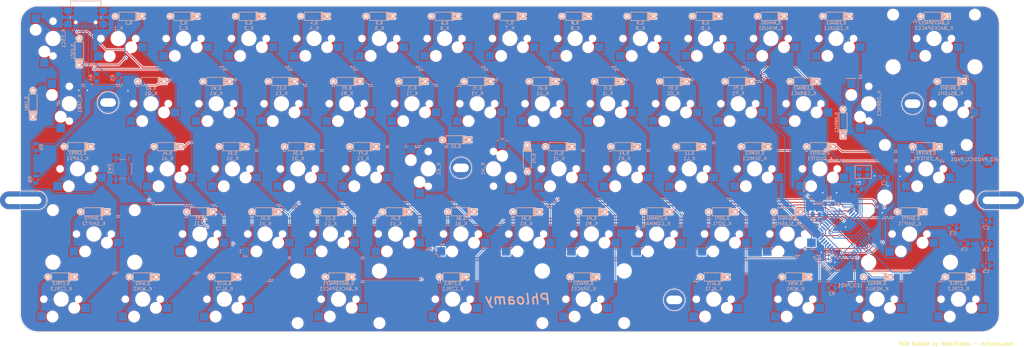
<source format=kicad_pcb>
(kicad_pcb (version 20171130) (host pcbnew "(5.1.6)-1")
  (layers (0 F.Cu signal) (31 B.Cu signal) (34 B.Paste user) (35 F.Paste user) (36 B.SilkS user) (37 F.SilkS user) (38 B.Mask user) (39 F.Mask user) (44 Edge.Cuts user))
  (net 0 "")
  (net 1 GND)
  (net 2 VCC)
  (net 3 "Net-(D_1-Pad2)")
  (net 4 "Net-(D_2-Pad2)")
  (net 5 "Net-(D_3-Pad2)")
  (net 6 "Net-(D_4-Pad2)")
  (net 7 "Net-(D_5-Pad2)")
  (net 8 "Net-(D_6-Pad2)")
  (net 9 "Net-(D_7-Pad2)")
  (net 10 "Net-(D_8-Pad2)")
  (net 11 "Net-(D_9-Pad2)")
  (net 12 "Net-(D_0-Pad2)")
  (net 13 "Net-(D_SHIFT1-Pad2)")
  (net 14 "Net-(D_BACKSPACE1-Pad2)")
  (net 15 "Net-(D_CTRL1-Pad2)")
  (net 16 "Net-(D_ALT1-Pad2)")
  (net 17 "Net-(D_WIN1-Pad2)")
  (net 18 "Net-(D_CTRL2-Pad2)")
  (net 19 "Net-(C1-Pad1)")
  (net 20 "Net-(C2-Pad1)")
  (net 21 "Net-(R1-Pad1)")
  (net 22 "Net-(R3-Pad1)")
  (net 23 "Net-(R4-Pad1)")
  (net 24 "Net-(U1-Pad1)")
  (net 25 "Net-(U1-Pad31)")
  (net 26 "Net-(U1-Pad32)")
  (net 27 "Net-(U1-Pad36)")
  (net 28 "Net-(U1-Pad37)")
  (net 29 "Net-(U1-Pad42)")
  (net 30 row0)
  (net 31 "Net-(D_A1-Pad2)")
  (net 32 row2)
  (net 33 row4)
  (net 34 "Net-(D_ALT2-Pad2)")
  (net 35 "Net-(D_B1-Pad2)")
  (net 36 row3)
  (net 37 "Net-(D_BACKSPACE2-Pad2)")
  (net 38 "Net-(D_BSLSH1-Pad2)")
  (net 39 row1)
  (net 40 "Net-(D_C1-Pad2)")
  (net 41 "Net-(D_CAPS1-Pad2)")
  (net 42 "Net-(D_CBRAC1-Pad2)")
  (net 43 "Net-(D_COMMA1-Pad2)")
  (net 44 "Net-(D_CTRL3-Pad2)")
  (net 45 "Net-(D_D1-Pad2)")
  (net 46 "Net-(D_DOT1-Pad2)")
  (net 47 "Net-(D_E1-Pad2)")
  (net 48 "Net-(D_ENTER1-Pad2)")
  (net 49 "Net-(D_EQUAL1-Pad2)")
  (net 50 "Net-(D_F1-Pad2)")
  (net 51 "Net-(D_G1-Pad2)")
  (net 52 "Net-(D_H1-Pad2)")
  (net 53 "Net-(D_I1-Pad2)")
  (net 54 "Net-(D_J1-Pad2)")
  (net 55 "Net-(D_K1-Pad2)")
  (net 56 "Net-(D_L1-Pad2)")
  (net 57 "Net-(D_M1-Pad2)")
  (net 58 "Net-(D_MENU1-Pad2)")
  (net 59 "Net-(D_MINUS1-Pad2)")
  (net 60 "Net-(D_N1-Pad2)")
  (net 61 "Net-(D_O1-Pad2)")
  (net 62 "Net-(D_OBRAC1-Pad2)")
  (net 63 "Net-(D_P1-Pad2)")
  (net 64 "Net-(D_Q1-Pad2)")
  (net 65 "Net-(D_QUOTE1-Pad2)")
  (net 66 "Net-(D_R1-Pad2)")
  (net 67 "Net-(D_S1-Pad2)")
  (net 68 "Net-(D_SEMIC1-Pad2)")
  (net 69 "Net-(D_SHIFT2-Pad2)")
  (net 70 "Net-(D_SLASH1-Pad2)")
  (net 71 "Net-(D_SPACE1-Pad2)")
  (net 72 "Net-(D_T1-Pad2)")
  (net 73 "Net-(D_TAB1-Pad2)")
  (net 74 "Net-(D_U1-Pad2)")
  (net 75 "Net-(D_V1-Pad2)")
  (net 76 "Net-(D_W1-Pad2)")
  (net 77 "Net-(D_WIN2-Pad2)")
  (net 78 "Net-(D_X1-Pad2)")
  (net 79 "Net-(D_Y1-Pad2)")
  (net 80 "Net-(D_Z1-Pad2)")
  (net 81 col10)
  (net 82 col1)
  (net 83 col2)
  (net 84 col3)
  (net 85 col4)
  (net 86 col5)
  (net 87 col6)
  (net 88 col7)
  (net 89 col8)
  (net 90 col9)
  (net 91 col0)
  (net 92 col13)
  (net 93 col11)
  (net 94 col12)
  (net 95 "Net-(J1-PadA7)")
  (net 96 "Net-(J1-PadA6)")
  (net 97 "Net-(J1-PadA5)")
  (net 98 "Net-(J1-PadB5)")
  (net 99 "Net-(U1-Pad40)")
  (net 100 "Net-(J1-PadA8)")
  (net 101 "Net-(J1-PadB8)")
  (net 102 "Net-(C8-Pad2)")
  (net 103 "Net-(D_ESC1-Pad2)")
  (net 104 "Net-(R2-Pad1)")
  (module surface_mount_solder_pad:SurfaceMountSolderPad (layer B.Cu) (at 426.146 183.534)
    (fp_text reference GND_PAD1 (at 0 -0.5) (layer B.SilkS) (effects (justify mirror)))
    (fp_text value SurfaceMountSolderPad)
    (pad 1 smd circle (at 0 0) (size 3 3) (layers B.Cu B.Paste B.Mask) (net 1 GND))
  )
  (module surface_mount_solder_pad:SurfaceMountSolderPad (layer B.Cu) (at 419.034 183.534)
    (fp_text reference VCC_PAD1 (at 0 -0.5) (layer B.SilkS) (effects (justify mirror)))
    (fp_text value SurfaceMountSolderPad)
    (pad 1 smd circle (at 0 0) (size 3 3) (layers B.Cu B.Paste B.Mask) (net 2 VCC))
  )
  (module surface_mount_solder_pad:SurfaceMountSolderPad (layer B.Cu) (at 386.014 220.364)
    (fp_text reference LED_PAD1 (at 0 -0.5) (layer B.SilkS) (effects (justify mirror)))
    (fp_text value SurfaceMountSolderPad)
    (pad 1 smd circle (at 0 0) (size 3 3) (layers B.Cu B.Paste B.Mask) (net 25 "Net-(U1-Pad31)"))
  )
  (module "Surface Mount Type C:GCT_USB4110-GF-A" (layer B.Cu) (at 162.862 143)
    (fp_text reference J1 (at 0 12) (layer B.SilkS) (effects (justify mirror)))
    (fp_text value USB_C_Receptacle)
    (pad None np_thru_hole circle (at 2.89 0) (size 0.65 0.65) (drill 0.65) (layers *.Cu *.Mask))
    (pad None np_thru_hole circle (at -2.89 0) (size 0.65 0.65) (drill 0.65) (layers *.Cu *.Mask))
    (pad S4 smd rect (at 5.11 -3.43) (size 2.18 2) (layers B.Cu B.Paste B.Mask) (net 1 GND))
    (pad S3 smd rect (at -5.11 -3.43) (size 2.18 2) (layers B.Cu B.Paste B.Mask) (net 1 GND))
    (pad S2 smd rect (at 5.11 0.5) (size 2.18 2) (layers B.Cu B.Paste B.Mask) (net 1 GND))
    (pad S1 smd rect (at -5.11 0.5) (size 2.18 2) (layers B.Cu B.Paste B.Mask) (net 1 GND))
    (pad A7 smd rect (at 0.25 1.075) (size 0.3 1.15) (layers B.Cu B.Paste B.Mask) (net 95 "Net-(J1-PadA7)"))
    (pad A6 smd rect (at -0.25 1.075) (size 0.3 1.15) (layers B.Cu B.Paste B.Mask) (net 96 "Net-(J1-PadA6)"))
    (pad B6 smd rect (at 0.75 1.075) (size 0.3 1.15) (layers B.Cu B.Paste B.Mask) (net 96 "Net-(J1-PadA6)"))
    (pad B7 smd rect (at -0.75 1.075) (size 0.3 1.15) (layers B.Cu B.Paste B.Mask) (net 95 "Net-(J1-PadA7)"))
    (pad A8 smd rect (at 1.25 1.075) (size 0.3 1.15) (layers B.Cu B.Paste B.Mask) (net 100 "Net-(J1-PadA8)"))
    (pad A5 smd rect (at -1.25 1.075) (size 0.3 1.15) (layers B.Cu B.Paste B.Mask) (net 97 "Net-(J1-PadA5)"))
    (pad B5 smd rect (at 1.75 1.075) (size 0.3 1.15) (layers B.Cu B.Paste B.Mask) (net 98 "Net-(J1-PadB5)"))
    (pad B8 smd rect (at -1.75 1.075) (size 0.3 1.15) (layers B.Cu B.Paste B.Mask) (net 101 "Net-(J1-PadB8)"))
    (pad B1/A12 smd rect (at 3.2 1.075) (size 0.6 1.15) (layers B.Cu B.Paste B.Mask))
    (pad B4/A9 smd rect (at 2.4 1.075) (size 0.6 1.15) (layers B.Cu B.Paste B.Mask))
    (pad A4/B9 smd rect (at -2.4 1.075) (size 0.6 1.15) (layers B.Cu B.Paste B.Mask) (net 2 VCC))
    (pad A1/B12 smd rect (at -3.2 1.075) (size 0.6 1.15) (layers B.Cu B.Paste B.Mask) (net 1 GND))
  )
  (module keyboard_parts:D_axial (layer B.Cu) (at 343.838 141.212 180)
    (fp_text reference D_0 (at 0 -1.925) (layer B.SilkS) (effects (font (size 0.8 0.8)) (justify mirror)))
    (fp_text value D hide)
    (pad 2 thru_hole circle (at 3.9 0 180) (size 1.6 1.6) (drill 0.7) (layers *.Cu *.Mask B.SilkS) (net 12 "Net-(D_0-Pad2)"))
    (pad 1 thru_hole rect (at -3.9 0 180) (size 1.6 1.6) (drill 0.7) (layers *.Cu *.Mask B.SilkS) (net 30 row0))
  )
  (module keyboard_parts:D_axial (layer B.Cu) (at 175.388 141.212 180)
    (fp_text reference D_1 (at 0 -1.925) (layer B.SilkS) (effects (font (size 0.8 0.8)) (justify mirror)))
    (fp_text value D hide)
    (pad 2 thru_hole circle (at 3.9 0 180) (size 1.6 1.6) (drill 0.7) (layers *.Cu *.Mask B.SilkS) (net 3 "Net-(D_1-Pad2)"))
    (pad 1 thru_hole rect (at -3.9 0 180) (size 1.6 1.6) (drill 0.7) (layers *.Cu *.Mask B.SilkS) (net 30 row0))
  )
  (module keyboard_parts:D_axial (layer B.Cu) (at 191.438 141.212 180)
    (fp_text reference D_2 (at 0 -1.925) (layer B.SilkS) (effects (font (size 0.8 0.8)) (justify mirror)))
    (fp_text value D hide)
    (pad 2 thru_hole circle (at 3.9 0 180) (size 1.6 1.6) (drill 0.7) (layers *.Cu *.Mask B.SilkS) (net 4 "Net-(D_2-Pad2)"))
    (pad 1 thru_hole rect (at -3.9 0 180) (size 1.6 1.6) (drill 0.7) (layers *.Cu *.Mask B.SilkS) (net 30 row0))
  )
  (module keyboard_parts:D_axial (layer B.Cu) (at 210.488 141.212 180)
    (fp_text reference D_3 (at 0 -1.925) (layer B.SilkS) (effects (font (size 0.8 0.8)) (justify mirror)))
    (fp_text value D hide)
    (pad 2 thru_hole circle (at 3.9 0 180) (size 1.6 1.6) (drill 0.7) (layers *.Cu *.Mask B.SilkS) (net 5 "Net-(D_3-Pad2)"))
    (pad 1 thru_hole rect (at -3.9 0 180) (size 1.6 1.6) (drill 0.7) (layers *.Cu *.Mask B.SilkS) (net 30 row0))
  )
  (module keyboard_parts:D_axial (layer B.Cu) (at 229.538 141.212 180)
    (fp_text reference D_4 (at 0 -1.925) (layer B.SilkS) (effects (font (size 0.8 0.8)) (justify mirror)))
    (fp_text value D hide)
    (pad 2 thru_hole circle (at 3.9 0 180) (size 1.6 1.6) (drill 0.7) (layers *.Cu *.Mask B.SilkS) (net 6 "Net-(D_4-Pad2)"))
    (pad 1 thru_hole rect (at -3.9 0 180) (size 1.6 1.6) (drill 0.7) (layers *.Cu *.Mask B.SilkS) (net 30 row0))
  )
  (module keyboard_parts:D_axial (layer B.Cu) (at 248.588 141.212 180)
    (fp_text reference D_5 (at 0 -1.925) (layer B.SilkS) (effects (font (size 0.8 0.8)) (justify mirror)))
    (fp_text value D hide)
    (pad 2 thru_hole circle (at 3.9 0 180) (size 1.6 1.6) (drill 0.7) (layers *.Cu *.Mask B.SilkS) (net 7 "Net-(D_5-Pad2)"))
    (pad 1 thru_hole rect (at -3.9 0 180) (size 1.6 1.6) (drill 0.7) (layers *.Cu *.Mask B.SilkS) (net 30 row0))
  )
  (module keyboard_parts:D_axial (layer B.Cu) (at 267.638 141.212 180)
    (fp_text reference D_6 (at 0 -1.925) (layer B.SilkS) (effects (font (size 0.8 0.8)) (justify mirror)))
    (fp_text value D hide)
    (pad 2 thru_hole circle (at 3.9 0 180) (size 1.6 1.6) (drill 0.7) (layers *.Cu *.Mask B.SilkS) (net 8 "Net-(D_6-Pad2)"))
    (pad 1 thru_hole rect (at -3.9 0 180) (size 1.6 1.6) (drill 0.7) (layers *.Cu *.Mask B.SilkS) (net 30 row0))
  )
  (module keyboard_parts:D_axial (layer B.Cu) (at 286.688 141.212 180)
    (fp_text reference D_7 (at 0 -1.925) (layer B.SilkS) (effects (font (size 0.8 0.8)) (justify mirror)))
    (fp_text value D hide)
    (pad 2 thru_hole circle (at 3.9 0 180) (size 1.6 1.6) (drill 0.7) (layers *.Cu *.Mask B.SilkS) (net 9 "Net-(D_7-Pad2)"))
    (pad 1 thru_hole rect (at -3.9 0 180) (size 1.6 1.6) (drill 0.7) (layers *.Cu *.Mask B.SilkS) (net 30 row0))
  )
  (module keyboard_parts:D_axial (layer B.Cu) (at 305.738 141.212 180)
    (fp_text reference D_8 (at 0 -1.925) (layer B.SilkS) (effects (font (size 0.8 0.8)) (justify mirror)))
    (fp_text value D hide)
    (pad 2 thru_hole circle (at 3.9 0 180) (size 1.6 1.6) (drill 0.7) (layers *.Cu *.Mask B.SilkS) (net 10 "Net-(D_8-Pad2)"))
    (pad 1 thru_hole rect (at -3.9 0 180) (size 1.6 1.6) (drill 0.7) (layers *.Cu *.Mask B.SilkS) (net 30 row0))
  )
  (module keyboard_parts:D_axial (layer B.Cu) (at 324.788 141.212 180)
    (fp_text reference D_9 (at 0 -1.925) (layer B.SilkS) (effects (font (size 0.8 0.8)) (justify mirror)))
    (fp_text value D hide)
    (pad 2 thru_hole circle (at 3.9 0 180) (size 1.6 1.6) (drill 0.7) (layers *.Cu *.Mask B.SilkS) (net 11 "Net-(D_9-Pad2)"))
    (pad 1 thru_hole rect (at -3.9 0 180) (size 1.6 1.6) (drill 0.7) (layers *.Cu *.Mask B.SilkS) (net 30 row0))
  )
  (module keyboard_parts:D_axial (layer B.Cu) (at 186.675 179.312 180)
    (fp_text reference D_A1 (at 0 -1.925) (layer B.SilkS) (effects (font (size 0.8 0.8)) (justify mirror)))
    (fp_text value D hide)
    (pad 2 thru_hole circle (at 3.9 0 180) (size 1.6 1.6) (drill 0.7) (layers *.Cu *.Mask B.SilkS) (net 31 "Net-(D_A1-Pad2)"))
    (pad 1 thru_hole rect (at -3.9 0 180) (size 1.6 1.6) (drill 0.7) (layers *.Cu *.Mask B.SilkS) (net 32 row2))
  )
  (module keyboard_parts:D_axial (layer B.Cu) (at 346.219 217.412 180)
    (fp_text reference D_ALT1 (at 0 -1.925) (layer B.SilkS) (effects (font (size 0.8 0.8)) (justify mirror)))
    (fp_text value D hide)
    (pad 2 thru_hole circle (at 3.9 0 180) (size 1.6 1.6) (drill 0.7) (layers *.Cu *.Mask B.SilkS) (net 16 "Net-(D_ALT1-Pad2)"))
    (pad 1 thru_hole rect (at -3.9 0 180) (size 1.6 1.6) (drill 0.7) (layers *.Cu *.Mask B.SilkS) (net 33 row4))
  )
  (module keyboard_parts:D_axial (layer B.Cu) (at 203.344 217.412 180)
    (fp_text reference D_ALT2 (at 0 -1.925) (layer B.SilkS) (effects (font (size 0.8 0.8)) (justify mirror)))
    (fp_text value D hide)
    (pad 2 thru_hole circle (at 3.9 0 180) (size 1.6 1.6) (drill 0.7) (layers *.Cu *.Mask B.SilkS) (net 34 "Net-(D_ALT2-Pad2)"))
    (pad 1 thru_hole rect (at -3.9 0 180) (size 1.6 1.6) (drill 0.7) (layers *.Cu *.Mask B.SilkS) (net 33 row4))
  )
  (module keyboard_parts:D_axial (layer B.Cu) (at 272.4 198.362 180)
    (fp_text reference D_B1 (at 0 -1.925) (layer B.SilkS) (effects (font (size 0.8 0.8)) (justify mirror)))
    (fp_text value D hide)
    (pad 2 thru_hole circle (at 3.9 0 180) (size 1.6 1.6) (drill 0.7) (layers *.Cu *.Mask B.SilkS) (net 35 "Net-(D_B1-Pad2)"))
    (pad 1 thru_hole rect (at -3.9 0 180) (size 1.6 1.6) (drill 0.7) (layers *.Cu *.Mask B.SilkS) (net 36 row3))
  )
  (module keyboard_parts:D_axial (layer B.Cu) (at 236.681 217.412 180)
    (fp_text reference D_BACKSPACE1 (at 0 -1.925) (layer B.SilkS) (effects (font (size 0.8 0.8)) (justify mirror)))
    (fp_text value D hide)
    (pad 2 thru_hole circle (at 3.9 0 180) (size 1.6 1.6) (drill 0.7) (layers *.Cu *.Mask B.SilkS) (net 14 "Net-(D_BACKSPACE1-Pad2)"))
    (pad 1 thru_hole rect (at -3.9 0 180) (size 1.6 1.6) (drill 0.7) (layers *.Cu *.Mask B.SilkS) (net 33 row4))
  )
  (module keyboard_parts:D_axial (layer B.Cu) (at 410.512 141.212 180)
    (fp_text reference D_BACKSPACE2 (at 0 -1.925) (layer B.SilkS) (effects (font (size 0.8 0.8)) (justify mirror)))
    (fp_text value D hide)
    (pad 2 thru_hole circle (at 3.9 0 180) (size 1.6 1.6) (drill 0.7) (layers *.Cu *.Mask B.SilkS) (net 37 "Net-(D_BACKSPACE2-Pad2)"))
    (pad 1 thru_hole rect (at -3.9 0 180) (size 1.6 1.6) (drill 0.7) (layers *.Cu *.Mask B.SilkS) (net 30 row0))
  )
  (module keyboard_parts:D_axial (layer B.Cu) (at 415.275 160.262 180)
    (fp_text reference D_BSLSH1 (at 0 -1.925) (layer B.SilkS) (effects (font (size 0.8 0.8)) (justify mirror)))
    (fp_text value D hide)
    (pad 2 thru_hole circle (at 3.9 0 180) (size 1.6 1.6) (drill 0.7) (layers *.Cu *.Mask B.SilkS) (net 38 "Net-(D_BSLSH1-Pad2)"))
    (pad 1 thru_hole rect (at -3.9 0 180) (size 1.6 1.6) (drill 0.7) (layers *.Cu *.Mask B.SilkS) (net 39 row1))
  )
  (module keyboard_parts:D_axial (layer B.Cu) (at 234.3 198.362 180)
    (fp_text reference D_C1 (at 0 -1.925) (layer B.SilkS) (effects (font (size 0.8 0.8)) (justify mirror)))
    (fp_text value D hide)
    (pad 2 thru_hole circle (at 3.9 0 180) (size 1.6 1.6) (drill 0.7) (layers *.Cu *.Mask B.SilkS) (net 40 "Net-(D_C1-Pad2)"))
    (pad 1 thru_hole rect (at -3.9 0 180) (size 1.6 1.6) (drill 0.7) (layers *.Cu *.Mask B.SilkS) (net 36 row3))
  )
  (module keyboard_parts:D_axial (layer B.Cu) (at 160.481 179.312 180)
    (fp_text reference D_CAPS1 (at 0 -1.925) (layer B.SilkS) (effects (font (size 0.8 0.8)) (justify mirror)))
    (fp_text value D hide)
    (pad 2 thru_hole circle (at 3.9 0 180) (size 1.6 1.6) (drill 0.7) (layers *.Cu *.Mask B.SilkS) (net 41 "Net-(D_CAPS1-Pad2)"))
    (pad 1 thru_hole rect (at -3.9 0 180) (size 1.6 1.6) (drill 0.7) (layers *.Cu *.Mask B.SilkS) (net 32 row2))
  )
  (module keyboard_parts:D_axial (layer B.Cu) (at 372.412 160.262 180)
    (fp_text reference D_CBRAC1 (at 0 -1.925) (layer B.SilkS) (effects (font (size 0.8 0.8)) (justify mirror)))
    (fp_text value D hide)
    (pad 2 thru_hole circle (at 3.9 0 180) (size 1.6 1.6) (drill 0.7) (layers *.Cu *.Mask B.SilkS) (net 42 "Net-(D_CBRAC1-Pad2)"))
    (pad 1 thru_hole rect (at -3.9 0 180) (size 1.6 1.6) (drill 0.7) (layers *.Cu *.Mask B.SilkS) (net 39 row1))
  )
  (module keyboard_parts:D_axial (layer B.Cu) (at 329.55 198.362 180)
    (fp_text reference D_COMMA1 (at 0 -1.925) (layer B.SilkS) (effects (font (size 0.8 0.8)) (justify mirror)))
    (fp_text value D hide)
    (pad 2 thru_hole circle (at 3.9 0 180) (size 1.6 1.6) (drill 0.7) (layers *.Cu *.Mask B.SilkS) (net 43 "Net-(D_COMMA1-Pad2)"))
    (pad 1 thru_hole rect (at -3.9 0 180) (size 1.6 1.6) (drill 0.7) (layers *.Cu *.Mask B.SilkS) (net 36 row3))
  )
  (module keyboard_parts:D_axial (layer B.Cu) (at 270.019 217.412 180)
    (fp_text reference D_CTRL1 (at 0 -1.925) (layer B.SilkS) (effects (font (size 0.8 0.8)) (justify mirror)))
    (fp_text value D hide)
    (pad 2 thru_hole circle (at 3.9 0 180) (size 1.6 1.6) (drill 0.7) (layers *.Cu *.Mask B.SilkS) (net 15 "Net-(D_CTRL1-Pad2)"))
    (pad 1 thru_hole rect (at -3.9 0 180) (size 1.6 1.6) (drill 0.7) (layers *.Cu *.Mask B.SilkS) (net 33 row4))
  )
  (module keyboard_parts:D_axial (layer B.Cu) (at 417.656 217.412 180)
    (fp_text reference D_CTRL2 (at 0 -1.925) (layer B.SilkS) (effects (font (size 0.8 0.8)) (justify mirror)))
    (fp_text value D hide)
    (pad 2 thru_hole circle (at 3.9 0 180) (size 1.6 1.6) (drill 0.7) (layers *.Cu *.Mask B.SilkS) (net 18 "Net-(D_CTRL2-Pad2)"))
    (pad 1 thru_hole rect (at -3.9 0 180) (size 1.6 1.6) (drill 0.7) (layers *.Cu *.Mask B.SilkS) (net 33 row4))
  )
  (module keyboard_parts:D_axial (layer B.Cu) (at 155.719 217.412 180)
    (fp_text reference D_CTRL3 (at 0 -1.925) (layer B.SilkS) (effects (font (size 0.8 0.8)) (justify mirror)))
    (fp_text value D hide)
    (pad 2 thru_hole circle (at 3.9 0 180) (size 1.6 1.6) (drill 0.7) (layers *.Cu *.Mask B.SilkS) (net 44 "Net-(D_CTRL3-Pad2)"))
    (pad 1 thru_hole rect (at -3.9 0 180) (size 1.6 1.6) (drill 0.7) (layers *.Cu *.Mask B.SilkS) (net 33 row4))
  )
  (module keyboard_parts:D_axial (layer B.Cu) (at 224.775 179.312 180)
    (fp_text reference D_D1 (at 0 -1.925) (layer B.SilkS) (effects (font (size 0.8 0.8)) (justify mirror)))
    (fp_text value D hide)
    (pad 2 thru_hole circle (at 3.9 0 180) (size 1.6 1.6) (drill 0.7) (layers *.Cu *.Mask B.SilkS) (net 45 "Net-(D_D1-Pad2)"))
    (pad 1 thru_hole rect (at -3.9 0 180) (size 1.6 1.6) (drill 0.7) (layers *.Cu *.Mask B.SilkS) (net 32 row2))
  )
  (module keyboard_parts:D_axial (layer B.Cu) (at 348.6 198.362 180)
    (fp_text reference D_DOT1 (at 0 -1.925) (layer B.SilkS) (effects (font (size 0.8 0.8)) (justify mirror)))
    (fp_text value D hide)
    (pad 2 thru_hole circle (at 3.9 0 180) (size 1.6 1.6) (drill 0.7) (layers *.Cu *.Mask B.SilkS) (net 46 "Net-(D_DOT1-Pad2)"))
    (pad 1 thru_hole rect (at -3.9 0 180) (size 1.6 1.6) (drill 0.7) (layers *.Cu *.Mask B.SilkS) (net 36 row3))
  )
  (module keyboard_parts:D_axial (layer B.Cu) (at 220.012 160.262 180)
    (fp_text reference D_E1 (at 0 -1.925) (layer B.SilkS) (effects (font (size 0.8 0.8)) (justify mirror)))
    (fp_text value D hide)
    (pad 2 thru_hole circle (at 3.9 0 180) (size 1.6 1.6) (drill 0.7) (layers *.Cu *.Mask B.SilkS) (net 47 "Net-(D_E1-Pad2)"))
    (pad 1 thru_hole rect (at -3.9 0 180) (size 1.6 1.6) (drill 0.7) (layers *.Cu *.Mask B.SilkS) (net 39 row1))
  )
  (module keyboard_parts:D_axial (layer B.Cu) (at 408.131 179.312 180)
    (fp_text reference D_ENTER1 (at 0 -1.925) (layer B.SilkS) (effects (font (size 0.8 0.8)) (justify mirror)))
    (fp_text value D hide)
    (pad 2 thru_hole circle (at 3.9 0 180) (size 1.6 1.6) (drill 0.7) (layers *.Cu *.Mask B.SilkS) (net 48 "Net-(D_ENTER1-Pad2)"))
    (pad 1 thru_hole rect (at -3.9 0 180) (size 1.6 1.6) (drill 0.7) (layers *.Cu *.Mask B.SilkS) (net 32 row2))
  )
  (module keyboard_parts:D_axial (layer B.Cu) (at 381.938 141.212 180)
    (fp_text reference D_EQUAL1 (at 0 -1.925) (layer B.SilkS) (effects (font (size 0.8 0.8)) (justify mirror)))
    (fp_text value D hide)
    (pad 2 thru_hole circle (at 3.9 0 180) (size 1.6 1.6) (drill 0.7) (layers *.Cu *.Mask B.SilkS) (net 49 "Net-(D_EQUAL1-Pad2)"))
    (pad 1 thru_hole rect (at -3.9 0 180) (size 1.6 1.6) (drill 0.7) (layers *.Cu *.Mask B.SilkS) (net 30 row0))
  )
  (module keyboard_parts:D_axial (layer B.Cu) (at 160.97 151.53 90)
    (fp_text reference D_ESC1 (at 0 -1.925 90) (layer B.SilkS) (effects (font (size 0.8 0.8)) (justify mirror)))
    (fp_text value D hide)
    (pad 2 thru_hole circle (at 3.9 0 90) (size 1.6 1.6) (drill 0.7) (layers *.Cu *.Mask B.SilkS) (net 103 "Net-(D_ESC1-Pad2)"))
    (pad 1 thru_hole rect (at -3.9 0 90) (size 1.6 1.6) (drill 0.7) (layers *.Cu *.Mask B.SilkS) (net 30 row0))
  )
  (module keyboard_parts:D_axial (layer B.Cu) (at 243.825 179.312 180)
    (fp_text reference D_F1 (at 0 -1.925) (layer B.SilkS) (effects (font (size 0.8 0.8)) (justify mirror)))
    (fp_text value D hide)
    (pad 2 thru_hole circle (at 3.9 0 180) (size 1.6 1.6) (drill 0.7) (layers *.Cu *.Mask B.SilkS) (net 50 "Net-(D_F1-Pad2)"))
    (pad 1 thru_hole rect (at -3.9 0 180) (size 1.6 1.6) (drill 0.7) (layers *.Cu *.Mask B.SilkS) (net 32 row2))
  )
  (module keyboard_parts:D_axial (layer B.Cu) (at 270.875 177.312 180)
    (fp_text reference D_G1 (at 0 -1.925) (layer B.SilkS) (effects (font (size 0.8 0.8)) (justify mirror)))
    (fp_text value D hide)
    (pad 2 thru_hole circle (at 3.9 0 180) (size 1.6 1.6) (drill 0.7) (layers *.Cu *.Mask B.SilkS) (net 51 "Net-(D_G1-Pad2)"))
    (pad 1 thru_hole rect (at -3.9 0 180) (size 1.6 1.6) (drill 0.7) (layers *.Cu *.Mask B.SilkS) (net 32 row2))
  )
  (module keyboard_parts:D_axial (layer B.Cu) (at 291.78 182.772 270)
    (fp_text reference D_H1 (at 0 -1.925 90) (layer B.SilkS) (effects (font (size 0.8 0.8)) (justify mirror)))
    (fp_text value D hide)
    (pad 1 thru_hole rect (at -3.9 0 270) (size 1.6 1.6) (drill 0.7) (layers *.Cu *.Mask B.SilkS) (net 32 row2))
    (pad 2 thru_hole circle (at 3.9 0 270) (size 1.6 1.6) (drill 0.7) (layers *.Cu *.Mask B.SilkS) (net 52 "Net-(D_H1-Pad2)"))
  )
  (module keyboard_parts:D_axial (layer B.Cu) (at 315.262 160.262 180)
    (fp_text reference D_I1 (at 0 -1.925) (layer B.SilkS) (effects (font (size 0.8 0.8)) (justify mirror)))
    (fp_text value D hide)
    (pad 2 thru_hole circle (at 3.9 0 180) (size 1.6 1.6) (drill 0.7) (layers *.Cu *.Mask B.SilkS) (net 53 "Net-(D_I1-Pad2)"))
    (pad 1 thru_hole rect (at -3.9 0 180) (size 1.6 1.6) (drill 0.7) (layers *.Cu *.Mask B.SilkS) (net 39 row1))
  )
  (module keyboard_parts:D_axial (layer B.Cu) (at 300.975 179.312 180)
    (fp_text reference D_J1 (at 0 -1.925) (layer B.SilkS) (effects (font (size 0.8 0.8)) (justify mirror)))
    (fp_text value D hide)
    (pad 2 thru_hole circle (at 3.9 0 180) (size 1.6 1.6) (drill 0.7) (layers *.Cu *.Mask B.SilkS) (net 54 "Net-(D_J1-Pad2)"))
    (pad 1 thru_hole rect (at -3.9 0 180) (size 1.6 1.6) (drill 0.7) (layers *.Cu *.Mask B.SilkS) (net 32 row2))
  )
  (module keyboard_parts:D_axial (layer B.Cu) (at 320.025 179.312 180)
    (fp_text reference D_K1 (at 0 -1.925) (layer B.SilkS) (effects (font (size 0.8 0.8)) (justify mirror)))
    (fp_text value D hide)
    (pad 2 thru_hole circle (at 3.9 0 180) (size 1.6 1.6) (drill 0.7) (layers *.Cu *.Mask B.SilkS) (net 55 "Net-(D_K1-Pad2)"))
    (pad 1 thru_hole rect (at -3.9 0 180) (size 1.6 1.6) (drill 0.7) (layers *.Cu *.Mask B.SilkS) (net 32 row2))
  )
  (module keyboard_parts:D_axial (layer B.Cu) (at 339.075 179.312 180)
    (fp_text reference D_L1 (at 0 -1.925) (layer B.SilkS) (effects (font (size 0.8 0.8)) (justify mirror)))
    (fp_text value D hide)
    (pad 2 thru_hole circle (at 3.9 0 180) (size 1.6 1.6) (drill 0.7) (layers *.Cu *.Mask B.SilkS) (net 56 "Net-(D_L1-Pad2)"))
    (pad 1 thru_hole rect (at -3.9 0 180) (size 1.6 1.6) (drill 0.7) (layers *.Cu *.Mask B.SilkS) (net 32 row2))
  )
  (module keyboard_parts:D_axial (layer B.Cu) (at 310.5 198.362 180)
    (fp_text reference D_M1 (at 0 -1.925) (layer B.SilkS) (effects (font (size 0.8 0.8)) (justify mirror)))
    (fp_text value D hide)
    (pad 2 thru_hole circle (at 3.9 0 180) (size 1.6 1.6) (drill 0.7) (layers *.Cu *.Mask B.SilkS) (net 57 "Net-(D_M1-Pad2)"))
    (pad 1 thru_hole rect (at -3.9 0 180) (size 1.6 1.6) (drill 0.7) (layers *.Cu *.Mask B.SilkS) (net 36 row3))
  )
  (module keyboard_parts:D_axial (layer B.Cu) (at 393.844 217.412 180)
    (fp_text reference D_MENU1 (at 0 -1.925) (layer B.SilkS) (effects (font (size 0.8 0.8)) (justify mirror)))
    (fp_text value D hide)
    (pad 2 thru_hole circle (at 3.9 0 180) (size 1.6 1.6) (drill 0.7) (layers *.Cu *.Mask B.SilkS) (net 58 "Net-(D_MENU1-Pad2)"))
    (pad 1 thru_hole rect (at -3.9 0 180) (size 1.6 1.6) (drill 0.7) (layers *.Cu *.Mask B.SilkS) (net 33 row4))
  )
  (module keyboard_parts:D_axial (layer B.Cu) (at 362.888 141.212 180)
    (fp_text reference D_MINUS1 (at 0 -1.925) (layer B.SilkS) (effects (font (size 0.8 0.8)) (justify mirror)))
    (fp_text value D hide)
    (pad 2 thru_hole circle (at 3.9 0 180) (size 1.6 1.6) (drill 0.7) (layers *.Cu *.Mask B.SilkS) (net 59 "Net-(D_MINUS1-Pad2)"))
    (pad 1 thru_hole rect (at -3.9 0 180) (size 1.6 1.6) (drill 0.7) (layers *.Cu *.Mask B.SilkS) (net 30 row0))
  )
  (module keyboard_parts:D_axial (layer B.Cu) (at 291.45 198.362 180)
    (fp_text reference D_N1 (at 0 -1.925) (layer B.SilkS) (effects (font (size 0.8 0.8)) (justify mirror)))
    (fp_text value D hide)
    (pad 2 thru_hole circle (at 3.9 0 180) (size 1.6 1.6) (drill 0.7) (layers *.Cu *.Mask B.SilkS) (net 60 "Net-(D_N1-Pad2)"))
    (pad 1 thru_hole rect (at -3.9 0 180) (size 1.6 1.6) (drill 0.7) (layers *.Cu *.Mask B.SilkS) (net 36 row3))
  )
  (module keyboard_parts:D_axial (layer B.Cu) (at 334.312 160.262 180)
    (fp_text reference D_O1 (at 0 -1.925) (layer B.SilkS) (effects (font (size 0.8 0.8)) (justify mirror)))
    (fp_text value D hide)
    (pad 2 thru_hole circle (at 3.9 0 180) (size 1.6 1.6) (drill 0.7) (layers *.Cu *.Mask B.SilkS) (net 61 "Net-(D_O1-Pad2)"))
    (pad 1 thru_hole rect (at -3.9 0 180) (size 1.6 1.6) (drill 0.7) (layers *.Cu *.Mask B.SilkS) (net 39 row1))
  )
  (module keyboard_parts:D_axial (layer B.Cu) (at 383.968 172.262 90)
    (fp_text reference D_OBRAC1 (at 0 -1.925 90) (layer B.SilkS) (effects (font (size 0.8 0.8)) (justify mirror)))
    (fp_text value D hide)
    (pad 2 thru_hole circle (at 3.9 0 90) (size 1.6 1.6) (drill 0.7) (layers *.Cu *.Mask B.SilkS) (net 62 "Net-(D_OBRAC1-Pad2)"))
    (pad 1 thru_hole rect (at -3.9 0 90) (size 1.6 1.6) (drill 0.7) (layers *.Cu *.Mask B.SilkS) (net 39 row1))
  )
  (module keyboard_parts:D_axial (layer B.Cu) (at 353.362 160.262 180)
    (fp_text reference D_P1 (at 0 -1.925) (layer B.SilkS) (effects (font (size 0.8 0.8)) (justify mirror)))
    (fp_text value D hide)
    (pad 2 thru_hole circle (at 3.9 0 180) (size 1.6 1.6) (drill 0.7) (layers *.Cu *.Mask B.SilkS) (net 63 "Net-(D_P1-Pad2)"))
    (pad 1 thru_hole rect (at -3.9 0 180) (size 1.6 1.6) (drill 0.7) (layers *.Cu *.Mask B.SilkS) (net 39 row1))
  )
  (module keyboard_parts:D_axial (layer B.Cu) (at 181.912 160.262 180)
    (fp_text reference D_Q1 (at 0 -1.925) (layer B.SilkS) (effects (font (size 0.8 0.8)) (justify mirror)))
    (fp_text value D hide)
    (pad 2 thru_hole circle (at 3.9 0 180) (size 1.6 1.6) (drill 0.7) (layers *.Cu *.Mask B.SilkS) (net 64 "Net-(D_Q1-Pad2)"))
    (pad 1 thru_hole rect (at -3.9 0 180) (size 1.6 1.6) (drill 0.7) (layers *.Cu *.Mask B.SilkS) (net 39 row1))
  )
  (module keyboard_parts:D_axial (layer B.Cu) (at 377.175 179.312 180)
    (fp_text reference D_QUOTE1 (at 0 -1.925) (layer B.SilkS) (effects (font (size 0.8 0.8)) (justify mirror)))
    (fp_text value D hide)
    (pad 2 thru_hole circle (at 3.9 0 180) (size 1.6 1.6) (drill 0.7) (layers *.Cu *.Mask B.SilkS) (net 65 "Net-(D_QUOTE1-Pad2)"))
    (pad 1 thru_hole rect (at -3.9 0 180) (size 1.6 1.6) (drill 0.7) (layers *.Cu *.Mask B.SilkS) (net 32 row2))
  )
  (module keyboard_parts:D_axial (layer B.Cu) (at 239.062 160.262 180)
    (fp_text reference D_R1 (at 0 -1.925) (layer B.SilkS) (effects (font (size 0.8 0.8)) (justify mirror)))
    (fp_text value D hide)
    (pad 2 thru_hole circle (at 3.9 0 180) (size 1.6 1.6) (drill 0.7) (layers *.Cu *.Mask B.SilkS) (net 66 "Net-(D_R1-Pad2)"))
    (pad 1 thru_hole rect (at -3.9 0 180) (size 1.6 1.6) (drill 0.7) (layers *.Cu *.Mask B.SilkS) (net 39 row1))
  )
  (module keyboard_parts:D_axial (layer B.Cu) (at 205.725 179.312 180)
    (fp_text reference D_S1 (at 0 -1.925) (layer B.SilkS) (effects (font (size 0.8 0.8)) (justify mirror)))
    (fp_text value D hide)
    (pad 2 thru_hole circle (at 3.9 0 180) (size 1.6 1.6) (drill 0.7) (layers *.Cu *.Mask B.SilkS) (net 67 "Net-(D_S1-Pad2)"))
    (pad 1 thru_hole rect (at -3.9 0 180) (size 1.6 1.6) (drill 0.7) (layers *.Cu *.Mask B.SilkS) (net 32 row2))
  )
  (module keyboard_parts:D_axial (layer B.Cu) (at 358.125 179.312 180)
    (fp_text reference D_SEMIC1 (at 0 -1.925) (layer B.SilkS) (effects (font (size 0.8 0.8)) (justify mirror)))
    (fp_text value D hide)
    (pad 2 thru_hole circle (at 3.9 0 180) (size 1.6 1.6) (drill 0.7) (layers *.Cu *.Mask B.SilkS) (net 68 "Net-(D_SEMIC1-Pad2)"))
    (pad 1 thru_hole rect (at -3.9 0 180) (size 1.6 1.6) (drill 0.7) (layers *.Cu *.Mask B.SilkS) (net 32 row2))
  )
  (module keyboard_parts:D_axial (layer B.Cu) (at 403.7 198.362 180)
    (fp_text reference D_SHIFT1 (at 0 -1.925) (layer B.SilkS) (effects (font (size 0.8 0.8)) (justify mirror)))
    (fp_text value D hide)
    (pad 2 thru_hole circle (at 3.9 0 180) (size 1.6 1.6) (drill 0.7) (layers *.Cu *.Mask B.SilkS) (net 13 "Net-(D_SHIFT1-Pad2)"))
    (pad 1 thru_hole rect (at -3.9 0 180) (size 1.6 1.6) (drill 0.7) (layers *.Cu *.Mask B.SilkS) (net 36 row3))
  )
  (module keyboard_parts:D_axial (layer B.Cu) (at 165.244 198.362 180)
    (fp_text reference D_SHIFT2 (at 0 -1.925) (layer B.SilkS) (effects (font (size 0.8 0.8)) (justify mirror)))
    (fp_text value D hide)
    (pad 2 thru_hole circle (at 3.9 0 180) (size 1.6 1.6) (drill 0.7) (layers *.Cu *.Mask B.SilkS) (net 69 "Net-(D_SHIFT2-Pad2)"))
    (pad 1 thru_hole rect (at -3.9 0 180) (size 1.6 1.6) (drill 0.7) (layers *.Cu *.Mask B.SilkS) (net 36 row3))
  )
  (module keyboard_parts:D_axial (layer B.Cu) (at 367.65 198.362 180)
    (fp_text reference D_SLASH1 (at 0 -1.925) (layer B.SilkS) (effects (font (size 0.8 0.8)) (justify mirror)))
    (fp_text value D hide)
    (pad 2 thru_hole circle (at 3.9 0 180) (size 1.6 1.6) (drill 0.7) (layers *.Cu *.Mask B.SilkS) (net 70 "Net-(D_SLASH1-Pad2)"))
    (pad 1 thru_hole rect (at -3.9 0 180) (size 1.6 1.6) (drill 0.7) (layers *.Cu *.Mask B.SilkS) (net 36 row3))
  )
  (module keyboard_parts:D_axial (layer B.Cu) (at 308.119 217.412 180)
    (fp_text reference D_SPACE1 (at 0 -1.925) (layer B.SilkS) (effects (font (size 0.8 0.8)) (justify mirror)))
    (fp_text value D hide)
    (pad 2 thru_hole circle (at 3.9 0 180) (size 1.6 1.6) (drill 0.7) (layers *.Cu *.Mask B.SilkS) (net 71 "Net-(D_SPACE1-Pad2)"))
    (pad 1 thru_hole rect (at -3.9 0 180) (size 1.6 1.6) (drill 0.7) (layers *.Cu *.Mask B.SilkS) (net 33 row4))
  )
  (module keyboard_parts:D_axial (layer B.Cu) (at 258.112 160.262 180)
    (fp_text reference D_T1 (at 0 -1.925) (layer B.SilkS) (effects (font (size 0.8 0.8)) (justify mirror)))
    (fp_text value D hide)
    (pad 2 thru_hole circle (at 3.9 0 180) (size 1.6 1.6) (drill 0.7) (layers *.Cu *.Mask B.SilkS) (net 72 "Net-(D_T1-Pad2)"))
    (pad 1 thru_hole rect (at -3.9 0 180) (size 1.6 1.6) (drill 0.7) (layers *.Cu *.Mask B.SilkS) (net 39 row1))
  )
  (module keyboard_parts:D_axial (layer B.Cu) (at 147.5 166.762 90)
    (fp_text reference D_TAB1 (at 0 -1.925 90) (layer B.SilkS) (effects (font (size 0.8 0.8)) (justify mirror)))
    (fp_text value D hide)
    (pad 2 thru_hole circle (at 3.9 0 90) (size 1.6 1.6) (drill 0.7) (layers *.Cu *.Mask B.SilkS) (net 73 "Net-(D_TAB1-Pad2)"))
    (pad 1 thru_hole rect (at -3.9 0 90) (size 1.6 1.6) (drill 0.7) (layers *.Cu *.Mask B.SilkS) (net 39 row1))
  )
  (module keyboard_parts:D_axial (layer B.Cu) (at 296.212 160.262 180)
    (fp_text reference D_U1 (at 0 -1.925) (layer B.SilkS) (effects (font (size 0.8 0.8)) (justify mirror)))
    (fp_text value D hide)
    (pad 2 thru_hole circle (at 3.9 0 180) (size 1.6 1.6) (drill 0.7) (layers *.Cu *.Mask B.SilkS) (net 74 "Net-(D_U1-Pad2)"))
    (pad 1 thru_hole rect (at -3.9 0 180) (size 1.6 1.6) (drill 0.7) (layers *.Cu *.Mask B.SilkS) (net 39 row1))
  )
  (module keyboard_parts:D_axial (layer B.Cu) (at 253.35 198.362 180)
    (fp_text reference D_V1 (at 0 -1.925) (layer B.SilkS) (effects (font (size 0.8 0.8)) (justify mirror)))
    (fp_text value D hide)
    (pad 2 thru_hole circle (at 3.9 0 180) (size 1.6 1.6) (drill 0.7) (layers *.Cu *.Mask B.SilkS) (net 75 "Net-(D_V1-Pad2)"))
    (pad 1 thru_hole rect (at -3.9 0 180) (size 1.6 1.6) (drill 0.7) (layers *.Cu *.Mask B.SilkS) (net 36 row3))
  )
  (module keyboard_parts:D_axial (layer B.Cu) (at 200.962 160.262 180)
    (fp_text reference D_W1 (at 0 -1.925) (layer B.SilkS) (effects (font (size 0.8 0.8)) (justify mirror)))
    (fp_text value D hide)
    (pad 2 thru_hole circle (at 3.9 0 180) (size 1.6 1.6) (drill 0.7) (layers *.Cu *.Mask B.SilkS) (net 76 "Net-(D_W1-Pad2)"))
    (pad 1 thru_hole rect (at -3.9 0 180) (size 1.6 1.6) (drill 0.7) (layers *.Cu *.Mask B.SilkS) (net 39 row1))
  )
  (module keyboard_parts:D_axial (layer B.Cu) (at 370.031 217.412 180)
    (fp_text reference D_WIN1 (at 0 -1.925) (layer B.SilkS) (effects (font (size 0.8 0.8)) (justify mirror)))
    (fp_text value D hide)
    (pad 2 thru_hole circle (at 3.9 0 180) (size 1.6 1.6) (drill 0.7) (layers *.Cu *.Mask B.SilkS) (net 17 "Net-(D_WIN1-Pad2)"))
    (pad 1 thru_hole rect (at -3.9 0 180) (size 1.6 1.6) (drill 0.7) (layers *.Cu *.Mask B.SilkS) (net 33 row4))
  )
  (module keyboard_parts:D_axial (layer B.Cu) (at 179.531 217.412 180)
    (fp_text reference D_WIN2 (at 0 -1.925) (layer B.SilkS) (effects (font (size 0.8 0.8)) (justify mirror)))
    (fp_text value D hide)
    (pad 2 thru_hole circle (at 3.9 0 180) (size 1.6 1.6) (drill 0.7) (layers *.Cu *.Mask B.SilkS) (net 77 "Net-(D_WIN2-Pad2)"))
    (pad 1 thru_hole rect (at -3.9 0 180) (size 1.6 1.6) (drill 0.7) (layers *.Cu *.Mask B.SilkS) (net 33 row4))
  )
  (module keyboard_parts:D_axial (layer B.Cu) (at 215.25 198.362 180)
    (fp_text reference D_X1 (at 0 -1.925) (layer B.SilkS) (effects (font (size 0.8 0.8)) (justify mirror)))
    (fp_text value D hide)
    (pad 2 thru_hole circle (at 3.9 0 180) (size 1.6 1.6) (drill 0.7) (layers *.Cu *.Mask B.SilkS) (net 78 "Net-(D_X1-Pad2)"))
    (pad 1 thru_hole rect (at -3.9 0 180) (size 1.6 1.6) (drill 0.7) (layers *.Cu *.Mask B.SilkS) (net 36 row3))
  )
  (module keyboard_parts:D_axial (layer B.Cu) (at 277.162 160.262 180)
    (fp_text reference D_Y1 (at 0 -1.925) (layer B.SilkS) (effects (font (size 0.8 0.8)) (justify mirror)))
    (fp_text value D hide)
    (pad 2 thru_hole circle (at 3.9 0 180) (size 1.6 1.6) (drill 0.7) (layers *.Cu *.Mask B.SilkS) (net 79 "Net-(D_Y1-Pad2)"))
    (pad 1 thru_hole rect (at -3.9 0 180) (size 1.6 1.6) (drill 0.7) (layers *.Cu *.Mask B.SilkS) (net 39 row1))
  )
  (module keyboard_parts:D_axial (layer B.Cu) (at 196.2 198.362 180)
    (fp_text reference D_Z1 (at 0 -1.925) (layer B.SilkS) (effects (font (size 0.8 0.8)) (justify mirror)))
    (fp_text value D hide)
    (pad 2 thru_hole circle (at 3.9 0 180) (size 1.6 1.6) (drill 0.7) (layers *.Cu *.Mask B.SilkS) (net 80 "Net-(D_Z1-Pad2)"))
    (pad 1 thru_hole rect (at -3.9 0 180) (size 1.6 1.6) (drill 0.7) (layers *.Cu *.Mask B.SilkS) (net 36 row3))
  )
  (module keyboard_parts:Poker_side_edge_long (layer F.Cu) (at 144.651 195.012)
    (fp_text reference Poker_side_edge_long1 hide)
    (fp_text value Mounting_hole_long1 hide)
    (pad "" thru_hole oval (at 0 0) (size 13.6 5.2) (drill oval 10.6 2.2) (layers *.Cu *.Mask))
  )
  (module keyboard_parts:Poker_oval_hole (layer F.Cu) (at 334.69 224.112)
    (fp_text reference Poker_oval_hole2 hide)
    (fp_text value Mounting_hole2 hide)
    (pad "" thru_hole circle (at 0 0) (size 6.1 6.1) (drill oval 4.6 2.5) (layers *.Cu *.Mask))
  )
  (module keyboard_parts:Poker_oval_hole (layer F.Cu) (at 169.41 166.412)
    (fp_text reference Poker_oval_hole1 hide)
    (fp_text value Mounting_hole1 hide)
    (pad "" thru_hole circle (at 0 0) (size 6.1 6.1) (drill oval 4.6 2.5) (layers *.Cu *.Mask))
  )
  (module keyboard_parts:Poker_oval_hole (layer F.Cu) (at 272.405 185.512)
    (fp_text reference Poker_oval_hole4 hide)
    (fp_text value Mounting_hole4 hide)
    (pad "" thru_hole circle (at 0 0) (size 6.1 6.1) (drill oval 4.6 2.5) (layers *.Cu *.Mask))
  )
  (module keyboard_parts:Poker_oval_hole (layer F.Cu) (at 404.24 166.762)
    (fp_text reference Poker_oval_hole3 hide)
    (fp_text value Mounting_hole3 hide)
    (pad "" thru_hole circle (at 0 0) (size 6.1 6.1) (drill oval 4.6 2.5) (layers *.Cu *.Mask))
  )
  (module keyboard_parts:Poker_side_edge_long (layer F.Cu) (at 430 195.015)
    (fp_text reference Poker_side_edge_long2 hide)
    (fp_text value Mounting_hole_long2 hide)
    (pad "" thru_hole oval (at 0 0) (size 13.6 5.2) (drill oval 10.6 2.2) (layers *.Cu *.Mask))
  )
  (module MX_ALPS_Hybrid:MXOnly-2.25U-Hotswap-ReversedStabilizers (layer F.Cu) (at 165.244 204.862 180)
    (fp_text reference K_SHIFT2)
    (fp_text value KEYSW)
    (fp_text user %R (at 0 3.048) (layer B.SilkS) (effects (justify mirror)))
    (pad "" np_thru_hole circle (at -11.938 -8.255 180) (size 3.9878 3.9878) (drill 3.9878) (layers *.Cu *.Mask))
    (pad "" np_thru_hole circle (at 11.938 -8.255 180) (size 3.9878 3.9878) (drill 3.9878) (layers *.Cu *.Mask))
    (pad "" np_thru_hole circle (at -11.938 6.985 180) (size 3.048 3.048) (drill 3.048) (layers *.Cu *.Mask))
    (pad "" np_thru_hole circle (at 11.938 6.985 180) (size 3.048 3.048) (drill 3.048) (layers *.Cu *.Mask))
    (pad 2 smd rect (at 5.842 -5.08 180) (size 2.55 2.5) (layers B.Cu B.Paste B.Mask) (net 69 "Net-(D_SHIFT2-Pad2)"))
    (pad 1 smd rect (at -7.085 -2.54 180) (size 2.55 2.5) (layers B.Cu B.Paste B.Mask) (net 91 col0))
    (pad "" np_thru_hole circle (at 5.08 0 228.0996) (size 1.75 1.75) (drill 1.75) (layers *.Cu *.Mask))
    (pad "" np_thru_hole circle (at -5.08 0 228.0996) (size 1.75 1.75) (drill 1.75) (layers *.Cu *.Mask))
    (pad "" np_thru_hole circle (at -3.81 -2.54 180) (size 3 3) (drill 3) (layers *.Cu *.Mask))
    (pad "" np_thru_hole circle (at 0 0 180) (size 3.9878 3.9878) (drill 3.9878) (layers *.Cu *.Mask))
    (pad "" np_thru_hole circle (at 2.54 -5.08 180) (size 3 3) (drill 3) (layers *.Cu *.Mask))
  )
  (module MX_ALPS_Hybrid:MXOnly-2U-Hotswap-ReversedStabilizers (layer F.Cu) (at 410.512 147.712 180)
    (fp_text reference K_BACKSPACE2)
    (fp_text value KEYSW)
    (fp_text user %R (at 0 3.048) (layer B.SilkS) (effects (justify mirror)))
    (pad "" np_thru_hole circle (at -11.938 -8.255 180) (size 3.9878 3.9878) (drill 3.9878) (layers *.Cu *.Mask))
    (pad "" np_thru_hole circle (at 11.938 -8.255 180) (size 3.9878 3.9878) (drill 3.9878) (layers *.Cu *.Mask))
    (pad "" np_thru_hole circle (at -11.938 6.985 180) (size 3.048 3.048) (drill 3.048) (layers *.Cu *.Mask))
    (pad "" np_thru_hole circle (at 11.938 6.985 180) (size 3.048 3.048) (drill 3.048) (layers *.Cu *.Mask))
    (pad 2 smd rect (at 5.842 -5.08 180) (size 2.55 2.5) (layers B.Cu B.Paste B.Mask) (net 37 "Net-(D_BACKSPACE2-Pad2)"))
    (pad 1 smd rect (at -7.085 -2.54 180) (size 2.55 2.5) (layers B.Cu B.Paste B.Mask) (net 92 col13))
    (pad "" np_thru_hole circle (at 5.08 0 228.0996) (size 1.75 1.75) (drill 1.75) (layers *.Cu *.Mask))
    (pad "" np_thru_hole circle (at -5.08 0 228.0996) (size 1.75 1.75) (drill 1.75) (layers *.Cu *.Mask))
    (pad "" np_thru_hole circle (at -3.81 -2.54 180) (size 3 3) (drill 3) (layers *.Cu *.Mask))
    (pad "" np_thru_hole circle (at 0 0 180) (size 3.9878 3.9878) (drill 3.9878) (layers *.Cu *.Mask))
    (pad "" np_thru_hole circle (at 2.54 -5.08 180) (size 3 3) (drill 3) (layers *.Cu *.Mask))
  )
  (module MX_ALPS_Hybrid:MXOnly-2.25U-Hotswap-ReversedStabilizers (layer F.Cu) (at 408.131 185.812 180)
    (fp_text reference K_ENTER1)
    (fp_text value KEYSW)
    (fp_text user %R (at 0 3.048) (layer B.SilkS) (effects (justify mirror)))
    (pad "" np_thru_hole circle (at -11.938 -8.255 180) (size 3.9878 3.9878) (drill 3.9878) (layers *.Cu *.Mask))
    (pad "" np_thru_hole circle (at 11.938 -8.255 180) (size 3.9878 3.9878) (drill 3.9878) (layers *.Cu *.Mask))
    (pad "" np_thru_hole circle (at -11.938 6.985 180) (size 3.048 3.048) (drill 3.048) (layers *.Cu *.Mask))
    (pad "" np_thru_hole circle (at 11.938 6.985 180) (size 3.048 3.048) (drill 3.048) (layers *.Cu *.Mask))
    (pad 2 smd rect (at 5.842 -5.08 180) (size 2.55 2.5) (layers B.Cu B.Paste B.Mask) (net 48 "Net-(D_ENTER1-Pad2)"))
    (pad 1 smd rect (at -7.085 -2.54 180) (size 2.55 2.5) (layers B.Cu B.Paste B.Mask) (net 94 col12))
    (pad "" np_thru_hole circle (at 5.08 0 228.0996) (size 1.75 1.75) (drill 1.75) (layers *.Cu *.Mask))
    (pad "" np_thru_hole circle (at -5.08 0 228.0996) (size 1.75 1.75) (drill 1.75) (layers *.Cu *.Mask))
    (pad "" np_thru_hole circle (at -3.81 -2.54 180) (size 3 3) (drill 3) (layers *.Cu *.Mask))
    (pad "" np_thru_hole circle (at 0 0 180) (size 3.9878 3.9878) (drill 3.9878) (layers *.Cu *.Mask))
    (pad "" np_thru_hole circle (at 2.54 -5.08 180) (size 3 3) (drill 3) (layers *.Cu *.Mask))
  )
  (module MX_ALPS_Hybrid:MXOnly-2.75U-Hotswap-ReversedStabilizers (layer F.Cu) (at 403.369 204.862 180)
    (fp_text reference K_SHIFT1)
    (fp_text value KEYSW)
    (fp_text user %R (at 0 3.048) (layer B.SilkS) (effects (justify mirror)))
    (pad "" np_thru_hole circle (at -11.938 -8.255 180) (size 3.9878 3.9878) (drill 3.9878) (layers *.Cu *.Mask))
    (pad "" np_thru_hole circle (at 11.938 -8.255 180) (size 3.9878 3.9878) (drill 3.9878) (layers *.Cu *.Mask))
    (pad "" np_thru_hole circle (at -11.938 6.985 180) (size 3.048 3.048) (drill 3.048) (layers *.Cu *.Mask))
    (pad "" np_thru_hole circle (at 11.938 6.985 180) (size 3.048 3.048) (drill 3.048) (layers *.Cu *.Mask))
    (pad 2 smd rect (at 5.842 -5.08 180) (size 2.55 2.5) (layers B.Cu B.Paste B.Mask) (net 13 "Net-(D_SHIFT1-Pad2)"))
    (pad 1 smd rect (at -7.085 -2.54 180) (size 2.55 2.5) (layers B.Cu B.Paste B.Mask) (net 93 col11))
    (pad "" np_thru_hole circle (at 5.08 0 228.0996) (size 1.75 1.75) (drill 1.75) (layers *.Cu *.Mask))
    (pad "" np_thru_hole circle (at -5.08 0 228.0996) (size 1.75 1.75) (drill 1.75) (layers *.Cu *.Mask))
    (pad "" np_thru_hole circle (at -3.81 -2.54 180) (size 3 3) (drill 3) (layers *.Cu *.Mask))
    (pad "" np_thru_hole circle (at 0 0 180) (size 3.9878 3.9878) (drill 3.9878) (layers *.Cu *.Mask))
    (pad "" np_thru_hole circle (at 2.54 -5.08 180) (size 3 3) (drill 3) (layers *.Cu *.Mask))
  )
  (module MX_ALPS_Hybrid:MXOnly-2.25U-Hotswap (layer F.Cu) (at 236.681 223.912 180)
    (fp_text reference K_BACKSPACE1)
    (fp_text value KEYSW)
    (fp_text user %R (at 0 3.048) (layer B.SilkS) (effects (justify mirror)))
    (pad "" np_thru_hole circle (at -11.938 8.255 180) (size 3.9878 3.9878) (drill 3.9878) (layers *.Cu *.Mask))
    (pad "" np_thru_hole circle (at 11.938 8.255 180) (size 3.9878 3.9878) (drill 3.9878) (layers *.Cu *.Mask))
    (pad "" np_thru_hole circle (at -11.938 -6.985 180) (size 3.048 3.048) (drill 3.048) (layers *.Cu *.Mask))
    (pad "" np_thru_hole circle (at 11.938 -6.985 180) (size 3.048 3.048) (drill 3.048) (layers *.Cu *.Mask))
    (pad 2 smd rect (at 5.842 -5.08 180) (size 2.55 2.5) (layers B.Cu B.Paste B.Mask) (net 14 "Net-(D_BACKSPACE1-Pad2)"))
    (pad 1 smd rect (at -7.085 -2.54 180) (size 2.55 2.5) (layers B.Cu B.Paste B.Mask) (net 84 col3))
    (pad "" np_thru_hole circle (at 5.08 0 228.0996) (size 1.75 1.75) (drill 1.75) (layers *.Cu *.Mask))
    (pad "" np_thru_hole circle (at -5.08 0 228.0996) (size 1.75 1.75) (drill 1.75) (layers *.Cu *.Mask))
    (pad "" np_thru_hole circle (at -3.81 -2.54 180) (size 3 3) (drill 3) (layers *.Cu *.Mask))
    (pad "" np_thru_hole circle (at 0 0 180) (size 3.9878 3.9878) (drill 3.9878) (layers *.Cu *.Mask))
    (pad "" np_thru_hole circle (at 2.54 -5.08 180) (size 3 3) (drill 3) (layers *.Cu *.Mask))
  )
  (module MX_ALPS_Hybrid:MXOnly-2.75U-Hotswap (layer F.Cu) (at 308.119 223.912 180)
    (fp_text reference K_SPACE1)
    (fp_text value KEYSW)
    (fp_text user %R (at 0 3.048) (layer B.SilkS) (effects (justify mirror)))
    (pad "" np_thru_hole circle (at 2.54 -5.08 180) (size 3 3) (drill 3) (layers *.Cu *.Mask))
    (pad "" np_thru_hole circle (at 0 0 180) (size 3.9878 3.9878) (drill 3.9878) (layers *.Cu *.Mask))
    (pad "" np_thru_hole circle (at -3.81 -2.54 180) (size 3 3) (drill 3) (layers *.Cu *.Mask))
    (pad "" np_thru_hole circle (at -5.08 0 228.0996) (size 1.75 1.75) (drill 1.75) (layers *.Cu *.Mask))
    (pad "" np_thru_hole circle (at 5.08 0 228.0996) (size 1.75 1.75) (drill 1.75) (layers *.Cu *.Mask))
    (pad 1 smd rect (at -7.085 -2.54 180) (size 2.55 2.5) (layers B.Cu B.Paste B.Mask) (net 88 col7))
    (pad 2 smd rect (at 5.842 -5.08 180) (size 2.55 2.5) (layers B.Cu B.Paste B.Mask) (net 71 "Net-(D_SPACE1-Pad2)"))
    (pad "" np_thru_hole circle (at 11.938 -6.985 180) (size 3.048 3.048) (drill 3.048) (layers *.Cu *.Mask))
    (pad "" np_thru_hole circle (at -11.938 -6.985 180) (size 3.048 3.048) (drill 3.048) (layers *.Cu *.Mask))
    (pad "" np_thru_hole circle (at 11.938 8.255 180) (size 3.9878 3.9878) (drill 3.9878) (layers *.Cu *.Mask))
    (pad "" np_thru_hole circle (at -11.938 8.255 180) (size 3.9878 3.9878) (drill 3.9878) (layers *.Cu *.Mask))
  )
  (module MX_ALPS_Hybrid:MXOnly-1.25U-Hotswap (layer F.Cu) (at 417.656 223.912 180)
    (fp_text reference K_CTRL2)
    (fp_text value KEYSW)
    (fp_text user %R (at 0 3.048) (layer B.SilkS) (effects (justify mirror)))
    (pad 2 smd rect (at 5.842 -5.08 180) (size 2.55 2.5) (layers B.Cu B.Paste B.Mask) (net 18 "Net-(D_CTRL2-Pad2)"))
    (pad 1 smd rect (at -7.085 -2.54 180) (size 2.55 2.5) (layers B.Cu B.Paste B.Mask) (net 92 col13))
    (pad "" np_thru_hole circle (at 5.08 0 228.0996) (size 1.75 1.75) (drill 1.75) (layers *.Cu *.Mask))
    (pad "" np_thru_hole circle (at -5.08 0 228.0996) (size 1.75 1.75) (drill 1.75) (layers *.Cu *.Mask))
    (pad "" np_thru_hole circle (at -3.81 -2.54 180) (size 3 3) (drill 3) (layers *.Cu *.Mask))
    (pad "" np_thru_hole circle (at 0 0 180) (size 3.9878 3.9878) (drill 3.9878) (layers *.Cu *.Mask))
    (pad "" np_thru_hole circle (at 2.54 -5.08 180) (size 3 3) (drill 3) (layers *.Cu *.Mask))
  )
  (module MX_ALPS_Hybrid:MXOnly-1.75U-Hotswap (layer F.Cu) (at 160.481 185.812 180)
    (fp_text reference K_CAPS1)
    (fp_text value KEYSW)
    (fp_text user %R (at 0 3.048) (layer B.SilkS) (effects (justify mirror)))
    (pad 2 smd rect (at 5.842 -5.08 180) (size 2.55 2.5) (layers B.Cu B.Paste B.Mask) (net 41 "Net-(D_CAPS1-Pad2)"))
    (pad 1 smd rect (at -7.085 -2.54 180) (size 2.55 2.5) (layers B.Cu B.Paste B.Mask) (net 91 col0))
    (pad "" np_thru_hole circle (at 5.08 0 228.0996) (size 1.75 1.75) (drill 1.75) (layers *.Cu *.Mask))
    (pad "" np_thru_hole circle (at -5.08 0 228.0996) (size 1.75 1.75) (drill 1.75) (layers *.Cu *.Mask))
    (pad "" np_thru_hole circle (at -3.81 -2.54 180) (size 3 3) (drill 3) (layers *.Cu *.Mask))
    (pad "" np_thru_hole circle (at 0 0 180) (size 3.9878 3.9878) (drill 3.9878) (layers *.Cu *.Mask))
    (pad "" np_thru_hole circle (at 2.54 -5.08 180) (size 3 3) (drill 3) (layers *.Cu *.Mask))
  )
  (module MX_ALPS_Hybrid:MXOnly-1.5U-Hotswap (layer F.Cu) (at 415.275 166.762 180)
    (fp_text reference K_BSLSH1)
    (fp_text value KEYSW)
    (fp_text user %R (at 0 3.048) (layer B.SilkS) (effects (justify mirror)))
    (pad 2 smd rect (at 5.842 -5.08 180) (size 2.55 2.5) (layers B.Cu B.Paste B.Mask) (net 38 "Net-(D_BSLSH1-Pad2)"))
    (pad 1 smd rect (at -7.085 -2.54 180) (size 2.55 2.5) (layers B.Cu B.Paste B.Mask) (net 92 col13))
    (pad "" np_thru_hole circle (at 5.08 0 228.0996) (size 1.75 1.75) (drill 1.75) (layers *.Cu *.Mask))
    (pad "" np_thru_hole circle (at -5.08 0 228.0996) (size 1.75 1.75) (drill 1.75) (layers *.Cu *.Mask))
    (pad "" np_thru_hole circle (at -3.81 -2.54 180) (size 3 3) (drill 3) (layers *.Cu *.Mask))
    (pad "" np_thru_hole circle (at 0 0 180) (size 3.9878 3.9878) (drill 3.9878) (layers *.Cu *.Mask))
    (pad "" np_thru_hole circle (at 2.54 -5.08 180) (size 3 3) (drill 3) (layers *.Cu *.Mask))
  )
  (module MX_ALPS_Hybrid:MXOnly-1U-Hotswap (layer F.Cu) (at 153.338 147.712 90)
    (fp_text reference K_ESC1)
    (fp_text value KEYSW)
    (fp_text user %R (at 0 3.048 90) (layer B.SilkS) (effects (justify mirror)))
    (pad 2 smd rect (at 5.842 -5.08 90) (size 2.55 2.5) (layers B.Cu B.Paste B.Mask) (net 103 "Net-(D_ESC1-Pad2)"))
    (pad 1 smd rect (at -7.085 -2.54 90) (size 2.55 2.5) (layers B.Cu B.Paste B.Mask) (net 91 col0))
    (pad "" np_thru_hole circle (at 5.08 0 138.0996) (size 1.75 1.75) (drill 1.75) (layers *.Cu *.Mask))
    (pad "" np_thru_hole circle (at -5.08 0 138.0996) (size 1.75 1.75) (drill 1.75) (layers *.Cu *.Mask))
    (pad "" np_thru_hole circle (at -3.81 -2.54 90) (size 3 3) (drill 3) (layers *.Cu *.Mask))
    (pad "" np_thru_hole circle (at 0 0 90) (size 3.9878 3.9878) (drill 3.9878) (layers *.Cu *.Mask))
    (pad "" np_thru_hole circle (at 2.54 -5.08 90) (size 3 3) (drill 3) (layers *.Cu *.Mask))
  )
  (module MX_ALPS_Hybrid:MXOnly-1U-Hotswap (layer F.Cu) (at 172.388 147.712 180)
    (fp_text reference K_1)
    (fp_text value KEYSW)
    (fp_text user %R (at 0 3.048) (layer B.SilkS) (effects (justify mirror)))
    (pad 2 smd rect (at 5.842 -5.08 180) (size 2.55 2.5) (layers B.Cu B.Paste B.Mask) (net 3 "Net-(D_1-Pad2)"))
    (pad 1 smd rect (at -7.085 -2.54 180) (size 2.55 2.5) (layers B.Cu B.Paste B.Mask) (net 82 col1))
    (pad "" np_thru_hole circle (at 5.08 0 228.0996) (size 1.75 1.75) (drill 1.75) (layers *.Cu *.Mask))
    (pad "" np_thru_hole circle (at -5.08 0 228.0996) (size 1.75 1.75) (drill 1.75) (layers *.Cu *.Mask))
    (pad "" np_thru_hole circle (at -3.81 -2.54 180) (size 3 3) (drill 3) (layers *.Cu *.Mask))
    (pad "" np_thru_hole circle (at 0 0 180) (size 3.9878 3.9878) (drill 3.9878) (layers *.Cu *.Mask))
    (pad "" np_thru_hole circle (at 2.54 -5.08 180) (size 3 3) (drill 3) (layers *.Cu *.Mask))
  )
  (module MX_ALPS_Hybrid:MXOnly-1U-Hotswap (layer F.Cu) (at 191.438 147.712 180)
    (fp_text reference K_2)
    (fp_text value KEYSW)
    (fp_text user %R (at 0 3.048) (layer B.SilkS) (effects (justify mirror)))
    (pad 2 smd rect (at 5.842 -5.08 180) (size 2.55 2.5) (layers B.Cu B.Paste B.Mask) (net 4 "Net-(D_2-Pad2)"))
    (pad 1 smd rect (at -7.085 -2.54 180) (size 2.55 2.5) (layers B.Cu B.Paste B.Mask) (net 83 col2))
    (pad "" np_thru_hole circle (at 5.08 0 228.0996) (size 1.75 1.75) (drill 1.75) (layers *.Cu *.Mask))
    (pad "" np_thru_hole circle (at -5.08 0 228.0996) (size 1.75 1.75) (drill 1.75) (layers *.Cu *.Mask))
    (pad "" np_thru_hole circle (at -3.81 -2.54 180) (size 3 3) (drill 3) (layers *.Cu *.Mask))
    (pad "" np_thru_hole circle (at 0 0 180) (size 3.9878 3.9878) (drill 3.9878) (layers *.Cu *.Mask))
    (pad "" np_thru_hole circle (at 2.54 -5.08 180) (size 3 3) (drill 3) (layers *.Cu *.Mask))
  )
  (module MX_ALPS_Hybrid:MXOnly-1U-Hotswap (layer F.Cu) (at 210.488 147.712 180)
    (fp_text reference K_3)
    (fp_text value KEYSW)
    (fp_text user %R (at 0 3.048) (layer B.SilkS) (effects (justify mirror)))
    (pad 2 smd rect (at 5.842 -5.08 180) (size 2.55 2.5) (layers B.Cu B.Paste B.Mask) (net 5 "Net-(D_3-Pad2)"))
    (pad 1 smd rect (at -7.085 -2.54 180) (size 2.55 2.5) (layers B.Cu B.Paste B.Mask) (net 84 col3))
    (pad "" np_thru_hole circle (at 5.08 0 228.0996) (size 1.75 1.75) (drill 1.75) (layers *.Cu *.Mask))
    (pad "" np_thru_hole circle (at -5.08 0 228.0996) (size 1.75 1.75) (drill 1.75) (layers *.Cu *.Mask))
    (pad "" np_thru_hole circle (at -3.81 -2.54 180) (size 3 3) (drill 3) (layers *.Cu *.Mask))
    (pad "" np_thru_hole circle (at 0 0 180) (size 3.9878 3.9878) (drill 3.9878) (layers *.Cu *.Mask))
    (pad "" np_thru_hole circle (at 2.54 -5.08 180) (size 3 3) (drill 3) (layers *.Cu *.Mask))
  )
  (module MX_ALPS_Hybrid:MXOnly-1U-Hotswap (layer F.Cu) (at 229.538 147.712 180)
    (fp_text reference K_4)
    (fp_text value KEYSW)
    (fp_text user %R (at 0 3.048) (layer B.SilkS) (effects (justify mirror)))
    (pad 2 smd rect (at 5.842 -5.08 180) (size 2.55 2.5) (layers B.Cu B.Paste B.Mask) (net 6 "Net-(D_4-Pad2)"))
    (pad 1 smd rect (at -7.085 -2.54 180) (size 2.55 2.5) (layers B.Cu B.Paste B.Mask) (net 85 col4))
    (pad "" np_thru_hole circle (at 5.08 0 228.0996) (size 1.75 1.75) (drill 1.75) (layers *.Cu *.Mask))
    (pad "" np_thru_hole circle (at -5.08 0 228.0996) (size 1.75 1.75) (drill 1.75) (layers *.Cu *.Mask))
    (pad "" np_thru_hole circle (at -3.81 -2.54 180) (size 3 3) (drill 3) (layers *.Cu *.Mask))
    (pad "" np_thru_hole circle (at 0 0 180) (size 3.9878 3.9878) (drill 3.9878) (layers *.Cu *.Mask))
    (pad "" np_thru_hole circle (at 2.54 -5.08 180) (size 3 3) (drill 3) (layers *.Cu *.Mask))
  )
  (module MX_ALPS_Hybrid:MXOnly-1U-Hotswap (layer F.Cu) (at 248.588 147.712 180)
    (fp_text reference K_5)
    (fp_text value KEYSW)
    (fp_text user %R (at 0 3.048) (layer B.SilkS) (effects (justify mirror)))
    (pad 2 smd rect (at 5.842 -5.08 180) (size 2.55 2.5) (layers B.Cu B.Paste B.Mask) (net 7 "Net-(D_5-Pad2)"))
    (pad 1 smd rect (at -7.085 -2.54 180) (size 2.55 2.5) (layers B.Cu B.Paste B.Mask) (net 86 col5))
    (pad "" np_thru_hole circle (at 5.08 0 228.0996) (size 1.75 1.75) (drill 1.75) (layers *.Cu *.Mask))
    (pad "" np_thru_hole circle (at -5.08 0 228.0996) (size 1.75 1.75) (drill 1.75) (layers *.Cu *.Mask))
    (pad "" np_thru_hole circle (at -3.81 -2.54 180) (size 3 3) (drill 3) (layers *.Cu *.Mask))
    (pad "" np_thru_hole circle (at 0 0 180) (size 3.9878 3.9878) (drill 3.9878) (layers *.Cu *.Mask))
    (pad "" np_thru_hole circle (at 2.54 -5.08 180) (size 3 3) (drill 3) (layers *.Cu *.Mask))
  )
  (module MX_ALPS_Hybrid:MXOnly-1U-Hotswap (layer F.Cu) (at 267.638 147.712 180)
    (fp_text reference K_6)
    (fp_text value KEYSW)
    (fp_text user %R (at 0 3.048) (layer B.SilkS) (effects (justify mirror)))
    (pad 2 smd rect (at 5.842 -5.08 180) (size 2.55 2.5) (layers B.Cu B.Paste B.Mask) (net 8 "Net-(D_6-Pad2)"))
    (pad 1 smd rect (at -7.085 -2.54 180) (size 2.55 2.5) (layers B.Cu B.Paste B.Mask) (net 87 col6))
    (pad "" np_thru_hole circle (at 5.08 0 228.0996) (size 1.75 1.75) (drill 1.75) (layers *.Cu *.Mask))
    (pad "" np_thru_hole circle (at -5.08 0 228.0996) (size 1.75 1.75) (drill 1.75) (layers *.Cu *.Mask))
    (pad "" np_thru_hole circle (at -3.81 -2.54 180) (size 3 3) (drill 3) (layers *.Cu *.Mask))
    (pad "" np_thru_hole circle (at 0 0 180) (size 3.9878 3.9878) (drill 3.9878) (layers *.Cu *.Mask))
    (pad "" np_thru_hole circle (at 2.54 -5.08 180) (size 3 3) (drill 3) (layers *.Cu *.Mask))
  )
  (module MX_ALPS_Hybrid:MXOnly-1U-Hotswap (layer F.Cu) (at 286.688 147.712 180)
    (fp_text reference K_7)
    (fp_text value KEYSW)
    (fp_text user %R (at 0 3.048) (layer B.SilkS) (effects (justify mirror)))
    (pad 2 smd rect (at 5.842 -5.08 180) (size 2.55 2.5) (layers B.Cu B.Paste B.Mask) (net 9 "Net-(D_7-Pad2)"))
    (pad 1 smd rect (at -7.085 -2.54 180) (size 2.55 2.5) (layers B.Cu B.Paste B.Mask) (net 88 col7))
    (pad "" np_thru_hole circle (at 5.08 0 228.0996) (size 1.75 1.75) (drill 1.75) (layers *.Cu *.Mask))
    (pad "" np_thru_hole circle (at -5.08 0 228.0996) (size 1.75 1.75) (drill 1.75) (layers *.Cu *.Mask))
    (pad "" np_thru_hole circle (at -3.81 -2.54 180) (size 3 3) (drill 3) (layers *.Cu *.Mask))
    (pad "" np_thru_hole circle (at 0 0 180) (size 3.9878 3.9878) (drill 3.9878) (layers *.Cu *.Mask))
    (pad "" np_thru_hole circle (at 2.54 -5.08 180) (size 3 3) (drill 3) (layers *.Cu *.Mask))
  )
  (module MX_ALPS_Hybrid:MXOnly-1U-Hotswap (layer F.Cu) (at 305.738 147.712 180)
    (fp_text reference K_8)
    (fp_text value KEYSW)
    (fp_text user %R (at 0 3.048) (layer B.SilkS) (effects (justify mirror)))
    (pad 2 smd rect (at 5.842 -5.08 180) (size 2.55 2.5) (layers B.Cu B.Paste B.Mask) (net 10 "Net-(D_8-Pad2)"))
    (pad 1 smd rect (at -7.085 -2.54 180) (size 2.55 2.5) (layers B.Cu B.Paste B.Mask) (net 89 col8))
    (pad "" np_thru_hole circle (at 5.08 0 228.0996) (size 1.75 1.75) (drill 1.75) (layers *.Cu *.Mask))
    (pad "" np_thru_hole circle (at -5.08 0 228.0996) (size 1.75 1.75) (drill 1.75) (layers *.Cu *.Mask))
    (pad "" np_thru_hole circle (at -3.81 -2.54 180) (size 3 3) (drill 3) (layers *.Cu *.Mask))
    (pad "" np_thru_hole circle (at 0 0 180) (size 3.9878 3.9878) (drill 3.9878) (layers *.Cu *.Mask))
    (pad "" np_thru_hole circle (at 2.54 -5.08 180) (size 3 3) (drill 3) (layers *.Cu *.Mask))
  )
  (module MX_ALPS_Hybrid:MXOnly-1U-Hotswap (layer F.Cu) (at 324.788 147.712 180)
    (fp_text reference K_9)
    (fp_text value KEYSW)
    (fp_text user %R (at 0 3.048) (layer B.SilkS) (effects (justify mirror)))
    (pad 2 smd rect (at 5.842 -5.08 180) (size 2.55 2.5) (layers B.Cu B.Paste B.Mask) (net 11 "Net-(D_9-Pad2)"))
    (pad 1 smd rect (at -7.085 -2.54 180) (size 2.55 2.5) (layers B.Cu B.Paste B.Mask) (net 90 col9))
    (pad "" np_thru_hole circle (at 5.08 0 228.0996) (size 1.75 1.75) (drill 1.75) (layers *.Cu *.Mask))
    (pad "" np_thru_hole circle (at -5.08 0 228.0996) (size 1.75 1.75) (drill 1.75) (layers *.Cu *.Mask))
    (pad "" np_thru_hole circle (at -3.81 -2.54 180) (size 3 3) (drill 3) (layers *.Cu *.Mask))
    (pad "" np_thru_hole circle (at 0 0 180) (size 3.9878 3.9878) (drill 3.9878) (layers *.Cu *.Mask))
    (pad "" np_thru_hole circle (at 2.54 -5.08 180) (size 3 3) (drill 3) (layers *.Cu *.Mask))
  )
  (module MX_ALPS_Hybrid:MXOnly-1U-Hotswap (layer F.Cu) (at 343.838 147.712 180)
    (fp_text reference K_0)
    (fp_text value KEYSW)
    (fp_text user %R (at 0 3.048) (layer B.SilkS) (effects (justify mirror)))
    (pad 2 smd rect (at 5.842 -5.08 180) (size 2.55 2.5) (layers B.Cu B.Paste B.Mask) (net 12 "Net-(D_0-Pad2)"))
    (pad 1 smd rect (at -7.085 -2.54 180) (size 2.55 2.5) (layers B.Cu B.Paste B.Mask) (net 81 col10))
    (pad "" np_thru_hole circle (at 5.08 0 228.0996) (size 1.75 1.75) (drill 1.75) (layers *.Cu *.Mask))
    (pad "" np_thru_hole circle (at -5.08 0 228.0996) (size 1.75 1.75) (drill 1.75) (layers *.Cu *.Mask))
    (pad "" np_thru_hole circle (at -3.81 -2.54 180) (size 3 3) (drill 3) (layers *.Cu *.Mask))
    (pad "" np_thru_hole circle (at 0 0 180) (size 3.9878 3.9878) (drill 3.9878) (layers *.Cu *.Mask))
    (pad "" np_thru_hole circle (at 2.54 -5.08 180) (size 3 3) (drill 3) (layers *.Cu *.Mask))
  )
  (module MX_ALPS_Hybrid:MXOnly-1U-Hotswap (layer F.Cu) (at 362.888 147.712 180)
    (fp_text reference K_MINUS1)
    (fp_text value KEYSW)
    (fp_text user %R (at 0 3.048) (layer B.SilkS) (effects (justify mirror)))
    (pad 2 smd rect (at 5.842 -5.08 180) (size 2.55 2.5) (layers B.Cu B.Paste B.Mask) (net 59 "Net-(D_MINUS1-Pad2)"))
    (pad 1 smd rect (at -7.085 -2.54 180) (size 2.55 2.5) (layers B.Cu B.Paste B.Mask) (net 93 col11))
    (pad "" np_thru_hole circle (at 5.08 0 228.0996) (size 1.75 1.75) (drill 1.75) (layers *.Cu *.Mask))
    (pad "" np_thru_hole circle (at -5.08 0 228.0996) (size 1.75 1.75) (drill 1.75) (layers *.Cu *.Mask))
    (pad "" np_thru_hole circle (at -3.81 -2.54 180) (size 3 3) (drill 3) (layers *.Cu *.Mask))
    (pad "" np_thru_hole circle (at 0 0 180) (size 3.9878 3.9878) (drill 3.9878) (layers *.Cu *.Mask))
    (pad "" np_thru_hole circle (at 2.54 -5.08 180) (size 3 3) (drill 3) (layers *.Cu *.Mask))
  )
  (module MX_ALPS_Hybrid:MXOnly-1U-Hotswap (layer F.Cu) (at 381.938 147.712 180)
    (fp_text reference K_EQUAL1)
    (fp_text value KEYSW)
    (fp_text user %R (at 0 3.048) (layer B.SilkS) (effects (justify mirror)))
    (pad 2 smd rect (at 5.842 -5.08 180) (size 2.55 2.5) (layers B.Cu B.Paste B.Mask) (net 49 "Net-(D_EQUAL1-Pad2)"))
    (pad 1 smd rect (at -7.085 -2.54 180) (size 2.55 2.5) (layers B.Cu B.Paste B.Mask) (net 94 col12))
    (pad "" np_thru_hole circle (at 5.08 0 228.0996) (size 1.75 1.75) (drill 1.75) (layers *.Cu *.Mask))
    (pad "" np_thru_hole circle (at -5.08 0 228.0996) (size 1.75 1.75) (drill 1.75) (layers *.Cu *.Mask))
    (pad "" np_thru_hole circle (at -3.81 -2.54 180) (size 3 3) (drill 3) (layers *.Cu *.Mask))
    (pad "" np_thru_hole circle (at 0 0 180) (size 3.9878 3.9878) (drill 3.9878) (layers *.Cu *.Mask))
    (pad "" np_thru_hole circle (at 2.54 -5.08 180) (size 3 3) (drill 3) (layers *.Cu *.Mask))
  )
  (module MX_ALPS_Hybrid:MXOnly-1U-Hotswap (layer F.Cu) (at 181.912 166.762 180)
    (fp_text reference K_Q1)
    (fp_text value KEYSW)
    (fp_text user %R (at 0 3.048) (layer B.SilkS) (effects (justify mirror)))
    (pad 2 smd rect (at 5.842 -5.08 180) (size 2.55 2.5) (layers B.Cu B.Paste B.Mask) (net 64 "Net-(D_Q1-Pad2)"))
    (pad 1 smd rect (at -7.085 -2.54 180) (size 2.55 2.5) (layers B.Cu B.Paste B.Mask) (net 82 col1))
    (pad "" np_thru_hole circle (at 5.08 0 228.0996) (size 1.75 1.75) (drill 1.75) (layers *.Cu *.Mask))
    (pad "" np_thru_hole circle (at -5.08 0 228.0996) (size 1.75 1.75) (drill 1.75) (layers *.Cu *.Mask))
    (pad "" np_thru_hole circle (at -3.81 -2.54 180) (size 3 3) (drill 3) (layers *.Cu *.Mask))
    (pad "" np_thru_hole circle (at 0 0 180) (size 3.9878 3.9878) (drill 3.9878) (layers *.Cu *.Mask))
    (pad "" np_thru_hole circle (at 2.54 -5.08 180) (size 3 3) (drill 3) (layers *.Cu *.Mask))
  )
  (module MX_ALPS_Hybrid:MXOnly-1U-Hotswap (layer F.Cu) (at 200.962 166.762 180)
    (fp_text reference K_W1)
    (fp_text value KEYSW)
    (fp_text user %R (at 0 3.048) (layer B.SilkS) (effects (justify mirror)))
    (pad 2 smd rect (at 5.842 -5.08 180) (size 2.55 2.5) (layers B.Cu B.Paste B.Mask) (net 76 "Net-(D_W1-Pad2)"))
    (pad 1 smd rect (at -7.085 -2.54 180) (size 2.55 2.5) (layers B.Cu B.Paste B.Mask) (net 83 col2))
    (pad "" np_thru_hole circle (at 5.08 0 228.0996) (size 1.75 1.75) (drill 1.75) (layers *.Cu *.Mask))
    (pad "" np_thru_hole circle (at -5.08 0 228.0996) (size 1.75 1.75) (drill 1.75) (layers *.Cu *.Mask))
    (pad "" np_thru_hole circle (at -3.81 -2.54 180) (size 3 3) (drill 3) (layers *.Cu *.Mask))
    (pad "" np_thru_hole circle (at 0 0 180) (size 3.9878 3.9878) (drill 3.9878) (layers *.Cu *.Mask))
    (pad "" np_thru_hole circle (at 2.54 -5.08 180) (size 3 3) (drill 3) (layers *.Cu *.Mask))
  )
  (module MX_ALPS_Hybrid:MXOnly-1U-Hotswap (layer F.Cu) (at 220.012 166.762 180)
    (fp_text reference K_E1)
    (fp_text value KEYSW)
    (fp_text user %R (at 0 3.048) (layer B.SilkS) (effects (justify mirror)))
    (pad 2 smd rect (at 5.842 -5.08 180) (size 2.55 2.5) (layers B.Cu B.Paste B.Mask) (net 47 "Net-(D_E1-Pad2)"))
    (pad 1 smd rect (at -7.085 -2.54 180) (size 2.55 2.5) (layers B.Cu B.Paste B.Mask) (net 84 col3))
    (pad "" np_thru_hole circle (at 5.08 0 228.0996) (size 1.75 1.75) (drill 1.75) (layers *.Cu *.Mask))
    (pad "" np_thru_hole circle (at -5.08 0 228.0996) (size 1.75 1.75) (drill 1.75) (layers *.Cu *.Mask))
    (pad "" np_thru_hole circle (at -3.81 -2.54 180) (size 3 3) (drill 3) (layers *.Cu *.Mask))
    (pad "" np_thru_hole circle (at 0 0 180) (size 3.9878 3.9878) (drill 3.9878) (layers *.Cu *.Mask))
    (pad "" np_thru_hole circle (at 2.54 -5.08 180) (size 3 3) (drill 3) (layers *.Cu *.Mask))
  )
  (module MX_ALPS_Hybrid:MXOnly-1U-Hotswap (layer F.Cu) (at 239.062 166.762 180)
    (fp_text reference K_R1)
    (fp_text value KEYSW)
    (fp_text user %R (at 0 3.048) (layer B.SilkS) (effects (justify mirror)))
    (pad 2 smd rect (at 5.842 -5.08 180) (size 2.55 2.5) (layers B.Cu B.Paste B.Mask) (net 66 "Net-(D_R1-Pad2)"))
    (pad 1 smd rect (at -7.085 -2.54 180) (size 2.55 2.5) (layers B.Cu B.Paste B.Mask) (net 85 col4))
    (pad "" np_thru_hole circle (at 5.08 0 228.0996) (size 1.75 1.75) (drill 1.75) (layers *.Cu *.Mask))
    (pad "" np_thru_hole circle (at -5.08 0 228.0996) (size 1.75 1.75) (drill 1.75) (layers *.Cu *.Mask))
    (pad "" np_thru_hole circle (at -3.81 -2.54 180) (size 3 3) (drill 3) (layers *.Cu *.Mask))
    (pad "" np_thru_hole circle (at 0 0 180) (size 3.9878 3.9878) (drill 3.9878) (layers *.Cu *.Mask))
    (pad "" np_thru_hole circle (at 2.54 -5.08 180) (size 3 3) (drill 3) (layers *.Cu *.Mask))
  )
  (module MX_ALPS_Hybrid:MXOnly-1U-Hotswap (layer F.Cu) (at 258.112 166.762 180)
    (fp_text reference K_T1)
    (fp_text value KEYSW)
    (fp_text user %R (at 0 3.048) (layer B.SilkS) (effects (justify mirror)))
    (pad 2 smd rect (at 5.842 -5.08 180) (size 2.55 2.5) (layers B.Cu B.Paste B.Mask) (net 72 "Net-(D_T1-Pad2)"))
    (pad 1 smd rect (at -7.085 -2.54 180) (size 2.55 2.5) (layers B.Cu B.Paste B.Mask) (net 86 col5))
    (pad "" np_thru_hole circle (at 5.08 0 228.0996) (size 1.75 1.75) (drill 1.75) (layers *.Cu *.Mask))
    (pad "" np_thru_hole circle (at -5.08 0 228.0996) (size 1.75 1.75) (drill 1.75) (layers *.Cu *.Mask))
    (pad "" np_thru_hole circle (at -3.81 -2.54 180) (size 3 3) (drill 3) (layers *.Cu *.Mask))
    (pad "" np_thru_hole circle (at 0 0 180) (size 3.9878 3.9878) (drill 3.9878) (layers *.Cu *.Mask))
    (pad "" np_thru_hole circle (at 2.54 -5.08 180) (size 3 3) (drill 3) (layers *.Cu *.Mask))
  )
  (module MX_ALPS_Hybrid:MXOnly-1U-Hotswap (layer F.Cu) (at 277.162 166.762 180)
    (fp_text reference K_Y1)
    (fp_text value KEYSW)
    (fp_text user %R (at 0 3.048) (layer B.SilkS) (effects (justify mirror)))
    (pad 2 smd rect (at 5.842 -5.08 180) (size 2.55 2.5) (layers B.Cu B.Paste B.Mask) (net 79 "Net-(D_Y1-Pad2)"))
    (pad 1 smd rect (at -7.085 -2.54 180) (size 2.55 2.5) (layers B.Cu B.Paste B.Mask) (net 87 col6))
    (pad "" np_thru_hole circle (at 5.08 0 228.0996) (size 1.75 1.75) (drill 1.75) (layers *.Cu *.Mask))
    (pad "" np_thru_hole circle (at -5.08 0 228.0996) (size 1.75 1.75) (drill 1.75) (layers *.Cu *.Mask))
    (pad "" np_thru_hole circle (at -3.81 -2.54 180) (size 3 3) (drill 3) (layers *.Cu *.Mask))
    (pad "" np_thru_hole circle (at 0 0 180) (size 3.9878 3.9878) (drill 3.9878) (layers *.Cu *.Mask))
    (pad "" np_thru_hole circle (at 2.54 -5.08 180) (size 3 3) (drill 3) (layers *.Cu *.Mask))
  )
  (module MX_ALPS_Hybrid:MXOnly-1U-Hotswap (layer F.Cu) (at 296.212 166.762 180)
    (fp_text reference K_U1)
    (fp_text value KEYSW)
    (fp_text user %R (at 0 3.048) (layer B.SilkS) (effects (justify mirror)))
    (pad 2 smd rect (at 5.842 -5.08 180) (size 2.55 2.5) (layers B.Cu B.Paste B.Mask) (net 74 "Net-(D_U1-Pad2)"))
    (pad 1 smd rect (at -7.085 -2.54 180) (size 2.55 2.5) (layers B.Cu B.Paste B.Mask) (net 88 col7))
    (pad "" np_thru_hole circle (at 5.08 0 228.0996) (size 1.75 1.75) (drill 1.75) (layers *.Cu *.Mask))
    (pad "" np_thru_hole circle (at -5.08 0 228.0996) (size 1.75 1.75) (drill 1.75) (layers *.Cu *.Mask))
    (pad "" np_thru_hole circle (at -3.81 -2.54 180) (size 3 3) (drill 3) (layers *.Cu *.Mask))
    (pad "" np_thru_hole circle (at 0 0 180) (size 3.9878 3.9878) (drill 3.9878) (layers *.Cu *.Mask))
    (pad "" np_thru_hole circle (at 2.54 -5.08 180) (size 3 3) (drill 3) (layers *.Cu *.Mask))
  )
  (module MX_ALPS_Hybrid:MXOnly-1U-Hotswap (layer F.Cu) (at 315.262 166.762 180)
    (fp_text reference K_I1)
    (fp_text value KEYSW)
    (fp_text user %R (at 0 3.048) (layer B.SilkS) (effects (justify mirror)))
    (pad 2 smd rect (at 5.842 -5.08 180) (size 2.55 2.5) (layers B.Cu B.Paste B.Mask) (net 53 "Net-(D_I1-Pad2)"))
    (pad 1 smd rect (at -7.085 -2.54 180) (size 2.55 2.5) (layers B.Cu B.Paste B.Mask) (net 89 col8))
    (pad "" np_thru_hole circle (at 5.08 0 228.0996) (size 1.75 1.75) (drill 1.75) (layers *.Cu *.Mask))
    (pad "" np_thru_hole circle (at -5.08 0 228.0996) (size 1.75 1.75) (drill 1.75) (layers *.Cu *.Mask))
    (pad "" np_thru_hole circle (at -3.81 -2.54 180) (size 3 3) (drill 3) (layers *.Cu *.Mask))
    (pad "" np_thru_hole circle (at 0 0 180) (size 3.9878 3.9878) (drill 3.9878) (layers *.Cu *.Mask))
    (pad "" np_thru_hole circle (at 2.54 -5.08 180) (size 3 3) (drill 3) (layers *.Cu *.Mask))
  )
  (module MX_ALPS_Hybrid:MXOnly-1U-Hotswap (layer F.Cu) (at 334.312 166.762 180)
    (fp_text reference K_O1)
    (fp_text value KEYSW)
    (fp_text user %R (at 0 3.048) (layer B.SilkS) (effects (justify mirror)))
    (pad 2 smd rect (at 5.842 -5.08 180) (size 2.55 2.5) (layers B.Cu B.Paste B.Mask) (net 61 "Net-(D_O1-Pad2)"))
    (pad 1 smd rect (at -7.085 -2.54 180) (size 2.55 2.5) (layers B.Cu B.Paste B.Mask) (net 90 col9))
    (pad "" np_thru_hole circle (at 5.08 0 228.0996) (size 1.75 1.75) (drill 1.75) (layers *.Cu *.Mask))
    (pad "" np_thru_hole circle (at -5.08 0 228.0996) (size 1.75 1.75) (drill 1.75) (layers *.Cu *.Mask))
    (pad "" np_thru_hole circle (at -3.81 -2.54 180) (size 3 3) (drill 3) (layers *.Cu *.Mask))
    (pad "" np_thru_hole circle (at 0 0 180) (size 3.9878 3.9878) (drill 3.9878) (layers *.Cu *.Mask))
    (pad "" np_thru_hole circle (at 2.54 -5.08 180) (size 3 3) (drill 3) (layers *.Cu *.Mask))
  )
  (module MX_ALPS_Hybrid:MXOnly-1U-Hotswap (layer F.Cu) (at 353.362 166.762 180)
    (fp_text reference K_P1)
    (fp_text value KEYSW)
    (fp_text user %R (at 0 3.048) (layer B.SilkS) (effects (justify mirror)))
    (pad 2 smd rect (at 5.842 -5.08 180) (size 2.55 2.5) (layers B.Cu B.Paste B.Mask) (net 63 "Net-(D_P1-Pad2)"))
    (pad 1 smd rect (at -7.085 -2.54 180) (size 2.55 2.5) (layers B.Cu B.Paste B.Mask) (net 81 col10))
    (pad "" np_thru_hole circle (at 5.08 0 228.0996) (size 1.75 1.75) (drill 1.75) (layers *.Cu *.Mask))
    (pad "" np_thru_hole circle (at -5.08 0 228.0996) (size 1.75 1.75) (drill 1.75) (layers *.Cu *.Mask))
    (pad "" np_thru_hole circle (at -3.81 -2.54 180) (size 3 3) (drill 3) (layers *.Cu *.Mask))
    (pad "" np_thru_hole circle (at 0 0 180) (size 3.9878 3.9878) (drill 3.9878) (layers *.Cu *.Mask))
    (pad "" np_thru_hole circle (at 2.54 -5.08 180) (size 3 3) (drill 3) (layers *.Cu *.Mask))
  )
  (module MX_ALPS_Hybrid:MXOnly-1U-Hotswap (layer F.Cu) (at 372.412 166.762 180)
    (fp_text reference K_CBRAC1)
    (fp_text value KEYSW)
    (fp_text user %R (at 0 3.048) (layer B.SilkS) (effects (justify mirror)))
    (pad 2 smd rect (at 5.842 -5.08 180) (size 2.55 2.5) (layers B.Cu B.Paste B.Mask) (net 42 "Net-(D_CBRAC1-Pad2)"))
    (pad 1 smd rect (at -7.085 -2.54 180) (size 2.55 2.5) (layers B.Cu B.Paste B.Mask) (net 93 col11))
    (pad "" np_thru_hole circle (at 5.08 0 228.0996) (size 1.75 1.75) (drill 1.75) (layers *.Cu *.Mask))
    (pad "" np_thru_hole circle (at -5.08 0 228.0996) (size 1.75 1.75) (drill 1.75) (layers *.Cu *.Mask))
    (pad "" np_thru_hole circle (at -3.81 -2.54 180) (size 3 3) (drill 3) (layers *.Cu *.Mask))
    (pad "" np_thru_hole circle (at 0 0 180) (size 3.9878 3.9878) (drill 3.9878) (layers *.Cu *.Mask))
    (pad "" np_thru_hole circle (at 2.54 -5.08 180) (size 3 3) (drill 3) (layers *.Cu *.Mask))
  )
  (module MX_ALPS_Hybrid:MXOnly-1U-Hotswap (layer F.Cu) (at 391.462 166.762 90)
    (fp_text reference K_OBRAC1)
    (fp_text value KEYSW)
    (fp_text user %R (at 0 3.048 90) (layer B.SilkS) (effects (justify mirror)))
    (pad 2 smd rect (at 5.842 -5.08 90) (size 2.55 2.5) (layers B.Cu B.Paste B.Mask) (net 62 "Net-(D_OBRAC1-Pad2)"))
    (pad 1 smd rect (at -7.085 -2.54 90) (size 2.55 2.5) (layers B.Cu B.Paste B.Mask) (net 94 col12))
    (pad "" np_thru_hole circle (at 5.08 0 138.0996) (size 1.75 1.75) (drill 1.75) (layers *.Cu *.Mask))
    (pad "" np_thru_hole circle (at -5.08 0 138.0996) (size 1.75 1.75) (drill 1.75) (layers *.Cu *.Mask))
    (pad "" np_thru_hole circle (at -3.81 -2.54 90) (size 3 3) (drill 3) (layers *.Cu *.Mask))
    (pad "" np_thru_hole circle (at 0 0 90) (size 3.9878 3.9878) (drill 3.9878) (layers *.Cu *.Mask))
    (pad "" np_thru_hole circle (at 2.54 -5.08 90) (size 3 3) (drill 3) (layers *.Cu *.Mask))
  )
  (module MX_ALPS_Hybrid:MXOnly-1U-Hotswap (layer F.Cu) (at 186.675 185.812 180)
    (fp_text reference K_A1)
    (fp_text value KEYSW)
    (fp_text user %R (at 0 3.048) (layer B.SilkS) (effects (justify mirror)))
    (pad 2 smd rect (at 5.842 -5.08 180) (size 2.55 2.5) (layers B.Cu B.Paste B.Mask) (net 31 "Net-(D_A1-Pad2)"))
    (pad 1 smd rect (at -7.085 -2.54 180) (size 2.55 2.5) (layers B.Cu B.Paste B.Mask) (net 82 col1))
    (pad "" np_thru_hole circle (at 5.08 0 228.0996) (size 1.75 1.75) (drill 1.75) (layers *.Cu *.Mask))
    (pad "" np_thru_hole circle (at -5.08 0 228.0996) (size 1.75 1.75) (drill 1.75) (layers *.Cu *.Mask))
    (pad "" np_thru_hole circle (at -3.81 -2.54 180) (size 3 3) (drill 3) (layers *.Cu *.Mask))
    (pad "" np_thru_hole circle (at 0 0 180) (size 3.9878 3.9878) (drill 3.9878) (layers *.Cu *.Mask))
    (pad "" np_thru_hole circle (at 2.54 -5.08 180) (size 3 3) (drill 3) (layers *.Cu *.Mask))
  )
  (module MX_ALPS_Hybrid:MXOnly-1U-Hotswap (layer F.Cu) (at 205.725 185.812 180)
    (fp_text reference K_S1)
    (fp_text value KEYSW)
    (fp_text user %R (at 0 3.048) (layer B.SilkS) (effects (justify mirror)))
    (pad 2 smd rect (at 5.842 -5.08 180) (size 2.55 2.5) (layers B.Cu B.Paste B.Mask) (net 67 "Net-(D_S1-Pad2)"))
    (pad 1 smd rect (at -7.085 -2.54 180) (size 2.55 2.5) (layers B.Cu B.Paste B.Mask) (net 83 col2))
    (pad "" np_thru_hole circle (at 5.08 0 228.0996) (size 1.75 1.75) (drill 1.75) (layers *.Cu *.Mask))
    (pad "" np_thru_hole circle (at -5.08 0 228.0996) (size 1.75 1.75) (drill 1.75) (layers *.Cu *.Mask))
    (pad "" np_thru_hole circle (at -3.81 -2.54 180) (size 3 3) (drill 3) (layers *.Cu *.Mask))
    (pad "" np_thru_hole circle (at 0 0 180) (size 3.9878 3.9878) (drill 3.9878) (layers *.Cu *.Mask))
    (pad "" np_thru_hole circle (at 2.54 -5.08 180) (size 3 3) (drill 3) (layers *.Cu *.Mask))
  )
  (module MX_ALPS_Hybrid:MXOnly-1U-Hotswap (layer F.Cu) (at 224.775 185.812 180)
    (fp_text reference K_D1)
    (fp_text value KEYSW)
    (fp_text user %R (at 0 3.048) (layer B.SilkS) (effects (justify mirror)))
    (pad 2 smd rect (at 5.842 -5.08 180) (size 2.55 2.5) (layers B.Cu B.Paste B.Mask) (net 45 "Net-(D_D1-Pad2)"))
    (pad 1 smd rect (at -7.085 -2.54 180) (size 2.55 2.5) (layers B.Cu B.Paste B.Mask) (net 84 col3))
    (pad "" np_thru_hole circle (at 5.08 0 228.0996) (size 1.75 1.75) (drill 1.75) (layers *.Cu *.Mask))
    (pad "" np_thru_hole circle (at -5.08 0 228.0996) (size 1.75 1.75) (drill 1.75) (layers *.Cu *.Mask))
    (pad "" np_thru_hole circle (at -3.81 -2.54 180) (size 3 3) (drill 3) (layers *.Cu *.Mask))
    (pad "" np_thru_hole circle (at 0 0 180) (size 3.9878 3.9878) (drill 3.9878) (layers *.Cu *.Mask))
    (pad "" np_thru_hole circle (at 2.54 -5.08 180) (size 3 3) (drill 3) (layers *.Cu *.Mask))
  )
  (module MX_ALPS_Hybrid:MXOnly-1U-Hotswap (layer F.Cu) (at 243.825 185.812 180)
    (fp_text reference K_F1)
    (fp_text value KEYSW)
    (fp_text user %R (at 0 3.048) (layer B.SilkS) (effects (justify mirror)))
    (pad 2 smd rect (at 5.842 -5.08 180) (size 2.55 2.5) (layers B.Cu B.Paste B.Mask) (net 50 "Net-(D_F1-Pad2)"))
    (pad 1 smd rect (at -7.085 -2.54 180) (size 2.55 2.5) (layers B.Cu B.Paste B.Mask) (net 85 col4))
    (pad "" np_thru_hole circle (at 5.08 0 228.0996) (size 1.75 1.75) (drill 1.75) (layers *.Cu *.Mask))
    (pad "" np_thru_hole circle (at -5.08 0 228.0996) (size 1.75 1.75) (drill 1.75) (layers *.Cu *.Mask))
    (pad "" np_thru_hole circle (at -3.81 -2.54 180) (size 3 3) (drill 3) (layers *.Cu *.Mask))
    (pad "" np_thru_hole circle (at 0 0 180) (size 3.9878 3.9878) (drill 3.9878) (layers *.Cu *.Mask))
    (pad "" np_thru_hole circle (at 2.54 -5.08 180) (size 3 3) (drill 3) (layers *.Cu *.Mask))
  )
  (module MX_ALPS_Hybrid:MXOnly-1U-Hotswap (layer F.Cu) (at 262.875 185.812 90)
    (fp_text reference K_G1)
    (fp_text value KEYSW)
    (fp_text user %R (at 0 3.048 90) (layer B.SilkS) (effects (justify mirror)))
    (pad 2 smd rect (at 5.842 -5.08 90) (size 2.55 2.5) (layers B.Cu B.Paste B.Mask) (net 51 "Net-(D_G1-Pad2)"))
    (pad 1 smd rect (at -7.085 -2.54 90) (size 2.55 2.5) (layers B.Cu B.Paste B.Mask) (net 86 col5))
    (pad "" np_thru_hole circle (at 5.08 0 138.0996) (size 1.75 1.75) (drill 1.75) (layers *.Cu *.Mask))
    (pad "" np_thru_hole circle (at -5.08 0 138.0996) (size 1.75 1.75) (drill 1.75) (layers *.Cu *.Mask))
    (pad "" np_thru_hole circle (at -3.81 -2.54 90) (size 3 3) (drill 3) (layers *.Cu *.Mask))
    (pad "" np_thru_hole circle (at 0 0 90) (size 3.9878 3.9878) (drill 3.9878) (layers *.Cu *.Mask))
    (pad "" np_thru_hole circle (at 2.54 -5.08 90) (size 3 3) (drill 3) (layers *.Cu *.Mask))
  )
  (module MX_ALPS_Hybrid:MXOnly-1U-Hotswap (layer F.Cu) (at 281.925 185.812 270)
    (fp_text reference K_H1)
    (fp_text value KEYSW)
    (fp_text user %R (at 0 3.048 90) (layer B.SilkS) (effects (justify mirror)))
    (pad 2 smd rect (at 5.842 -5.08 270) (size 2.55 2.5) (layers B.Cu B.Paste B.Mask) (net 52 "Net-(D_H1-Pad2)"))
    (pad 1 smd rect (at -7.085 -2.54 270) (size 2.55 2.5) (layers B.Cu B.Paste B.Mask) (net 87 col6))
    (pad "" np_thru_hole circle (at 5.08 0 318.0996) (size 1.75 1.75) (drill 1.75) (layers *.Cu *.Mask))
    (pad "" np_thru_hole circle (at -5.08 0 318.0996) (size 1.75 1.75) (drill 1.75) (layers *.Cu *.Mask))
    (pad "" np_thru_hole circle (at -3.81 -2.54 270) (size 3 3) (drill 3) (layers *.Cu *.Mask))
    (pad "" np_thru_hole circle (at 0 0 270) (size 3.9878 3.9878) (drill 3.9878) (layers *.Cu *.Mask))
    (pad "" np_thru_hole circle (at 2.54 -5.08 270) (size 3 3) (drill 3) (layers *.Cu *.Mask))
  )
  (module MX_ALPS_Hybrid:MXOnly-1U-Hotswap (layer F.Cu) (at 300.975 185.812 180)
    (fp_text reference K_J1)
    (fp_text value KEYSW)
    (fp_text user %R (at 0 3.048) (layer B.SilkS) (effects (justify mirror)))
    (pad 2 smd rect (at 5.842 -5.08 180) (size 2.55 2.5) (layers B.Cu B.Paste B.Mask) (net 54 "Net-(D_J1-Pad2)"))
    (pad 1 smd rect (at -7.085 -2.54 180) (size 2.55 2.5) (layers B.Cu B.Paste B.Mask) (net 88 col7))
    (pad "" np_thru_hole circle (at 5.08 0 228.0996) (size 1.75 1.75) (drill 1.75) (layers *.Cu *.Mask))
    (pad "" np_thru_hole circle (at -5.08 0 228.0996) (size 1.75 1.75) (drill 1.75) (layers *.Cu *.Mask))
    (pad "" np_thru_hole circle (at -3.81 -2.54 180) (size 3 3) (drill 3) (layers *.Cu *.Mask))
    (pad "" np_thru_hole circle (at 0 0 180) (size 3.9878 3.9878) (drill 3.9878) (layers *.Cu *.Mask))
    (pad "" np_thru_hole circle (at 2.54 -5.08 180) (size 3 3) (drill 3) (layers *.Cu *.Mask))
  )
  (module MX_ALPS_Hybrid:MXOnly-1U-Hotswap (layer F.Cu) (at 320.025 185.812 180)
    (fp_text reference K_K1)
    (fp_text value KEYSW)
    (fp_text user %R (at 0 3.048) (layer B.SilkS) (effects (justify mirror)))
    (pad 2 smd rect (at 5.842 -5.08 180) (size 2.55 2.5) (layers B.Cu B.Paste B.Mask) (net 55 "Net-(D_K1-Pad2)"))
    (pad 1 smd rect (at -7.085 -2.54 180) (size 2.55 2.5) (layers B.Cu B.Paste B.Mask) (net 89 col8))
    (pad "" np_thru_hole circle (at 5.08 0 228.0996) (size 1.75 1.75) (drill 1.75) (layers *.Cu *.Mask))
    (pad "" np_thru_hole circle (at -5.08 0 228.0996) (size 1.75 1.75) (drill 1.75) (layers *.Cu *.Mask))
    (pad "" np_thru_hole circle (at -3.81 -2.54 180) (size 3 3) (drill 3) (layers *.Cu *.Mask))
    (pad "" np_thru_hole circle (at 0 0 180) (size 3.9878 3.9878) (drill 3.9878) (layers *.Cu *.Mask))
    (pad "" np_thru_hole circle (at 2.54 -5.08 180) (size 3 3) (drill 3) (layers *.Cu *.Mask))
  )
  (module MX_ALPS_Hybrid:MXOnly-1U-Hotswap (layer F.Cu) (at 339.075 185.812 180)
    (fp_text reference K_L1)
    (fp_text value KEYSW)
    (fp_text user %R (at 0 3.048) (layer B.SilkS) (effects (justify mirror)))
    (pad 2 smd rect (at 5.842 -5.08 180) (size 2.55 2.5) (layers B.Cu B.Paste B.Mask) (net 56 "Net-(D_L1-Pad2)"))
    (pad 1 smd rect (at -7.085 -2.54 180) (size 2.55 2.5) (layers B.Cu B.Paste B.Mask) (net 90 col9))
    (pad "" np_thru_hole circle (at 5.08 0 228.0996) (size 1.75 1.75) (drill 1.75) (layers *.Cu *.Mask))
    (pad "" np_thru_hole circle (at -5.08 0 228.0996) (size 1.75 1.75) (drill 1.75) (layers *.Cu *.Mask))
    (pad "" np_thru_hole circle (at -3.81 -2.54 180) (size 3 3) (drill 3) (layers *.Cu *.Mask))
    (pad "" np_thru_hole circle (at 0 0 180) (size 3.9878 3.9878) (drill 3.9878) (layers *.Cu *.Mask))
    (pad "" np_thru_hole circle (at 2.54 -5.08 180) (size 3 3) (drill 3) (layers *.Cu *.Mask))
  )
  (module MX_ALPS_Hybrid:MXOnly-1U-Hotswap (layer F.Cu) (at 358.125 185.812 180)
    (fp_text reference K_SEMIC1)
    (fp_text value KEYSW)
    (fp_text user %R (at 0 3.048) (layer B.SilkS) (effects (justify mirror)))
    (pad 2 smd rect (at 5.842 -5.08 180) (size 2.55 2.5) (layers B.Cu B.Paste B.Mask) (net 68 "Net-(D_SEMIC1-Pad2)"))
    (pad 1 smd rect (at -7.085 -2.54 180) (size 2.55 2.5) (layers B.Cu B.Paste B.Mask) (net 81 col10))
    (pad "" np_thru_hole circle (at 5.08 0 228.0996) (size 1.75 1.75) (drill 1.75) (layers *.Cu *.Mask))
    (pad "" np_thru_hole circle (at -5.08 0 228.0996) (size 1.75 1.75) (drill 1.75) (layers *.Cu *.Mask))
    (pad "" np_thru_hole circle (at -3.81 -2.54 180) (size 3 3) (drill 3) (layers *.Cu *.Mask))
    (pad "" np_thru_hole circle (at 0 0 180) (size 3.9878 3.9878) (drill 3.9878) (layers *.Cu *.Mask))
    (pad "" np_thru_hole circle (at 2.54 -5.08 180) (size 3 3) (drill 3) (layers *.Cu *.Mask))
  )
  (module MX_ALPS_Hybrid:MXOnly-1U-Hotswap (layer F.Cu) (at 377.175 185.812 180)
    (fp_text reference K_QUOTE1)
    (fp_text value KEYSW)
    (fp_text user %R (at 0 3.048) (layer B.SilkS) (effects (justify mirror)))
    (pad 2 smd rect (at 5.842 -5.08 180) (size 2.55 2.5) (layers B.Cu B.Paste B.Mask) (net 65 "Net-(D_QUOTE1-Pad2)"))
    (pad 1 smd rect (at -7.085 -2.54 180) (size 2.55 2.5) (layers B.Cu B.Paste B.Mask) (net 93 col11))
    (pad "" np_thru_hole circle (at 5.08 0 228.0996) (size 1.75 1.75) (drill 1.75) (layers *.Cu *.Mask))
    (pad "" np_thru_hole circle (at -5.08 0 228.0996) (size 1.75 1.75) (drill 1.75) (layers *.Cu *.Mask))
    (pad "" np_thru_hole circle (at -3.81 -2.54 180) (size 3 3) (drill 3) (layers *.Cu *.Mask))
    (pad "" np_thru_hole circle (at 0 0 180) (size 3.9878 3.9878) (drill 3.9878) (layers *.Cu *.Mask))
    (pad "" np_thru_hole circle (at 2.54 -5.08 180) (size 3 3) (drill 3) (layers *.Cu *.Mask))
  )
  (module MX_ALPS_Hybrid:MXOnly-1U-Hotswap (layer F.Cu) (at 196.2 204.862 180)
    (fp_text reference K_Z1)
    (fp_text value KEYSW)
    (fp_text user %R (at 0 3.048) (layer B.SilkS) (effects (justify mirror)))
    (pad 2 smd rect (at 5.842 -5.08 180) (size 2.55 2.5) (layers B.Cu B.Paste B.Mask) (net 80 "Net-(D_Z1-Pad2)"))
    (pad 1 smd rect (at -7.085 -2.54 180) (size 2.55 2.5) (layers B.Cu B.Paste B.Mask) (net 82 col1))
    (pad "" np_thru_hole circle (at 5.08 0 228.0996) (size 1.75 1.75) (drill 1.75) (layers *.Cu *.Mask))
    (pad "" np_thru_hole circle (at -5.08 0 228.0996) (size 1.75 1.75) (drill 1.75) (layers *.Cu *.Mask))
    (pad "" np_thru_hole circle (at -3.81 -2.54 180) (size 3 3) (drill 3) (layers *.Cu *.Mask))
    (pad "" np_thru_hole circle (at 0 0 180) (size 3.9878 3.9878) (drill 3.9878) (layers *.Cu *.Mask))
    (pad "" np_thru_hole circle (at 2.54 -5.08 180) (size 3 3) (drill 3) (layers *.Cu *.Mask))
  )
  (module MX_ALPS_Hybrid:MXOnly-1U-Hotswap (layer F.Cu) (at 215.25 204.862 180)
    (fp_text reference K_X1)
    (fp_text value KEYSW)
    (fp_text user %R (at 0 3.048) (layer B.SilkS) (effects (justify mirror)))
    (pad 2 smd rect (at 5.842 -5.08 180) (size 2.55 2.5) (layers B.Cu B.Paste B.Mask) (net 78 "Net-(D_X1-Pad2)"))
    (pad 1 smd rect (at -7.085 -2.54 180) (size 2.55 2.5) (layers B.Cu B.Paste B.Mask) (net 83 col2))
    (pad "" np_thru_hole circle (at 5.08 0 228.0996) (size 1.75 1.75) (drill 1.75) (layers *.Cu *.Mask))
    (pad "" np_thru_hole circle (at -5.08 0 228.0996) (size 1.75 1.75) (drill 1.75) (layers *.Cu *.Mask))
    (pad "" np_thru_hole circle (at -3.81 -2.54 180) (size 3 3) (drill 3) (layers *.Cu *.Mask))
    (pad "" np_thru_hole circle (at 0 0 180) (size 3.9878 3.9878) (drill 3.9878) (layers *.Cu *.Mask))
    (pad "" np_thru_hole circle (at 2.54 -5.08 180) (size 3 3) (drill 3) (layers *.Cu *.Mask))
  )
  (module MX_ALPS_Hybrid:MXOnly-1U-Hotswap (layer F.Cu) (at 234.3 204.862 180)
    (fp_text reference K_C1)
    (fp_text value KEYSW)
    (fp_text user %R (at 0 3.048) (layer B.SilkS) (effects (justify mirror)))
    (pad 2 smd rect (at 5.842 -5.08 180) (size 2.55 2.5) (layers B.Cu B.Paste B.Mask) (net 40 "Net-(D_C1-Pad2)"))
    (pad 1 smd rect (at -7.085 -2.54 180) (size 2.55 2.5) (layers B.Cu B.Paste B.Mask) (net 84 col3))
    (pad "" np_thru_hole circle (at 5.08 0 228.0996) (size 1.75 1.75) (drill 1.75) (layers *.Cu *.Mask))
    (pad "" np_thru_hole circle (at -5.08 0 228.0996) (size 1.75 1.75) (drill 1.75) (layers *.Cu *.Mask))
    (pad "" np_thru_hole circle (at -3.81 -2.54 180) (size 3 3) (drill 3) (layers *.Cu *.Mask))
    (pad "" np_thru_hole circle (at 0 0 180) (size 3.9878 3.9878) (drill 3.9878) (layers *.Cu *.Mask))
    (pad "" np_thru_hole circle (at 2.54 -5.08 180) (size 3 3) (drill 3) (layers *.Cu *.Mask))
  )
  (module MX_ALPS_Hybrid:MXOnly-1U-Hotswap (layer F.Cu) (at 253.35 204.862 180)
    (fp_text reference K_V1)
    (fp_text value KEYSW)
    (fp_text user %R (at 0 3.048) (layer B.SilkS) (effects (justify mirror)))
    (pad 2 smd rect (at 5.842 -5.08 180) (size 2.55 2.5) (layers B.Cu B.Paste B.Mask) (net 75 "Net-(D_V1-Pad2)"))
    (pad 1 smd rect (at -7.085 -2.54 180) (size 2.55 2.5) (layers B.Cu B.Paste B.Mask) (net 85 col4))
    (pad "" np_thru_hole circle (at 5.08 0 228.0996) (size 1.75 1.75) (drill 1.75) (layers *.Cu *.Mask))
    (pad "" np_thru_hole circle (at -5.08 0 228.0996) (size 1.75 1.75) (drill 1.75) (layers *.Cu *.Mask))
    (pad "" np_thru_hole circle (at -3.81 -2.54 180) (size 3 3) (drill 3) (layers *.Cu *.Mask))
    (pad "" np_thru_hole circle (at 0 0 180) (size 3.9878 3.9878) (drill 3.9878) (layers *.Cu *.Mask))
    (pad "" np_thru_hole circle (at 2.54 -5.08 180) (size 3 3) (drill 3) (layers *.Cu *.Mask))
  )
  (module MX_ALPS_Hybrid:MXOnly-1U-Hotswap (layer F.Cu) (at 272.4 204.862 180)
    (fp_text reference K_B1)
    (fp_text value KEYSW)
    (fp_text user %R (at 0 3.048) (layer B.SilkS) (effects (justify mirror)))
    (pad 2 smd rect (at 5.842 -5.08 180) (size 2.55 2.5) (layers B.Cu B.Paste B.Mask) (net 35 "Net-(D_B1-Pad2)"))
    (pad 1 smd rect (at -7.085 -2.54 180) (size 2.55 2.5) (layers B.Cu B.Paste B.Mask) (net 86 col5))
    (pad "" np_thru_hole circle (at 5.08 0 228.0996) (size 1.75 1.75) (drill 1.75) (layers *.Cu *.Mask))
    (pad "" np_thru_hole circle (at -5.08 0 228.0996) (size 1.75 1.75) (drill 1.75) (layers *.Cu *.Mask))
    (pad "" np_thru_hole circle (at -3.81 -2.54 180) (size 3 3) (drill 3) (layers *.Cu *.Mask))
    (pad "" np_thru_hole circle (at 0 0 180) (size 3.9878 3.9878) (drill 3.9878) (layers *.Cu *.Mask))
    (pad "" np_thru_hole circle (at 2.54 -5.08 180) (size 3 3) (drill 3) (layers *.Cu *.Mask))
  )
  (module MX_ALPS_Hybrid:MXOnly-1U-Hotswap (layer F.Cu) (at 291.45 204.862 180)
    (fp_text reference K_N1)
    (fp_text value KEYSW)
    (fp_text user %R (at 0 3.048) (layer B.SilkS) (effects (justify mirror)))
    (pad 2 smd rect (at 5.842 -5.08 180) (size 2.55 2.5) (layers B.Cu B.Paste B.Mask) (net 60 "Net-(D_N1-Pad2)"))
    (pad 1 smd rect (at -7.085 -2.54 180) (size 2.55 2.5) (layers B.Cu B.Paste B.Mask) (net 87 col6))
    (pad "" np_thru_hole circle (at 5.08 0 228.0996) (size 1.75 1.75) (drill 1.75) (layers *.Cu *.Mask))
    (pad "" np_thru_hole circle (at -5.08 0 228.0996) (size 1.75 1.75) (drill 1.75) (layers *.Cu *.Mask))
    (pad "" np_thru_hole circle (at -3.81 -2.54 180) (size 3 3) (drill 3) (layers *.Cu *.Mask))
    (pad "" np_thru_hole circle (at 0 0 180) (size 3.9878 3.9878) (drill 3.9878) (layers *.Cu *.Mask))
    (pad "" np_thru_hole circle (at 2.54 -5.08 180) (size 3 3) (drill 3) (layers *.Cu *.Mask))
  )
  (module MX_ALPS_Hybrid:MXOnly-1U-Hotswap (layer F.Cu) (at 310.5 204.862 180)
    (fp_text reference K_M1)
    (fp_text value KEYSW)
    (fp_text user %R (at 0 3.048) (layer B.SilkS) (effects (justify mirror)))
    (pad 2 smd rect (at 5.842 -5.08 180) (size 2.55 2.5) (layers B.Cu B.Paste B.Mask) (net 57 "Net-(D_M1-Pad2)"))
    (pad 1 smd rect (at -7.085 -2.54 180) (size 2.55 2.5) (layers B.Cu B.Paste B.Mask) (net 88 col7))
    (pad "" np_thru_hole circle (at 5.08 0 228.0996) (size 1.75 1.75) (drill 1.75) (layers *.Cu *.Mask))
    (pad "" np_thru_hole circle (at -5.08 0 228.0996) (size 1.75 1.75) (drill 1.75) (layers *.Cu *.Mask))
    (pad "" np_thru_hole circle (at -3.81 -2.54 180) (size 3 3) (drill 3) (layers *.Cu *.Mask))
    (pad "" np_thru_hole circle (at 0 0 180) (size 3.9878 3.9878) (drill 3.9878) (layers *.Cu *.Mask))
    (pad "" np_thru_hole circle (at 2.54 -5.08 180) (size 3 3) (drill 3) (layers *.Cu *.Mask))
  )
  (module MX_ALPS_Hybrid:MXOnly-1U-Hotswap (layer F.Cu) (at 329.55 204.862 180)
    (fp_text reference K_COMMA1)
    (fp_text value KEYSW)
    (fp_text user %R (at 0 3.048) (layer B.SilkS) (effects (justify mirror)))
    (pad 2 smd rect (at 5.842 -5.08 180) (size 2.55 2.5) (layers B.Cu B.Paste B.Mask) (net 43 "Net-(D_COMMA1-Pad2)"))
    (pad 1 smd rect (at -7.085 -2.54 180) (size 2.55 2.5) (layers B.Cu B.Paste B.Mask) (net 89 col8))
    (pad "" np_thru_hole circle (at 5.08 0 228.0996) (size 1.75 1.75) (drill 1.75) (layers *.Cu *.Mask))
    (pad "" np_thru_hole circle (at -5.08 0 228.0996) (size 1.75 1.75) (drill 1.75) (layers *.Cu *.Mask))
    (pad "" np_thru_hole circle (at -3.81 -2.54 180) (size 3 3) (drill 3) (layers *.Cu *.Mask))
    (pad "" np_thru_hole circle (at 0 0 180) (size 3.9878 3.9878) (drill 3.9878) (layers *.Cu *.Mask))
    (pad "" np_thru_hole circle (at 2.54 -5.08 180) (size 3 3) (drill 3) (layers *.Cu *.Mask))
  )
  (module MX_ALPS_Hybrid:MXOnly-1U-Hotswap (layer F.Cu) (at 348.6 204.862 180)
    (fp_text reference K_DOT1)
    (fp_text value KEYSW)
    (fp_text user %R (at 0 3.048) (layer B.SilkS) (effects (justify mirror)))
    (pad 2 smd rect (at 5.842 -5.08 180) (size 2.55 2.5) (layers B.Cu B.Paste B.Mask) (net 46 "Net-(D_DOT1-Pad2)"))
    (pad 1 smd rect (at -7.085 -2.54 180) (size 2.55 2.5) (layers B.Cu B.Paste B.Mask) (net 90 col9))
    (pad "" np_thru_hole circle (at 5.08 0 228.0996) (size 1.75 1.75) (drill 1.75) (layers *.Cu *.Mask))
    (pad "" np_thru_hole circle (at -5.08 0 228.0996) (size 1.75 1.75) (drill 1.75) (layers *.Cu *.Mask))
    (pad "" np_thru_hole circle (at -3.81 -2.54 180) (size 3 3) (drill 3) (layers *.Cu *.Mask))
    (pad "" np_thru_hole circle (at 0 0 180) (size 3.9878 3.9878) (drill 3.9878) (layers *.Cu *.Mask))
    (pad "" np_thru_hole circle (at 2.54 -5.08 180) (size 3 3) (drill 3) (layers *.Cu *.Mask))
  )
  (module MX_ALPS_Hybrid:MXOnly-1U-Hotswap (layer F.Cu) (at 367.65 204.862 180)
    (fp_text reference K_SLASH1)
    (fp_text value KEYSW)
    (fp_text user %R (at 0 3.048) (layer B.SilkS) (effects (justify mirror)))
    (pad "" np_thru_hole circle (at 2.54 -5.08 180) (size 3 3) (drill 3) (layers *.Cu *.Mask))
    (pad "" np_thru_hole circle (at 0 0 180) (size 3.9878 3.9878) (drill 3.9878) (layers *.Cu *.Mask))
    (pad "" np_thru_hole circle (at -3.81 -2.54 180) (size 3 3) (drill 3) (layers *.Cu *.Mask))
    (pad "" np_thru_hole circle (at -5.08 0 228.0996) (size 1.75 1.75) (drill 1.75) (layers *.Cu *.Mask))
    (pad "" np_thru_hole circle (at 5.08 0 228.0996) (size 1.75 1.75) (drill 1.75) (layers *.Cu *.Mask))
    (pad 1 smd rect (at -7.085 -2.54 180) (size 2.55 2.5) (layers B.Cu B.Paste B.Mask) (net 81 col10))
    (pad 2 smd rect (at 5.842 -5.08 180) (size 2.55 2.5) (layers B.Cu B.Paste B.Mask) (net 70 "Net-(D_SLASH1-Pad2)"))
  )
  (module MX_ALPS_Hybrid:MXOnly-1.25U-Hotswap (layer F.Cu) (at 179.531 223.912 180)
    (fp_text reference K_WIN2)
    (fp_text value KEYSW)
    (fp_text user %R (at 0 3.048) (layer B.SilkS) (effects (justify mirror)))
    (pad "" np_thru_hole circle (at 2.54 -5.08 180) (size 3 3) (drill 3) (layers *.Cu *.Mask))
    (pad "" np_thru_hole circle (at 0 0 180) (size 3.9878 3.9878) (drill 3.9878) (layers *.Cu *.Mask))
    (pad "" np_thru_hole circle (at -3.81 -2.54 180) (size 3 3) (drill 3) (layers *.Cu *.Mask))
    (pad "" np_thru_hole circle (at -5.08 0 228.0996) (size 1.75 1.75) (drill 1.75) (layers *.Cu *.Mask))
    (pad "" np_thru_hole circle (at 5.08 0 228.0996) (size 1.75 1.75) (drill 1.75) (layers *.Cu *.Mask))
    (pad 1 smd rect (at -7.085 -2.54 180) (size 2.55 2.5) (layers B.Cu B.Paste B.Mask) (net 82 col1))
    (pad 2 smd rect (at 5.842 -5.08 180) (size 2.55 2.5) (layers B.Cu B.Paste B.Mask) (net 77 "Net-(D_WIN2-Pad2)"))
  )
  (module MX_ALPS_Hybrid:MXOnly-1.25U-Hotswap (layer F.Cu) (at 203.344 223.912 180)
    (fp_text reference K_ALT2)
    (fp_text value KEYSW)
    (fp_text user %R (at 0 3.048) (layer B.SilkS) (effects (justify mirror)))
    (pad "" np_thru_hole circle (at 2.54 -5.08 180) (size 3 3) (drill 3) (layers *.Cu *.Mask))
    (pad "" np_thru_hole circle (at 0 0 180) (size 3.9878 3.9878) (drill 3.9878) (layers *.Cu *.Mask))
    (pad "" np_thru_hole circle (at -3.81 -2.54 180) (size 3 3) (drill 3) (layers *.Cu *.Mask))
    (pad "" np_thru_hole circle (at -5.08 0 228.0996) (size 1.75 1.75) (drill 1.75) (layers *.Cu *.Mask))
    (pad "" np_thru_hole circle (at 5.08 0 228.0996) (size 1.75 1.75) (drill 1.75) (layers *.Cu *.Mask))
    (pad 1 smd rect (at -7.085 -2.54 180) (size 2.55 2.5) (layers B.Cu B.Paste B.Mask) (net 83 col2))
    (pad 2 smd rect (at 5.842 -5.08 180) (size 2.55 2.5) (layers B.Cu B.Paste B.Mask) (net 34 "Net-(D_ALT2-Pad2)"))
  )
  (module MX_ALPS_Hybrid:MXOnly-1.25U-Hotswap (layer F.Cu) (at 270.019 223.912 180)
    (fp_text reference K_CTRL1)
    (fp_text value KEYSW)
    (fp_text user %R (at 0 3.048) (layer B.SilkS) (effects (justify mirror)))
    (pad 2 smd rect (at 5.842 -5.08 180) (size 2.55 2.5) (layers B.Cu B.Paste B.Mask) (net 15 "Net-(D_CTRL1-Pad2)"))
    (pad 1 smd rect (at -7.085 -2.54 180) (size 2.55 2.5) (layers B.Cu B.Paste B.Mask) (net 86 col5))
    (pad "" np_thru_hole circle (at 5.08 0 228.0996) (size 1.75 1.75) (drill 1.75) (layers *.Cu *.Mask))
    (pad "" np_thru_hole circle (at -5.08 0 228.0996) (size 1.75 1.75) (drill 1.75) (layers *.Cu *.Mask))
    (pad "" np_thru_hole circle (at -3.81 -2.54 180) (size 3 3) (drill 3) (layers *.Cu *.Mask))
    (pad "" np_thru_hole circle (at 0 0 180) (size 3.9878 3.9878) (drill 3.9878) (layers *.Cu *.Mask))
    (pad "" np_thru_hole circle (at 2.54 -5.08 180) (size 3 3) (drill 3) (layers *.Cu *.Mask))
  )
  (module MX_ALPS_Hybrid:MXOnly-1.25U-Hotswap (layer F.Cu) (at 346.219 223.912 180)
    (fp_text reference K_ALT1)
    (fp_text value KEYSW)
    (fp_text user %R (at 0 3.048) (layer B.SilkS) (effects (justify mirror)))
    (pad 2 smd rect (at 5.842 -5.08 180) (size 2.55 2.5) (layers B.Cu B.Paste B.Mask) (net 16 "Net-(D_ALT1-Pad2)"))
    (pad 1 smd rect (at -7.085 -2.54 180) (size 2.55 2.5) (layers B.Cu B.Paste B.Mask) (net 90 col9))
    (pad "" np_thru_hole circle (at 5.08 0 228.0996) (size 1.75 1.75) (drill 1.75) (layers *.Cu *.Mask))
    (pad "" np_thru_hole circle (at -5.08 0 228.0996) (size 1.75 1.75) (drill 1.75) (layers *.Cu *.Mask))
    (pad "" np_thru_hole circle (at -3.81 -2.54 180) (size 3 3) (drill 3) (layers *.Cu *.Mask))
    (pad "" np_thru_hole circle (at 0 0 180) (size 3.9878 3.9878) (drill 3.9878) (layers *.Cu *.Mask))
    (pad "" np_thru_hole circle (at 2.54 -5.08 180) (size 3 3) (drill 3) (layers *.Cu *.Mask))
  )
  (module MX_ALPS_Hybrid:MXOnly-1.25U-Hotswap (layer F.Cu) (at 370.031 223.912 180)
    (fp_text reference K_WIN1)
    (fp_text value KEYSW)
    (fp_text user %R (at 0 3.048) (layer B.SilkS) (effects (justify mirror)))
    (pad 2 smd rect (at 5.842 -5.08 180) (size 2.55 2.5) (layers B.Cu B.Paste B.Mask) (net 17 "Net-(D_WIN1-Pad2)"))
    (pad 1 smd rect (at -7.085 -2.54 180) (size 2.55 2.5) (layers B.Cu B.Paste B.Mask) (net 81 col10))
    (pad "" np_thru_hole circle (at 5.08 0 228.0996) (size 1.75 1.75) (drill 1.75) (layers *.Cu *.Mask))
    (pad "" np_thru_hole circle (at -5.08 0 228.0996) (size 1.75 1.75) (drill 1.75) (layers *.Cu *.Mask))
    (pad "" np_thru_hole circle (at -3.81 -2.54 180) (size 3 3) (drill 3) (layers *.Cu *.Mask))
    (pad "" np_thru_hole circle (at 0 0 180) (size 3.9878 3.9878) (drill 3.9878) (layers *.Cu *.Mask))
    (pad "" np_thru_hole circle (at 2.54 -5.08 180) (size 3 3) (drill 3) (layers *.Cu *.Mask))
  )
  (module MX_ALPS_Hybrid:MXOnly-1.25U-Hotswap (layer F.Cu) (at 393.844 223.912 180)
    (fp_text reference K_MENU1)
    (fp_text value KEYSW)
    (fp_text user %R (at 0 3.048) (layer B.SilkS) (effects (justify mirror)))
    (pad 2 smd rect (at 5.842 -5.08 180) (size 2.55 2.5) (layers B.Cu B.Paste B.Mask) (net 58 "Net-(D_MENU1-Pad2)"))
    (pad 1 smd rect (at -7.085 -2.54 180) (size 2.55 2.5) (layers B.Cu B.Paste B.Mask) (net 93 col11))
    (pad "" np_thru_hole circle (at 5.08 0 228.0996) (size 1.75 1.75) (drill 1.75) (layers *.Cu *.Mask))
    (pad "" np_thru_hole circle (at -5.08 0 228.0996) (size 1.75 1.75) (drill 1.75) (layers *.Cu *.Mask))
    (pad "" np_thru_hole circle (at -3.81 -2.54 180) (size 3 3) (drill 3) (layers *.Cu *.Mask))
    (pad "" np_thru_hole circle (at 0 0 180) (size 3.9878 3.9878) (drill 3.9878) (layers *.Cu *.Mask))
    (pad "" np_thru_hole circle (at 2.54 -5.08 180) (size 3 3) (drill 3) (layers *.Cu *.Mask))
  )
  (module MX_ALPS_Hybrid:MXOnly-1.25U-Hotswap (layer F.Cu) (at 155.719 223.912 180)
    (fp_text reference K_CTRL3)
    (fp_text value KEYSW)
    (fp_text user %R (at 0 3.048) (layer B.SilkS) (effects (justify mirror)))
    (pad "" np_thru_hole circle (at 2.54 -5.08 180) (size 3 3) (drill 3) (layers *.Cu *.Mask))
    (pad "" np_thru_hole circle (at 0 0 180) (size 3.9878 3.9878) (drill 3.9878) (layers *.Cu *.Mask))
    (pad "" np_thru_hole circle (at -3.81 -2.54 180) (size 3 3) (drill 3) (layers *.Cu *.Mask))
    (pad "" np_thru_hole circle (at -5.08 0 228.0996) (size 1.75 1.75) (drill 1.75) (layers *.Cu *.Mask))
    (pad "" np_thru_hole circle (at 5.08 0 228.0996) (size 1.75 1.75) (drill 1.75) (layers *.Cu *.Mask))
    (pad 1 smd rect (at -7.085 -2.54 180) (size 2.55 2.5) (layers B.Cu B.Paste B.Mask) (net 91 col0))
    (pad 2 smd rect (at 5.842 -5.08 180) (size 2.55 2.5) (layers B.Cu B.Paste B.Mask) (net 44 "Net-(D_CTRL3-Pad2)"))
  )
  (module Capacitor_SMD:C_0805_2012Metric_Pad1.15x1.40mm_HandSolder (layer B.Cu) (at 388.3 191.708 180)
    (fp_text reference C1 (at 0 1.65) (layer B.SilkS) (effects (justify mirror)))
    (fp_text value 22p)
    (pad 1 smd roundrect (at -1.025 0 180) (size 1.15 1.4) (layers B.Cu B.Paste B.Mask) (roundrect_rratio 0.217391) (net 19 "Net-(C1-Pad1)"))
    (pad 2 smd roundrect (at 1.025 0 180) (size 1.15 1.4) (layers B.Cu B.Paste B.Mask) (roundrect_rratio 0.217391) (net 1 GND))
  )
  (module Capacitor_SMD:C_0805_2012Metric_Pad1.15x1.40mm_HandSolder (layer B.Cu) (at 395.92 188.36)
    (fp_text reference C2 (at 0 1.65) (layer B.SilkS) (effects (justify mirror)))
    (fp_text value 22p)
    (pad 1 smd roundrect (at -1.025 0) (size 1.15 1.4) (layers B.Cu B.Paste B.Mask) (roundrect_rratio 0.217391) (net 20 "Net-(C2-Pad1)"))
    (pad 2 smd roundrect (at 1.025 0) (size 1.15 1.4) (layers B.Cu B.Paste B.Mask) (roundrect_rratio 0.217391) (net 1 GND))
  )
  (module Button_Switch_SMD:SW_SPST_TL3342 (layer B.Cu) (at 173.6 185.812 270)
    (fp_text reference SW1 (at 0 3.75 90) (layer B.SilkS) (effects (justify mirror)))
    (fp_text value SW_PUSH)
    (pad 1 smd rect (at -3.15 1.9 270) (size 1.7 1) (layers B.Cu B.Paste B.Mask) (net 1 GND))
    (pad 1 smd rect (at 3.15 1.9 270) (size 1.7 1) (layers B.Cu B.Paste B.Mask) (net 1 GND))
    (pad 2 smd rect (at -3.15 -1.9 270) (size 1.7 1) (layers B.Cu B.Paste B.Mask) (net 21 "Net-(R1-Pad1)"))
    (pad 2 smd rect (at 3.15 -1.9 270) (size 1.7 1) (layers B.Cu B.Paste B.Mask) (net 21 "Net-(R1-Pad1)"))
  )
  (module Capacitor_SMD:C_0805_2012Metric_Pad1.15x1.40mm_HandSolder (layer B.Cu) (at 376.108 199.155)
    (fp_text reference C8 (at 0 1.65) (layer B.SilkS) (effects (justify mirror)))
    (fp_text value 1u)
    (pad 1 smd roundrect (at -1.025 0) (size 1.15 1.4) (layers B.Cu B.Paste B.Mask) (roundrect_rratio 0.217391) (net 1 GND))
    (pad 2 smd roundrect (at 1.025 0) (size 1.15 1.4) (layers B.Cu B.Paste B.Mask) (roundrect_rratio 0.217391) (net 102 "Net-(C8-Pad2)"))
  )
  (module Capacitor_SMD:C_0805_2012Metric_Pad1.15x1.40mm_HandSolder (layer B.Cu) (at 416 203)
    (fp_text reference C3 (at 0 1.65) (layer B.SilkS) (effects (justify mirror)))
    (fp_text value 0.1u)
    (pad 1 smd roundrect (at -1.025 0) (size 1.15 1.4) (layers B.Cu B.Paste B.Mask) (roundrect_rratio 0.217391) (net 2 VCC))
    (pad 2 smd roundrect (at 1.025 0) (size 1.15 1.4) (layers B.Cu B.Paste B.Mask) (roundrect_rratio 0.217391) (net 1 GND))
  )
  (module Capacitor_SMD:C_0805_2012Metric_Pad1.15x1.40mm_HandSolder (layer B.Cu) (at 419.319 207.678)
    (fp_text reference C4 (at 0 1.65) (layer B.SilkS) (effects (justify mirror)))
    (fp_text value 0.1u)
    (pad 1 smd roundrect (at -1.025 0) (size 1.15 1.4) (layers B.Cu B.Paste B.Mask) (roundrect_rratio 0.217391) (net 2 VCC))
    (pad 2 smd roundrect (at 1.025 0) (size 1.15 1.4) (layers B.Cu B.Paste B.Mask) (roundrect_rratio 0.217391) (net 1 GND))
  )
  (module Capacitor_SMD:C_0805_2012Metric_Pad1.15x1.40mm_HandSolder (layer B.Cu) (at 425.694 214.052)
    (fp_text reference C5 (at 0 1.65) (layer B.SilkS) (effects (justify mirror)))
    (fp_text value 0.1u)
    (pad 1 smd roundrect (at -1.025 0) (size 1.15 1.4) (layers B.Cu B.Paste B.Mask) (roundrect_rratio 0.217391) (net 2 VCC))
    (pad 2 smd roundrect (at 1.025 0) (size 1.15 1.4) (layers B.Cu B.Paste B.Mask) (roundrect_rratio 0.217391) (net 1 GND))
  )
  (module Capacitor_SMD:C_0805_2012Metric_Pad1.15x1.40mm_HandSolder (layer B.Cu) (at 425.694 207.678)
    (fp_text reference C6 (at 0 1.65) (layer B.SilkS) (effects (justify mirror)))
    (fp_text value 0.1u)
    (pad 1 smd roundrect (at -1.025 0) (size 1.15 1.4) (layers B.Cu B.Paste B.Mask) (roundrect_rratio 0.217391) (net 2 VCC))
    (pad 2 smd roundrect (at 1.025 0) (size 1.15 1.4) (layers B.Cu B.Paste B.Mask) (roundrect_rratio 0.217391) (net 1 GND))
  )
  (module Capacitor_SMD:C_0805_2012Metric_Pad1.15x1.40mm_HandSolder (layer B.Cu) (at 425.694 201.396)
    (fp_text reference C7 (at 0 1.65) (layer B.SilkS) (effects (justify mirror)))
    (fp_text value 4.7u)
    (pad 1 smd roundrect (at -1.025 0) (size 1.15 1.4) (layers B.Cu B.Paste B.Mask) (roundrect_rratio 0.217391) (net 2 VCC))
    (pad 2 smd roundrect (at 1.025 0) (size 1.15 1.4) (layers B.Cu B.Paste B.Mask) (roundrect_rratio 0.217391) (net 1 GND))
  )
  (module Resistors_SMD:R_0805_2012Metric_Pad1.15x1.40mm_HandSolder (layer B.Cu) (at 379.791 195.98 180)
    (fp_text reference R1 (at 0 1.65) (layer B.SilkS) (effects (justify mirror)))
    (fp_text value 10k)
    (pad 1 smd roundrect (at -1.025 0 180) (size 1.15 1.4) (layers B.Cu B.Paste B.Mask) (roundrect_rratio 0.217391) (net 21 "Net-(R1-Pad1)"))
    (pad 2 smd roundrect (at 1.025 0 180) (size 1.15 1.4) (layers B.Cu B.Paste B.Mask) (roundrect_rratio 0.217391) (net 2 VCC))
  )
  (module Resistors_SMD:R_0805_2012Metric_Pad1.15x1.40mm_HandSolder (layer B.Cu) (at 380.68 220.618)
    (fp_text reference R2 (at 0 1.65) (layer B.SilkS) (effects (justify mirror)))
    (fp_text value 10k)
    (pad 2 smd roundrect (at 1.025 0) (size 1.15 1.4) (layers B.Cu B.Paste B.Mask) (roundrect_rratio 0.217391) (net 1 GND))
    (pad 1 smd roundrect (at -1.025 0) (size 1.15 1.4) (layers B.Cu B.Paste B.Mask) (roundrect_rratio 0.217391) (net 104 "Net-(R2-Pad1)"))
  )
  (module Resistors_SMD:R_0805_2012Metric_Pad1.15x1.40mm_HandSolder (layer B.Cu) (at 172.4 159.15 270)
    (fp_text reference R3 (at 0 1.65 90) (layer B.SilkS) (effects (justify mirror)))
    (fp_text value 22)
    (pad 1 smd roundrect (at -1.025 0 270) (size 1.15 1.4) (layers B.Cu B.Paste B.Mask) (roundrect_rratio 0.217391) (net 22 "Net-(R3-Pad1)"))
    (pad 2 smd roundrect (at 1.025 0 270) (size 1.15 1.4) (layers B.Cu B.Paste B.Mask) (roundrect_rratio 0.217391) (net 95 "Net-(J1-PadA7)"))
  )
  (module Resistors_SMD:R_0805_2012Metric_Pad1.15x1.40mm_HandSolder (layer B.Cu) (at 166.05 159.15 270)
    (fp_text reference R4 (at 0 1.65 90) (layer B.SilkS) (effects (justify mirror)))
    (fp_text value 22)
    (pad 2 smd roundrect (at 1.025 0 270) (size 1.15 1.4) (layers B.Cu B.Paste B.Mask) (roundrect_rratio 0.217391) (net 96 "Net-(J1-PadA6)"))
    (pad 1 smd roundrect (at -1.025 0 270) (size 1.15 1.4) (layers B.Cu B.Paste B.Mask) (roundrect_rratio 0.217391) (net 23 "Net-(R4-Pad1)"))
  )
  (module Resistors_SMD:R_0805_2012Metric_Pad1.15x1.40mm_HandSolder (layer B.Cu) (at 148.27 179.47 90)
    (fp_text reference R5 (at 0 1.65 90) (layer B.SilkS) (effects (justify mirror)))
    (fp_text value 5.1k)
    (pad 1 smd roundrect (at -1.025 0 90) (size 1.15 1.4) (layers B.Cu B.Paste B.Mask) (roundrect_rratio 0.217391) (net 1 GND))
    (pad 2 smd roundrect (at 1.025 0 90) (size 1.15 1.4) (layers B.Cu B.Paste B.Mask) (roundrect_rratio 0.217391) (net 97 "Net-(J1-PadA5)"))
  )
  (module Resistors_SMD:R_0805_2012Metric_Pad1.15x1.40mm_HandSolder (layer B.Cu) (at 148.27 188.9 270)
    (fp_text reference R6 (at 0 1.65 90) (layer B.SilkS) (effects (justify mirror)))
    (fp_text value 5.1k)
    (pad 2 smd roundrect (at 1.025 0 270) (size 1.15 1.4) (layers B.Cu B.Paste B.Mask) (roundrect_rratio 0.217391) (net 98 "Net-(J1-PadB5)"))
    (pad 1 smd roundrect (at -1.025 0 270) (size 1.15 1.4) (layers B.Cu B.Paste B.Mask) (roundrect_rratio 0.217391) (net 1 GND))
  )
  (module ATmega32u4:ATmega32U4 (layer B.Cu) (at 384.49 204.87 315)
    (fp_text reference U1 (at 0 -9.04357 135) (layer B.SilkS) (effects (font (size 1.6402 1.6402) (thickness 0.05)) (justify mirror)))
    (fp_text value ATMEGA32U4 (at 1.75507 11.1409 135) (layer B.SilkS) (effects (font (size 0.8 0.8)) (justify mirror)))
    (pad 44 smd rect (at -3.9878 5.7404 135) (size 0.508 1.4732) (layers B.Cu B.Paste B.Mask) (net 2 VCC))
    (pad 43 smd rect (at -3.2004 5.7404 135) (size 0.508 1.4732) (layers B.Cu B.Paste B.Mask) (net 1 GND))
    (pad 42 smd rect (at -2.3876 5.7404 135) (size 0.508 1.4732) (layers B.Cu B.Paste B.Mask) (net 29 "Net-(U1-Pad42)"))
    (pad 41 smd rect (at -1.6002 5.7404 135) (size 0.508 1.4732) (layers B.Cu B.Paste B.Mask) (net 92 col13))
    (pad 40 smd rect (at -0.7874 5.7404 135) (size 0.508 1.4732) (layers B.Cu B.Paste B.Mask) (net 99 "Net-(U1-Pad40)"))
    (pad 39 smd rect (at 0 5.7404 135) (size 0.508 1.4732) (layers B.Cu B.Paste B.Mask) (net 84 col3))
    (pad 38 smd rect (at 0.7874 5.7404 135) (size 0.508 1.4732) (layers B.Cu B.Paste B.Mask) (net 85 col4))
    (pad 37 smd rect (at 1.6002 5.7404 135) (size 0.508 1.4732) (layers B.Cu B.Paste B.Mask) (net 28 "Net-(U1-Pad37)"))
    (pad 36 smd rect (at 2.3876 5.7404 135) (size 0.508 1.4732) (layers B.Cu B.Paste B.Mask) (net 27 "Net-(U1-Pad36)"))
    (pad 35 smd rect (at 3.2004 5.7404 135) (size 0.508 1.4732) (layers B.Cu B.Paste B.Mask) (net 1 GND))
    (pad 34 smd rect (at 3.9878 5.7404 135) (size 0.508 1.4732) (layers B.Cu B.Paste B.Mask) (net 2 VCC))
    (pad 33 smd rect (at 5.7404 3.9878 45) (size 0.508 1.4732) (layers B.Cu B.Paste B.Mask) (net 104 "Net-(R2-Pad1)"))
    (pad 32 smd rect (at 5.7404 3.2004 45) (size 0.508 1.4732) (layers B.Cu B.Paste B.Mask) (net 26 "Net-(U1-Pad32)"))
    (pad 31 smd rect (at 5.7404 2.3876 45) (size 0.508 1.4732) (layers B.Cu B.Paste B.Mask) (net 25 "Net-(U1-Pad31)"))
    (pad 30 smd rect (at 5.7404 1.6002 45) (size 0.508 1.4732) (layers B.Cu B.Paste B.Mask) (net 82 col1))
    (pad 29 smd rect (at 5.7404 0.7874 45) (size 0.508 1.4732) (layers B.Cu B.Paste B.Mask) (net 91 col0))
    (pad 28 smd rect (at 5.7404 0 45) (size 0.508 1.4732) (layers B.Cu B.Paste B.Mask) (net 33 row4))
    (pad 27 smd rect (at 5.7404 -0.7874 45) (size 0.508 1.4732) (layers B.Cu B.Paste B.Mask) (net 94 col12))
    (pad 26 smd rect (at 5.7404 -1.6002 45) (size 0.508 1.4732) (layers B.Cu B.Paste B.Mask) (net 93 col11))
    (pad 25 smd rect (at 5.7404 -2.3876 45) (size 0.508 1.4732) (layers B.Cu B.Paste B.Mask) (net 90 col9))
    (pad 24 smd rect (at 5.7404 -3.2004 45) (size 0.508 1.4732) (layers B.Cu B.Paste B.Mask) (net 2 VCC))
    (pad 23 smd rect (at 5.7404 -3.9878 45) (size 0.508 1.4732) (layers B.Cu B.Paste B.Mask) (net 1 GND))
    (pad 22 smd rect (at 3.9878 -5.7404 135) (size 0.508 1.4732) (layers B.Cu B.Paste B.Mask) (net 81 col10))
    (pad 21 smd rect (at 3.2004 -5.7404 135) (size 0.508 1.4732) (layers B.Cu B.Paste B.Mask) (net 89 col8))
    (pad 20 smd rect (at 2.3876 -5.7404 135) (size 0.508 1.4732) (layers B.Cu B.Paste B.Mask) (net 88 col7))
    (pad 19 smd rect (at 1.6002 -5.7404 135) (size 0.508 1.4732) (layers B.Cu B.Paste B.Mask) (net 87 col6))
    (pad 18 smd rect (at 0.7874 -5.7404 135) (size 0.508 1.4732) (layers B.Cu B.Paste B.Mask) (net 86 col5))
    (pad 17 smd rect (at 0 -5.7404 135) (size 0.508 1.4732) (layers B.Cu B.Paste B.Mask) (net 20 "Net-(C2-Pad1)"))
    (pad 16 smd rect (at -0.7874 -5.7404 135) (size 0.508 1.4732) (layers B.Cu B.Paste B.Mask) (net 19 "Net-(C1-Pad1)"))
    (pad 15 smd rect (at -1.6002 -5.7404 135) (size 0.508 1.4732) (layers B.Cu B.Paste B.Mask) (net 1 GND))
    (pad 14 smd rect (at -2.3876 -5.7404 135) (size 0.508 1.4732) (layers B.Cu B.Paste B.Mask) (net 2 VCC))
    (pad 13 smd rect (at -3.2004 -5.7404 135) (size 0.508 1.4732) (layers B.Cu B.Paste B.Mask) (net 21 "Net-(R1-Pad1)"))
    (pad 12 smd rect (at -3.9878 -5.7404 135) (size 0.508 1.4732) (layers B.Cu B.Paste B.Mask) (net 83 col2))
    (pad 11 smd rect (at -5.7404 -3.9878 45) (size 0.508 1.4732) (layers B.Cu B.Paste B.Mask) (net 36 row3))
    (pad 10 smd rect (at -5.7404 -3.2004 45) (size 0.508 1.4732) (layers B.Cu B.Paste B.Mask) (net 32 row2))
    (pad 9 smd rect (at -5.7404 -2.3876 45) (size 0.508 1.4732) (layers B.Cu B.Paste B.Mask) (net 39 row1))
    (pad 8 smd rect (at -5.7404 -1.6002 45) (size 0.508 1.4732) (layers B.Cu B.Paste B.Mask) (net 30 row0))
    (pad 7 smd rect (at -5.7404 -0.7874 45) (size 0.508 1.4732) (layers B.Cu B.Paste B.Mask) (net 2 VCC))
    (pad 6 smd rect (at -5.7404 0 45) (size 0.508 1.4732) (layers B.Cu B.Paste B.Mask) (net 102 "Net-(C8-Pad2)"))
    (pad 5 smd rect (at -5.7404 0.7874 45) (size 0.508 1.4732) (layers B.Cu B.Paste B.Mask) (net 1 GND))
    (pad 4 smd rect (at -5.7404 1.6002 45) (size 0.508 1.4732) (layers B.Cu B.Paste B.Mask) (net 23 "Net-(R4-Pad1)"))
    (pad 3 smd rect (at -5.7404 2.3876 45) (size 0.508 1.4732) (layers B.Cu B.Paste B.Mask) (net 22 "Net-(R3-Pad1)"))
    (pad 2 smd rect (at -5.7404 3.2004 45) (size 0.508 1.4732) (layers B.Cu B.Paste B.Mask) (net 2 VCC))
    (pad 1 smd rect (at -5.7404 3.9878 45) (size 0.508 1.4732) (layers B.Cu B.Paste B.Mask) (net 24 "Net-(U1-Pad1)"))
  )
  (module keyboard_parts:FA-238 (layer B.Cu) (at 389.878 186.708 180)
    (fp_text reference X1 hide)
    (fp_text value XTAL_GND hide)
    (pad 3 smd rect (at -1.1 0.8 180) (size 1.4 1.2) (drill (offset -0.1 0.05)) (layers B.Cu B.Paste B.Mask) (net 1 GND) (clearance 0.2))
    (pad 2 smd rect (at 1.1 0.8 180) (size 1.4 1.2) (drill (offset 0.1 0.05)) (layers B.Cu B.Paste B.Mask) (net 20 "Net-(C2-Pad1)") (clearance 0.2))
    (pad 1 smd rect (at -1.1 -0.8 180) (size 1.4 1.2) (drill (offset -0.1 -0.05)) (layers B.Cu B.Paste B.Mask) (net 19 "Net-(C1-Pad1)") (clearance 0.2))
    (pad 3 smd rect (at 1.1 -0.8 180) (size 1.4 1.2) (drill (offset 0.1 -0.05)) (layers B.Cu B.Paste B.Mask) (net 1 GND) (clearance 0.2))
  )
  (module MX_ALPS_Hybrid:MXOnly-1.5U-Hotswap (layer F.Cu) (at 158.1 166.762 90)
    (fp_text reference K_TAB1)
    (fp_text value KEYSW)
    (fp_text user %R (at 0 3.048 90) (layer B.SilkS) (effects (justify mirror)))
    (pad "" np_thru_hole circle (at 2.54 -5.08 90) (size 3 3) (drill 3) (layers *.Cu *.Mask))
    (pad "" np_thru_hole circle (at 0 0 90) (size 3.9878 3.9878) (drill 3.9878) (layers *.Cu *.Mask))
    (pad "" np_thru_hole circle (at -3.81 -2.54 90) (size 3 3) (drill 3) (layers *.Cu *.Mask))
    (pad "" np_thru_hole circle (at -5.08 0 138.0996) (size 1.75 1.75) (drill 1.75) (layers *.Cu *.Mask))
    (pad "" np_thru_hole circle (at 5.08 0 138.0996) (size 1.75 1.75) (drill 1.75) (layers *.Cu *.Mask))
    (pad 1 smd rect (at -7.085 -2.54 90) (size 2.55 2.5) (layers B.Cu B.Paste B.Mask) (net 91 col0))
    (pad 2 smd rect (at 5.842 -5.08 90) (size 2.55 2.5) (layers B.Cu B.Paste B.Mask) (net 73 "Net-(D_TAB1-Pad2)"))
  )
  (gr_text "Phloamy\n" (at 289.069 223.912) (layer B.SilkS) (effects (font (size 3 3) (thickness 0.5) italic) (justify mirror)))
  (gr_arc (start 424.495 228.365) (end 424.622 233.572) (angle -88.60281897) (layer Edge.Cuts) (width 0.1))
  (gr_arc (start 424.495 143.275) (end 429.702 143.148) (angle -88.60281897) (layer Edge.Cuts) (width 0.1))
  (gr_arc (start 148.905 143.275) (end 148.778 138.068) (angle -88.60281897) (layer Edge.Cuts) (width 0.1))
  (gr_arc (start 148.905 228.365) (end 143.698 228.492) (angle -88.60281897) (layer Edge.Cuts) (width 0.1))
  (gr_line (start 148.778 138.068) (end 424.495 138.066451) (layer Edge.Cuts) (width 0.1))
  (gr_line (start 429.702 143.148) (end 429.703549 228.365) (layer Edge.Cuts) (width 0.1))
  (gr_line (start 424.622 233.572) (end 148.905 233.573549) (layer Edge.Cuts) (width 0.1))
  (gr_line (start 143.698 228.492) (end 143.696451 143.275) (layer Edge.Cuts) (width 0.1))
  (gr_text "PCB Builder by MisterKeebs - mrkeebs.com" (at 434.0625 236.9375) (layer F.SilkS) (effects (font (size 1 1) (thickness 0.3)) (justify right)))
  (segment (start 379.354829 200.848381) (end 376.776381 200.848381) (width 0.25) (layer B.Cu) (net 1))
  (segment (start 379.874148 201.3677) (end 379.354829 200.848381) (width 0.25) (layer B.Cu) (net 1))
  (segment (start 376.43791 200.50991) (end 376.3575 200.4295) (width 0.25) (layer B.Cu) (net 1))
  (segment (start 376.776381 200.848381) (end 376.3575 200.4295) (width 0.25) (layer B.Cu) (net 1))
  (segment (start 376.3575 200.4295) (end 375.083 199.155) (width 0.25) (layer B.Cu) (net 1))
  (via (at 397.063 190.773) (size 0.8) (drill 0.4) (layers F.Cu B.Cu) (net 1))
  (via (at 400.619 187.979) (size 0.8) (drill 0.4) (layers F.Cu B.Cu) (net 1))
  (via (at 395.412 198.647) (size 0.8) (drill 0.4) (layers F.Cu B.Cu) (net 1))
  (via (at 393.126 187.852) (size 0.8) (drill 0.4) (layers F.Cu B.Cu) (net 1))
  (segment (start 393.126 187.286315) (end 393.126 187.852) (width 0.25) (layer B.Cu) (net 1))
  (segment (start 391.747685 185.908) (end 393.126 187.286315) (width 0.25) (layer B.Cu) (net 1))
  (segment (start 390.978 185.908) (end 391.747685 185.908) (width 0.25) (layer B.Cu) (net 1))
  (via (at 388.681 189.63) (size 0.8) (drill 0.4) (layers F.Cu B.Cu) (net 1))
  (via (at 378.013 192.805) (size 0.8) (drill 0.4) (layers F.Cu B.Cu) (net 1))
  (via (at 382.077 192.805) (size 0.8) (drill 0.4) (layers F.Cu B.Cu) (net 1))
  (via (at 384.744 202.838) (size 0.8) (drill 0.4) (layers F.Cu B.Cu) (net 1))
  (via (at 377.632 210.204) (size 0.8) (drill 0.4) (layers F.Cu B.Cu) (net 1))
  (via (at 381.569 213.125) (size 0.8) (drill 0.4) (layers F.Cu B.Cu) (net 1))
  (via (at 163.383 162.833) (size 0.8) (drill 0.4) (layers F.Cu B.Cu) (net 1))
  (via (at 160.843 162.833) (size 0.8) (drill 0.4) (layers F.Cu B.Cu) (net 1))
  (via (at 175.194 162.96) (size 0.8) (drill 0.4) (layers F.Cu B.Cu) (net 1))
  (segment (start 158.327 144.075) (end 157.752 143.5) (width 0.25) (layer B.Cu) (net 1))
  (segment (start 159.662 144.075) (end 158.327 144.075) (width 0.25) (layer B.Cu) (net 1))
  (via (at 415.986 180.994) (size 0.8) (drill 0.4) (layers F.Cu B.Cu) (net 2))
  (via (at 373.568 193.694) (size 0.8) (drill 0.4) (layers F.Cu B.Cu) (net 2))
  (via (at 160.462 145.688) (size 0.8) (drill 0.4) (layers F.Cu B.Cu) (net 2))
  (segment (start 378.6115 205.1089) (end 377.6111 206.1093) (width 0.25) (layer B.Cu) (net 2))
  (segment (start 378.8393 203.7452) (end 378.8393 204.8811) (width 0.25) (layer B.Cu) (net 2))
  (segment (start 378.8393 204.8811) (end 378.6115 205.1089) (width 0.25) (layer B.Cu) (net 2))
  (segment (start 378.6115 205.1089) (end 383.7619 210.2594) (width 0.25) (layer B.Cu) (net 2))
  (segment (start 392.8098 208.2414) (end 391.548 209.5032) (width 0.25) (layer F.Cu) (net 2))
  (segment (start 391.548 209.5032) (end 391.1667 209.5032) (width 0.25) (layer F.Cu) (net 2))
  (segment (start 391.1667 209.5032) (end 390.4105 210.2594) (width 0.25) (layer F.Cu) (net 2))
  (segment (start 390.4105 210.2594) (end 383.7619 210.2594) (width 0.25) (layer F.Cu) (net 2))
  (segment (start 383.2507 211.7489) (end 384.0016 210.998) (width 0.25) (layer B.Cu) (net 2))
  (segment (start 414.975 203) (end 408.5571 203) (width 0.25) (layer B.Cu) (net 2))
  (segment (start 408.5571 203) (end 403.9591 207.598) (width 0.25) (layer B.Cu) (net 2))
  (segment (start 403.9591 207.598) (end 403.9591 209.4593) (width 0.25) (layer B.Cu) (net 2))
  (segment (start 403.9591 209.4593) (end 401.64 211.7784) (width 0.25) (layer B.Cu) (net 2))
  (segment (start 401.64 211.7784) (end 396.3468 211.7784) (width 0.25) (layer B.Cu) (net 2))
  (segment (start 396.3468 211.7784) (end 392.8098 208.2414) (width 0.25) (layer B.Cu) (net 2))
  (segment (start 390.8121 206.6661) (end 392.3874 208.2414) (width 0.25) (layer B.Cu) (net 2))
  (segment (start 392.3874 208.2414) (end 392.8098 208.2414) (width 0.25) (layer B.Cu) (net 2))
  (segment (start 383.7619 210.2594) (end 383.7619 210.7583) (width 0.25) (layer B.Cu) (net 2))
  (segment (start 383.7619 210.7583) (end 384.0016 210.998) (width 0.25) (layer B.Cu) (net 2))
  (segment (start 381.7387 201.0051) (end 378.9986 203.7452) (width 0.25) (layer B.Cu) (net 2))
  (segment (start 378.9986 203.7452) (end 378.8393 203.7452) (width 0.25) (layer B.Cu) (net 2))
  (segment (start 418.294 207.678) (end 414.975 204.359) (width 0.25) (layer B.Cu) (net 2))
  (segment (start 414.975 204.359) (end 414.975 203) (width 0.25) (layer B.Cu) (net 2))
  (segment (start 386.1099 199.8735) (end 382.8703 199.8735) (width 0.25) (layer B.Cu) (net 2))
  (segment (start 382.8703 199.8735) (end 381.7387 201.0051) (width 0.25) (layer B.Cu) (net 2))
  (segment (start 424.669 206.6432) (end 424.669 207.678) (width 0.25) (layer B.Cu) (net 2))
  (segment (start 424.669 201.396) (end 424.669 206.6432) (width 0.25) (layer B.Cu) (net 2))
  (segment (start 424.669 206.6432) (end 419.3288 206.6432) (width 0.25) (layer B.Cu) (net 2))
  (segment (start 419.3288 206.6432) (end 418.294 207.678) (width 0.25) (layer B.Cu) (net 2))
  (segment (start 424.669 207.678) (end 424.669 214.052) (width 0.25) (layer B.Cu) (net 2))
  (segment (start 380.9877 200.2541) (end 381.7387 201.0051) (width 0.25) (layer B.Cu) (net 2))
  (segment (start 378.1679 203.0739) (end 378.8393 203.7452) (width 0.25) (layer B.Cu) (net 2))
  (segment (start 386.8608 199.1226) (end 386.1099 199.8735) (width 0.25) (layer B.Cu) (net 2))
  (segment (start 380.9877 200.2541) (end 378.766 198.0324) (width 0.25) (layer B.Cu) (net 2))
  (segment (start 378.766 198.0324) (end 378.766 195.98) (width 0.25) (layer B.Cu) (net 2))
  (via (at 383.7619 210.2594) (size 0.8) (layers F.Cu B.Cu) (net 2))
  (via (at 392.8098 208.2414) (size 0.8) (layers F.Cu B.Cu) (net 2))
  (segment (start 160.462 144.075) (end 160.462 145.688) (width 0.25) (layer B.Cu) (net 2))
  (segment (start 375.854 195.98) (end 373.568 193.694) (width 0.25) (layer B.Cu) (net 2))
  (segment (start 378.766 195.98) (end 375.854 195.98) (width 0.25) (layer B.Cu) (net 2))
  (segment (start 418.526 183.534) (end 419.034 183.534) (width 0.25) (layer B.Cu) (net 2))
  (segment (start 415.986 180.994) (end 418.526 183.534) (width 0.25) (layer B.Cu) (net 2))
  (segment (start 174.211997 150.966999) (end 179.451488 156.20649) (width 0.25) (layer F.Cu) (net 2))
  (segment (start 420.300001 159.201999) (end 420.300001 161.322001) (width 0.25) (layer F.Cu) (net 2))
  (segment (start 168.786997 150.966999) (end 174.211997 150.966999) (width 0.25) (layer F.Cu) (net 2))
  (segment (start 160.462 145.688) (end 163.507998 145.688) (width 0.25) (layer F.Cu) (net 2))
  (segment (start 179.451488 156.20649) (end 380.53049 156.20649) (width 0.25) (layer F.Cu) (net 2))
  (segment (start 163.507998 145.688) (end 168.786997 150.966999) (width 0.25) (layer F.Cu) (net 2))
  (segment (start 380.53049 156.20649) (end 383.01069 158.68669) (width 0.25) (layer F.Cu) (net 2))
  (segment (start 419.784692 158.68669) (end 420.300001 159.201999) (width 0.25) (layer F.Cu) (net 2))
  (segment (start 383.01069 158.68669) (end 419.784692 158.68669) (width 0.25) (layer F.Cu) (net 2))
  (segment (start 372.809999 192.935999) (end 373.568 193.694) (width 0.25) (layer F.Cu) (net 2))
  (segment (start 414.929099 183.493099) (end 376.061927 183.493099) (width 0.25) (layer F.Cu) (net 2))
  (segment (start 372.809999 190.015999) (end 372.809999 192.935999) (width 0.25) (layer F.Cu) (net 2))
  (segment (start 376.061927 183.493099) (end 374.856099 184.698927) (width 0.25) (layer F.Cu) (net 2))
  (segment (start 374.856099 184.698927) (end 374.856099 187.969899) (width 0.25) (layer F.Cu) (net 2))
  (segment (start 374.856099 187.969899) (end 372.809999 190.015999) (width 0.25) (layer F.Cu) (net 2))
  (segment (start 415.986 182.436198) (end 414.929099 183.493099) (width 0.25) (layer F.Cu) (net 2))
  (segment (start 415.986 180.994) (end 415.986 182.436198) (width 0.25) (layer F.Cu) (net 2))
  (segment (start 415.986 180.173478) (end 415.986 180.994) (width 0.25) (layer F.Cu) (net 2))
  (segment (start 421.555001 174.604477) (end 415.986 180.173478) (width 0.25) (layer F.Cu) (net 2))
  (segment (start 421.555001 162.577001) (end 421.555001 174.604477) (width 0.25) (layer F.Cu) (net 2))
  (segment (start 420.300001 161.322001) (end 421.555001 162.577001) (width 0.25) (layer F.Cu) (net 2))
  (segment (start 171.488 141.212) (end 171.488 145.2297) (width 0.25) (layer B.Cu) (net 3))
  (segment (start 171.488 145.2297) (end 166.546 150.1717) (width 0.25) (layer B.Cu) (net 3))
  (segment (start 166.546 150.1717) (end 166.546 152.792) (width 0.25) (layer B.Cu) (net 3))
  (segment (start 185.596 152.792) (end 185.596 151.2167) (width 0.25) (layer B.Cu) (net 4))
  (segment (start 185.596 151.2167) (end 187.6091 149.2036) (width 0.25) (layer B.Cu) (net 4))
  (segment (start 187.6091 149.2036) (end 187.6091 141.2831) (width 0.25) (layer B.Cu) (net 4))
  (segment (start 187.6091 141.2831) (end 187.538 141.212) (width 0.25) (layer B.Cu) (net 4))
  (segment (start 204.646 152.792) (end 204.646 151.2167) (width 0.25) (layer B.Cu) (net 5))
  (segment (start 204.646 151.2167) (end 206.6591 149.2036) (width 0.25) (layer B.Cu) (net 5))
  (segment (start 206.6591 149.2036) (end 206.6591 141.2831) (width 0.25) (layer B.Cu) (net 5))
  (segment (start 206.6591 141.2831) (end 206.588 141.212) (width 0.25) (layer B.Cu) (net 5))
  (segment (start 223.696 152.792) (end 223.696 151.2167) (width 0.25) (layer B.Cu) (net 6))
  (segment (start 223.696 151.2167) (end 225.7091 149.2036) (width 0.25) (layer B.Cu) (net 6))
  (segment (start 225.7091 149.2036) (end 225.7091 141.2831) (width 0.25) (layer B.Cu) (net 6))
  (segment (start 225.7091 141.2831) (end 225.638 141.212) (width 0.25) (layer B.Cu) (net 6))
  (segment (start 242.746 152.792) (end 242.746 151.2167) (width 0.25) (layer B.Cu) (net 7))
  (segment (start 242.746 151.2167) (end 244.7591 149.2036) (width 0.25) (layer B.Cu) (net 7))
  (segment (start 244.7591 149.2036) (end 244.7591 141.2831) (width 0.25) (layer B.Cu) (net 7))
  (segment (start 244.7591 141.2831) (end 244.688 141.212) (width 0.25) (layer B.Cu) (net 7))
  (segment (start 261.796 152.792) (end 261.796 151.2167) (width 0.25) (layer B.Cu) (net 8))
  (segment (start 261.796 151.2167) (end 263.8091 149.2036) (width 0.25) (layer B.Cu) (net 8))
  (segment (start 263.8091 149.2036) (end 263.8091 141.2831) (width 0.25) (layer B.Cu) (net 8))
  (segment (start 263.8091 141.2831) (end 263.738 141.212) (width 0.25) (layer B.Cu) (net 8))
  (segment (start 280.846 152.792) (end 280.846 151.2167) (width 0.25) (layer B.Cu) (net 9))
  (segment (start 280.846 151.2167) (end 282.8591 149.2036) (width 0.25) (layer B.Cu) (net 9))
  (segment (start 282.8591 149.2036) (end 282.8591 141.2831) (width 0.25) (layer B.Cu) (net 9))
  (segment (start 282.8591 141.2831) (end 282.788 141.212) (width 0.25) (layer B.Cu) (net 9))
  (segment (start 299.896 152.792) (end 299.896 151.2167) (width 0.25) (layer B.Cu) (net 10))
  (segment (start 299.896 151.2167) (end 301.9091 149.2036) (width 0.25) (layer B.Cu) (net 10))
  (segment (start 301.9091 149.2036) (end 301.9091 141.2831) (width 0.25) (layer B.Cu) (net 10))
  (segment (start 301.9091 141.2831) (end 301.838 141.212) (width 0.25) (layer B.Cu) (net 10))
  (segment (start 318.946 152.792) (end 318.946 151.2167) (width 0.25) (layer B.Cu) (net 11))
  (segment (start 318.946 151.2167) (end 320.9591 149.2036) (width 0.25) (layer B.Cu) (net 11))
  (segment (start 320.9591 149.2036) (end 320.9591 141.2831) (width 0.25) (layer B.Cu) (net 11))
  (segment (start 320.9591 141.2831) (end 320.888 141.212) (width 0.25) (layer B.Cu) (net 11))
  (segment (start 337.996 152.792) (end 337.996 151.2167) (width 0.25) (layer B.Cu) (net 12))
  (segment (start 337.996 151.2167) (end 340.0091 149.2036) (width 0.25) (layer B.Cu) (net 12))
  (segment (start 340.0091 149.2036) (end 340.0091 141.2831) (width 0.25) (layer B.Cu) (net 12))
  (segment (start 340.0091 141.2831) (end 339.938 141.212) (width 0.25) (layer B.Cu) (net 12))
  (segment (start 397.527 209.942) (end 397.527 208.3667) (width 0.25) (layer B.Cu) (net 13))
  (segment (start 397.527 208.3667) (end 397.0641 207.9038) (width 0.25) (layer B.Cu) (net 13))
  (segment (start 397.0641 207.9038) (end 397.0641 201.0979) (width 0.25) (layer B.Cu) (net 13))
  (segment (start 397.0641 201.0979) (end 399.8 198.362) (width 0.25) (layer B.Cu) (net 13))
  (segment (start 230.839 228.992) (end 230.839 227.4167) (width 0.25) (layer B.Cu) (net 14))
  (segment (start 230.839 227.4167) (end 232.8521 225.4036) (width 0.25) (layer B.Cu) (net 14))
  (segment (start 232.8521 225.4036) (end 232.8521 217.4831) (width 0.25) (layer B.Cu) (net 14))
  (segment (start 232.8521 217.4831) (end 232.781 217.412) (width 0.25) (layer B.Cu) (net 14))
  (segment (start 264.177 228.992) (end 264.177 227.4167) (width 0.25) (layer B.Cu) (net 15))
  (segment (start 264.177 227.4167) (end 266.1901 225.4036) (width 0.25) (layer B.Cu) (net 15))
  (segment (start 266.1901 225.4036) (end 266.1901 217.4831) (width 0.25) (layer B.Cu) (net 15))
  (segment (start 266.1901 217.4831) (end 266.119 217.412) (width 0.25) (layer B.Cu) (net 15))
  (segment (start 340.377 228.992) (end 340.377 227.4167) (width 0.25) (layer B.Cu) (net 16))
  (segment (start 340.377 227.4167) (end 339.9004 226.9401) (width 0.25) (layer B.Cu) (net 16))
  (segment (start 339.9004 226.9401) (end 339.9004 219.8306) (width 0.25) (layer B.Cu) (net 16))
  (segment (start 339.9004 219.8306) (end 342.319 217.412) (width 0.25) (layer B.Cu) (net 16))
  (segment (start 364.189 228.992) (end 364.189 227.4167) (width 0.25) (layer B.Cu) (net 17))
  (segment (start 364.189 227.4167) (end 363.7243 226.952) (width 0.25) (layer B.Cu) (net 17))
  (segment (start 363.7243 226.952) (end 363.7243 219.8187) (width 0.25) (layer B.Cu) (net 17))
  (segment (start 363.7243 219.8187) (end 366.131 217.412) (width 0.25) (layer B.Cu) (net 17))
  (segment (start 411.814 228.992) (end 411.814 227.4167) (width 0.25) (layer B.Cu) (net 18))
  (segment (start 411.814 227.4167) (end 411.3745 226.9772) (width 0.25) (layer B.Cu) (net 18))
  (segment (start 411.3745 226.9772) (end 411.3745 219.7935) (width 0.25) (layer B.Cu) (net 18))
  (segment (start 411.3745 219.7935) (end 413.756 217.412) (width 0.25) (layer B.Cu) (net 18))
  (segment (start 389.325 191.708) (end 388.9405 192.0925) (width 0.25) (layer B.Cu) (net 19))
  (segment (start 388.9405 192.0925) (end 388.9405 199.3059) (width 0.25) (layer B.Cu) (net 19))
  (segment (start 388.9405 199.3059) (end 387.9923 200.2541) (width 0.25) (layer B.Cu) (net 19))
  (segment (start 390.978 187.508) (end 390.978 190.055) (width 0.25) (layer B.Cu) (net 19))
  (segment (start 390.978 190.055) (end 389.325 191.708) (width 0.25) (layer B.Cu) (net 19))
  (segment (start 394.895 188.36) (end 389.5384 193.7166) (width 0.25) (layer B.Cu) (net 20))
  (segment (start 389.5384 193.7166) (end 389.5384 199.8216) (width 0.25) (layer B.Cu) (net 20))
  (segment (start 389.5384 199.8216) (end 388.5491 200.8109) (width 0.25) (layer B.Cu) (net 20))
  (segment (start 389.7033 185.908) (end 389.7033 185.4453) (width 0.25) (layer B.Cu) (net 20))
  (segment (start 389.7033 185.4453) (end 390.2263 184.9223) (width 0.25) (layer B.Cu) (net 20))
  (segment (start 390.2263 184.9223) (end 391.9345 184.9223) (width 0.25) (layer B.Cu) (net 20))
  (segment (start 391.9345 184.9223) (end 394.895 187.8828) (width 0.25) (layer B.Cu) (net 20))
  (segment (start 394.895 187.8828) (end 394.895 188.36) (width 0.25) (layer B.Cu) (net 20))
  (segment (start 388.778 185.908) (end 389.7033 185.908) (width 0.25) (layer B.Cu) (net 20))
  (segment (start 382.5748 196.3461) (end 369.632 196.3461) (width 0.25) (layer F.Cu) (net 21))
  (segment (start 369.632 196.3461) (end 369.4119 196.5662) (width 0.25) (layer F.Cu) (net 21))
  (segment (start 369.4119 196.5662) (end 183.0784 196.5662) (width 0.25) (layer F.Cu) (net 21))
  (segment (start 183.0784 196.5662) (end 181.3604 194.8482) (width 0.25) (layer F.Cu) (net 21))
  (segment (start 382.5748 196.163) (end 382.5748 196.3461) (width 0.25) (layer B.Cu) (net 21))
  (segment (start 380.816 195.98) (end 382.3918 195.98) (width 0.25) (layer B.Cu) (net 21))
  (segment (start 382.3918 195.98) (end 382.5748 196.163) (width 0.25) (layer B.Cu) (net 21))
  (segment (start 387.037 197.797) (end 386.9837 197.7438) (width 0.25) (layer B.Cu) (net 21))
  (segment (start 386.9837 197.7438) (end 386.9837 197.0711) (width 0.25) (layer B.Cu) (net 21))
  (segment (start 386.9837 197.0711) (end 386.0756 196.163) (width 0.25) (layer B.Cu) (net 21))
  (segment (start 386.0756 196.163) (end 382.5748 196.163) (width 0.25) (layer B.Cu) (net 21))
  (segment (start 175.5 188.962) (end 175.5 190.1373) (width 0.25) (layer B.Cu) (net 21))
  (segment (start 181.3604 194.8482) (end 176.6495 190.1373) (width 0.25) (layer B.Cu) (net 21))
  (segment (start 176.6495 190.1373) (end 175.5 190.1373) (width 0.25) (layer B.Cu) (net 21))
  (segment (start 175.5 182.662) (end 175.5 188.962) (width 0.25) (layer B.Cu) (net 21))
  (segment (start 386.2861 198.5479) (end 387.037 197.797) (width 0.25) (layer B.Cu) (net 21))
  (via (at 181.3604 194.8482) (size 0.8) (layers F.Cu B.Cu) (net 21))
  (via (at 382.5748 196.3461) (size 0.8) (layers F.Cu B.Cu) (net 21))
  (segment (start 378.7426 202.4992) (end 377.9918 201.7484) (width 0.25) (layer B.Cu) (net 22))
  (segment (start 197.7029 200.5785) (end 188.6548 191.5304) (width 0.25) (layer B.Cu) (net 22))
  (segment (start 188.6548 191.5304) (end 188.6548 187.1583) (width 0.25) (layer B.Cu) (net 22))
  (segment (start 188.6548 187.1583) (end 189.0522 186.7609) (width 0.25) (layer B.Cu) (net 22))
  (segment (start 189.0522 186.7609) (end 189.0522 176.4905) (width 0.25) (layer B.Cu) (net 22))
  (segment (start 189.0522 176.4905) (end 183.8917 171.33) (width 0.25) (layer B.Cu) (net 22))
  (segment (start 183.8917 171.33) (end 183.8917 168.1084) (width 0.25) (layer B.Cu) (net 22))
  (segment (start 183.8917 168.1084) (end 184.2891 167.711) (width 0.25) (layer B.Cu) (net 22))
  (segment (start 184.2891 167.711) (end 184.2891 164.9232) (width 0.25) (layer B.Cu) (net 22))
  (segment (start 184.2891 164.9232) (end 177.4909 158.125) (width 0.25) (layer B.Cu) (net 22))
  (segment (start 177.4909 158.125) (end 172.4 158.125) (width 0.25) (layer B.Cu) (net 22))
  (segment (start 377.1014 202.0687) (end 199.1931 202.0687) (width 0.25) (layer F.Cu) (net 22))
  (segment (start 199.1931 202.0687) (end 197.7029 200.5785) (width 0.25) (layer F.Cu) (net 22))
  (segment (start 377.9918 201.7484) (end 377.4217 201.7484) (width 0.25) (layer B.Cu) (net 22))
  (segment (start 377.4217 201.7484) (end 377.1014 202.0687) (width 0.25) (layer B.Cu) (net 22))
  (via (at 197.7029 200.5785) (size 0.8) (layers F.Cu B.Cu) (net 22))
  (via (at 377.1014 202.0687) (size 0.8) (layers F.Cu B.Cu) (net 22))
  (segment (start 165.3649 156.6565) (end 359.1335 156.6565) (width 0.25) (layer F.Cu) (net 23))
  (segment (start 359.1335 156.6565) (end 360.9348 158.4578) (width 0.25) (layer F.Cu) (net 23))
  (segment (start 166.05 158.125) (end 165.3649 157.4399) (width 0.25) (layer B.Cu) (net 23))
  (segment (start 165.3649 157.4399) (end 165.3649 156.6565) (width 0.25) (layer B.Cu) (net 23))
  (via (at 360.9348 158.4578) (size 0.8) (layers F.Cu B.Cu) (net 23))
  (via (at 165.3649 156.6565) (size 0.8) (layers F.Cu B.Cu) (net 23))
  (segment (start 364.1375 161.6605) (end 360.9348 158.4578) (width 0.25) (layer B.Cu) (net 23))
  (segment (start 364.1375 172.4442) (end 364.1375 161.6605) (width 0.25) (layer B.Cu) (net 23))
  (segment (start 368.387 190.9579) (end 368.387 176.6937) (width 0.25) (layer B.Cu) (net 23))
  (segment (start 368.387 176.6937) (end 364.1375 172.4442) (width 0.25) (layer B.Cu) (net 23))
  (segment (start 379.299412 201.942437) (end 378.655366 201.298391) (width 0.25) (layer B.Cu) (net 23))
  (segment (start 378.655366 201.298391) (end 375.638201 201.298391) (width 0.25) (layer B.Cu) (net 23))
  (segment (start 375.638201 201.298391) (end 372.675001 198.335191) (width 0.25) (layer B.Cu) (net 23))
  (segment (start 372.675001 198.335191) (end 372.675001 195.245901) (width 0.25) (layer B.Cu) (net 23))
  (segment (start 372.675001 195.245901) (end 368.387 190.9579) (width 0.25) (layer B.Cu) (net 23))
  (segment (start 387.311521 219.066479) (end 386.014 220.364) (width 0.25) (layer B.Cu) (net 25))
  (segment (start 386.860788 210.617364) (end 387.311521 211.068097) (width 0.25) (layer B.Cu) (net 25))
  (segment (start 387.311521 211.068097) (end 387.311521 219.066479) (width 0.25) (layer B.Cu) (net 25))
  (segment (start 381.5624 199.6794) (end 380.8116 198.9286) (width 0.25) (layer B.Cu) (net 30))
  (segment (start 369.8507 197.1531) (end 366.9578 194.2602) (width 0.25) (layer B.Cu) (net 30))
  (segment (start 366.9578 194.2602) (end 366.9578 176.5516) (width 0.25) (layer B.Cu) (net 30))
  (segment (start 366.9578 176.5516) (end 363.6871 173.2809) (width 0.25) (layer B.Cu) (net 30))
  (segment (start 363.6871 173.2809) (end 363.6871 162.4355) (width 0.25) (layer B.Cu) (net 30))
  (segment (start 363.6871 162.4355) (end 360.1657 158.9141) (width 0.25) (layer B.Cu) (net 30))
  (segment (start 360.1657 158.9141) (end 360.1657 157.437) (width 0.25) (layer B.Cu) (net 30))
  (segment (start 360.1657 157.437) (end 362.2531 155.3496) (width 0.25) (layer B.Cu) (net 30))
  (segment (start 362.2531 155.3496) (end 362.2531 151.673) (width 0.25) (layer B.Cu) (net 30))
  (segment (start 362.2531 151.673) (end 366.788 147.1381) (width 0.25) (layer B.Cu) (net 30))
  (segment (start 366.788 147.1381) (end 366.788 141.212) (width 0.25) (layer B.Cu) (net 30))
  (segment (start 379.8639 198.0213) (end 378.9957 197.1531) (width 0.25) (layer F.Cu) (net 30))
  (segment (start 378.9957 197.1531) (end 369.8507 197.1531) (width 0.25) (layer F.Cu) (net 30))
  (segment (start 380.8116 198.9286) (end 380.7255 198.9286) (width 0.25) (layer B.Cu) (net 30))
  (segment (start 380.7255 198.9286) (end 379.8639 198.067) (width 0.25) (layer B.Cu) (net 30))
  (segment (start 379.8639 198.067) (end 379.8639 198.0213) (width 0.25) (layer B.Cu) (net 30))
  (segment (start 214.388 141.212) (end 213.2627 141.212) (width 0.25) (layer F.Cu) (net 30))
  (segment (start 195.338 141.212) (end 196.4633 141.212) (width 0.25) (layer F.Cu) (net 30))
  (segment (start 196.4633 141.212) (end 197.5886 140.0867) (width 0.25) (layer F.Cu) (net 30))
  (segment (start 197.5886 140.0867) (end 212.1374 140.0867) (width 0.25) (layer F.Cu) (net 30))
  (segment (start 212.1374 140.0867) (end 213.2627 141.212) (width 0.25) (layer F.Cu) (net 30))
  (segment (start 194.7754 141.212) (end 195.338 141.212) (width 0.25) (layer F.Cu) (net 30))
  (segment (start 194.7754 141.212) (end 194.2127 141.212) (width 0.25) (layer F.Cu) (net 30))
  (segment (start 179.288 141.212) (end 180.4133 141.212) (width 0.25) (layer F.Cu) (net 30))
  (segment (start 194.2127 141.212) (end 193.0874 140.0867) (width 0.25) (layer F.Cu) (net 30))
  (segment (start 193.0874 140.0867) (end 181.5386 140.0867) (width 0.25) (layer F.Cu) (net 30))
  (segment (start 181.5386 140.0867) (end 180.4133 141.212) (width 0.25) (layer F.Cu) (net 30))
  (segment (start 252.488 141.212) (end 251.3627 141.212) (width 0.25) (layer F.Cu) (net 30))
  (segment (start 233.438 141.212) (end 234.5633 141.212) (width 0.25) (layer F.Cu) (net 30))
  (segment (start 234.5633 141.212) (end 235.6886 140.0867) (width 0.25) (layer F.Cu) (net 30))
  (segment (start 235.6886 140.0867) (end 250.2374 140.0867) (width 0.25) (layer F.Cu) (net 30))
  (segment (start 250.2374 140.0867) (end 251.3627 141.212) (width 0.25) (layer F.Cu) (net 30))
  (segment (start 232.8754 141.212) (end 233.438 141.212) (width 0.25) (layer F.Cu) (net 30))
  (segment (start 232.8754 141.212) (end 232.3127 141.212) (width 0.25) (layer F.Cu) (net 30))
  (segment (start 214.388 141.212) (end 215.5133 141.212) (width 0.25) (layer F.Cu) (net 30))
  (segment (start 232.3127 141.212) (end 231.1874 140.0867) (width 0.25) (layer F.Cu) (net 30))
  (segment (start 231.1874 140.0867) (end 216.6386 140.0867) (width 0.25) (layer F.Cu) (net 30))
  (segment (start 216.6386 140.0867) (end 215.5133 141.212) (width 0.25) (layer F.Cu) (net 30))
  (segment (start 290.588 141.212) (end 289.4627 141.212) (width 0.25) (layer F.Cu) (net 30))
  (segment (start 271.538 141.212) (end 272.6633 141.212) (width 0.25) (layer F.Cu) (net 30))
  (segment (start 272.6633 141.212) (end 273.7886 140.0867) (width 0.25) (layer F.Cu) (net 30))
  (segment (start 273.7886 140.0867) (end 288.3374 140.0867) (width 0.25) (layer F.Cu) (net 30))
  (segment (start 288.3374 140.0867) (end 289.4627 141.212) (width 0.25) (layer F.Cu) (net 30))
  (segment (start 270.9754 141.212) (end 271.538 141.212) (width 0.25) (layer F.Cu) (net 30))
  (segment (start 270.9754 141.212) (end 270.4127 141.212) (width 0.25) (layer F.Cu) (net 30))
  (segment (start 252.488 141.212) (end 253.6133 141.212) (width 0.25) (layer F.Cu) (net 30))
  (segment (start 270.4127 141.212) (end 269.2874 140.0867) (width 0.25) (layer F.Cu) (net 30))
  (segment (start 269.2874 140.0867) (end 254.7386 140.0867) (width 0.25) (layer F.Cu) (net 30))
  (segment (start 254.7386 140.0867) (end 253.6133 141.212) (width 0.25) (layer F.Cu) (net 30))
  (segment (start 328.688 141.212) (end 327.5627 141.212) (width 0.25) (layer F.Cu) (net 30))
  (segment (start 309.638 141.212) (end 310.7633 141.212) (width 0.25) (layer F.Cu) (net 30))
  (segment (start 310.7633 141.212) (end 311.8886 140.0867) (width 0.25) (layer F.Cu) (net 30))
  (segment (start 311.8886 140.0867) (end 326.4374 140.0867) (width 0.25) (layer F.Cu) (net 30))
  (segment (start 326.4374 140.0867) (end 327.5627 141.212) (width 0.25) (layer F.Cu) (net 30))
  (segment (start 309.0754 141.212) (end 309.638 141.212) (width 0.25) (layer F.Cu) (net 30))
  (segment (start 309.0754 141.212) (end 308.5127 141.212) (width 0.25) (layer F.Cu) (net 30))
  (segment (start 290.588 141.212) (end 291.7133 141.212) (width 0.25) (layer F.Cu) (net 30))
  (segment (start 308.5127 141.212) (end 307.3874 140.0867) (width 0.25) (layer F.Cu) (net 30))
  (segment (start 307.3874 140.0867) (end 292.8386 140.0867) (width 0.25) (layer F.Cu) (net 30))
  (segment (start 292.8386 140.0867) (end 291.7133 141.212) (width 0.25) (layer F.Cu) (net 30))
  (segment (start 347.738 141.212) (end 346.6127 141.212) (width 0.25) (layer F.Cu) (net 30))
  (segment (start 328.688 141.212) (end 329.8133 141.212) (width 0.25) (layer F.Cu) (net 30))
  (segment (start 329.8133 141.212) (end 330.9386 140.0867) (width 0.25) (layer F.Cu) (net 30))
  (segment (start 330.9386 140.0867) (end 345.4874 140.0867) (width 0.25) (layer F.Cu) (net 30))
  (segment (start 345.4874 140.0867) (end 346.6127 141.212) (width 0.25) (layer F.Cu) (net 30))
  (segment (start 385.838 141.212) (end 386.9633 141.212) (width 0.25) (layer F.Cu) (net 30))
  (segment (start 414.412 141.212) (end 413.2867 141.212) (width 0.25) (layer F.Cu) (net 30))
  (segment (start 413.2867 141.212) (end 411.9149 142.5838) (width 0.25) (layer F.Cu) (net 30))
  (segment (start 411.9149 142.5838) (end 388.3351 142.5838) (width 0.25) (layer F.Cu) (net 30))
  (segment (start 388.3351 142.5838) (end 386.9633 141.212) (width 0.25) (layer F.Cu) (net 30))
  (segment (start 347.738 141.212) (end 348.8633 141.212) (width 0.25) (layer F.Cu) (net 30))
  (segment (start 366.788 141.212) (end 365.6627 141.212) (width 0.25) (layer F.Cu) (net 30))
  (segment (start 365.6627 141.212) (end 364.5374 140.0867) (width 0.25) (layer F.Cu) (net 30))
  (segment (start 364.5374 140.0867) (end 349.9886 140.0867) (width 0.25) (layer F.Cu) (net 30))
  (segment (start 349.9886 140.0867) (end 348.8633 141.212) (width 0.25) (layer F.Cu) (net 30))
  (segment (start 367.3507 141.212) (end 366.788 141.212) (width 0.25) (layer F.Cu) (net 30))
  (segment (start 367.3507 141.212) (end 367.9133 141.212) (width 0.25) (layer F.Cu) (net 30))
  (segment (start 174.4997 153.313) (end 174.3338 153.1471) (width 0.25) (layer B.Cu) (net 30))
  (segment (start 174.3338 153.1471) (end 174.3338 149.0923) (width 0.25) (layer B.Cu) (net 30))
  (segment (start 174.3338 149.0923) (end 179.288 144.1381) (width 0.25) (layer B.Cu) (net 30))
  (segment (start 179.288 144.1381) (end 179.288 141.212) (width 0.25) (layer B.Cu) (net 30))
  (segment (start 160.97 155.43) (end 172.3827 155.43) (width 0.25) (layer F.Cu) (net 30))
  (segment (start 172.3827 155.43) (end 174.4997 153.313) (width 0.25) (layer F.Cu) (net 30))
  (segment (start 385.838 141.212) (end 384.7127 141.212) (width 0.25) (layer F.Cu) (net 30))
  (segment (start 367.9133 141.212) (end 369.0386 140.0867) (width 0.25) (layer F.Cu) (net 30))
  (segment (start 369.0386 140.0867) (end 383.5874 140.0867) (width 0.25) (layer F.Cu) (net 30))
  (segment (start 383.5874 140.0867) (end 384.7127 141.212) (width 0.25) (layer F.Cu) (net 30))
  (via (at 369.8507 197.1531) (size 0.8) (layers F.Cu B.Cu) (net 30))
  (via (at 379.8639 198.0213) (size 0.8) (layers F.Cu B.Cu) (net 30))
  (via (at 174.4997 153.313) (size 0.8) (layers F.Cu B.Cu) (net 30))
  (segment (start 180.833 190.892) (end 180.833 189.3167) (width 0.25) (layer B.Cu) (net 31))
  (segment (start 180.833 189.3167) (end 180.3685 188.8522) (width 0.25) (layer B.Cu) (net 31))
  (segment (start 180.3685 188.8522) (end 180.3685 181.7185) (width 0.25) (layer B.Cu) (net 31))
  (segment (start 180.3685 181.7185) (end 182.775 179.312) (width 0.25) (layer B.Cu) (net 31))
  (segment (start 378.9329 180.3288) (end 378.8244 180.4373) (width 0.25) (layer F.Cu) (net 32))
  (segment (start 378.8244 180.4373) (end 364.2756 180.4373) (width 0.25) (layer F.Cu) (net 32))
  (segment (start 364.2756 180.4373) (end 363.1503 179.312) (width 0.25) (layer F.Cu) (net 32))
  (segment (start 379.9497 179.312) (end 378.9329 180.3288) (width 0.25) (layer F.Cu) (net 32))
  (segment (start 378.9791 180.3751) (end 378.9329 180.3288) (width 0.25) (layer F.Cu) (net 32))
  (segment (start 382.6939 198.5479) (end 381.3539 197.2079) (width 0.25) (layer B.Cu) (net 32))
  (segment (start 381.3539 197.2079) (end 380.4433 197.2079) (width 0.25) (layer B.Cu) (net 32))
  (segment (start 380.4433 197.2079) (end 379.897 196.6616) (width 0.25) (layer B.Cu) (net 32))
  (segment (start 379.897 196.6616) (end 379.897 190.6091) (width 0.25) (layer B.Cu) (net 32))
  (segment (start 379.897 190.6091) (end 379.1246 189.8367) (width 0.25) (layer B.Cu) (net 32))
  (segment (start 379.1246 189.8367) (end 379.1246 187.4149) (width 0.25) (layer B.Cu) (net 32))
  (segment (start 379.1246 187.4149) (end 379.496 187.0435) (width 0.25) (layer B.Cu) (net 32))
  (segment (start 379.496 187.0435) (end 379.496 180.892) (width 0.25) (layer B.Cu) (net 32))
  (segment (start 379.496 180.892) (end 378.9791 180.3751) (width 0.25) (layer B.Cu) (net 32))
  (segment (start 274.775 177.312) (end 273.6497 177.312) (width 0.25) (layer F.Cu) (net 32))
  (segment (start 247.725 179.312) (end 271.6497 179.312) (width 0.25) (layer F.Cu) (net 32))
  (segment (start 271.6497 179.312) (end 273.6497 177.312) (width 0.25) (layer F.Cu) (net 32))
  (segment (start 247.1624 179.312) (end 247.725 179.312) (width 0.25) (layer F.Cu) (net 32))
  (segment (start 247.1624 179.312) (end 246.5997 179.312) (width 0.25) (layer F.Cu) (net 32))
  (segment (start 190.575 179.312) (end 189.4497 179.312) (width 0.25) (layer F.Cu) (net 32))
  (segment (start 164.381 179.312) (end 165.5063 179.312) (width 0.25) (layer F.Cu) (net 32))
  (segment (start 165.5063 179.312) (end 166.6316 178.1867) (width 0.25) (layer F.Cu) (net 32))
  (segment (start 166.6316 178.1867) (end 188.3244 178.1867) (width 0.25) (layer F.Cu) (net 32))
  (segment (start 188.3244 178.1867) (end 189.4497 179.312) (width 0.25) (layer F.Cu) (net 32))
  (segment (start 209.625 179.312) (end 210.7503 179.312) (width 0.25) (layer F.Cu) (net 32))
  (segment (start 228.675 179.312) (end 227.5497 179.312) (width 0.25) (layer F.Cu) (net 32))
  (segment (start 227.5497 179.312) (end 226.4244 180.4373) (width 0.25) (layer F.Cu) (net 32))
  (segment (start 226.4244 180.4373) (end 211.8756 180.4373) (width 0.25) (layer F.Cu) (net 32))
  (segment (start 211.8756 180.4373) (end 210.7503 179.312) (width 0.25) (layer F.Cu) (net 32))
  (segment (start 229.2377 179.312) (end 228.675 179.312) (width 0.25) (layer F.Cu) (net 32))
  (segment (start 229.2377 179.312) (end 229.8003 179.312) (width 0.25) (layer F.Cu) (net 32))
  (segment (start 381.075 179.312) (end 382.2003 179.312) (width 0.25) (layer F.Cu) (net 32))
  (segment (start 412.031 179.312) (end 410.9057 179.312) (width 0.25) (layer F.Cu) (net 32))
  (segment (start 410.9057 179.312) (end 409.5339 180.6838) (width 0.25) (layer F.Cu) (net 32))
  (segment (start 409.5339 180.6838) (end 383.5721 180.6838) (width 0.25) (layer F.Cu) (net 32))
  (segment (start 383.5721 180.6838) (end 382.2003 179.312) (width 0.25) (layer F.Cu) (net 32))
  (segment (start 246.5997 179.312) (end 245.4744 180.4373) (width 0.25) (layer F.Cu) (net 32))
  (segment (start 245.4744 180.4373) (end 230.9256 180.4373) (width 0.25) (layer F.Cu) (net 32))
  (segment (start 230.9256 180.4373) (end 229.8003 179.312) (width 0.25) (layer F.Cu) (net 32))
  (segment (start 289.7997 178.412) (end 288.6997 177.312) (width 0.25) (layer F.Cu) (net 32))
  (segment (start 288.6997 177.312) (end 274.775 177.312) (width 0.25) (layer F.Cu) (net 32))
  (segment (start 304.875 179.312) (end 303.7497 179.312) (width 0.25) (layer B.Cu) (net 32))
  (segment (start 303.7497 179.312) (end 302.5924 178.1547) (width 0.25) (layer B.Cu) (net 32))
  (segment (start 304.875 179.312) (end 306.0003 179.312) (width 0.25) (layer F.Cu) (net 32))
  (segment (start 323.925 179.312) (end 322.7997 179.312) (width 0.25) (layer F.Cu) (net 32))
  (segment (start 322.7997 179.312) (end 321.6744 180.4373) (width 0.25) (layer F.Cu) (net 32))
  (segment (start 321.6744 180.4373) (end 307.1256 180.4373) (width 0.25) (layer F.Cu) (net 32))
  (segment (start 307.1256 180.4373) (end 306.0003 179.312) (width 0.25) (layer F.Cu) (net 32))
  (segment (start 324.4877 179.312) (end 323.925 179.312) (width 0.25) (layer F.Cu) (net 32))
  (segment (start 324.4877 179.312) (end 325.0503 179.312) (width 0.25) (layer F.Cu) (net 32))
  (segment (start 342.975 179.312) (end 341.8497 179.312) (width 0.25) (layer F.Cu) (net 32))
  (segment (start 341.8497 179.312) (end 340.7244 180.4373) (width 0.25) (layer F.Cu) (net 32))
  (segment (start 340.7244 180.4373) (end 326.1756 180.4373) (width 0.25) (layer F.Cu) (net 32))
  (segment (start 326.1756 180.4373) (end 325.0503 179.312) (width 0.25) (layer F.Cu) (net 32))
  (segment (start 343.5377 179.312) (end 342.975 179.312) (width 0.25) (layer F.Cu) (net 32))
  (segment (start 343.5377 179.312) (end 344.1003 179.312) (width 0.25) (layer F.Cu) (net 32))
  (segment (start 362.025 179.312) (end 363.1503 179.312) (width 0.25) (layer F.Cu) (net 32))
  (segment (start 381.075 179.312) (end 379.9497 179.312) (width 0.25) (layer F.Cu) (net 32))
  (segment (start 190.575 179.312) (end 191.7003 179.312) (width 0.25) (layer F.Cu) (net 32))
  (segment (start 209.625 179.312) (end 208.4997 179.312) (width 0.25) (layer F.Cu) (net 32))
  (segment (start 208.4997 179.312) (end 207.3744 178.1867) (width 0.25) (layer F.Cu) (net 32))
  (segment (start 207.3744 178.1867) (end 192.8256 178.1867) (width 0.25) (layer F.Cu) (net 32))
  (segment (start 192.8256 178.1867) (end 191.7003 179.312) (width 0.25) (layer F.Cu) (net 32))
  (segment (start 362.025 179.312) (end 360.8997 179.312) (width 0.25) (layer F.Cu) (net 32))
  (segment (start 360.8997 179.312) (end 359.7744 178.1867) (width 0.25) (layer F.Cu) (net 32))
  (segment (start 359.7744 178.1867) (end 345.2256 178.1867) (width 0.25) (layer F.Cu) (net 32))
  (segment (start 345.2256 178.1867) (end 344.1003 179.312) (width 0.25) (layer F.Cu) (net 32))
  (via (at 378.9791 180.3751) (size 0.8) (layers F.Cu B.Cu) (net 32))
  (segment (start 292.4973 178.1547) (end 291.78 178.872) (width 0.25) (layer B.Cu) (net 32))
  (segment (start 302.5924 178.1547) (end 292.4973 178.1547) (width 0.25) (layer B.Cu) (net 32))
  (segment (start 291.32 178.412) (end 291.78 178.872) (width 0.25) (layer F.Cu) (net 32))
  (segment (start 289.7997 178.412) (end 291.32 178.412) (width 0.25) (layer F.Cu) (net 32))
  (segment (start 241.7063 217.412) (end 243.0869 218.7926) (width 0.25) (layer F.Cu) (net 33))
  (segment (start 243.0869 218.7926) (end 273.1011 218.7926) (width 0.25) (layer F.Cu) (net 33))
  (segment (start 273.1011 218.7926) (end 274.4817 217.412) (width 0.25) (layer F.Cu) (net 33))
  (segment (start 373.931 217.412) (end 375.0563 217.412) (width 0.25) (layer F.Cu) (net 33))
  (segment (start 397.744 217.412) (end 396.6187 217.412) (width 0.25) (layer F.Cu) (net 33))
  (segment (start 396.6187 217.412) (end 395.4934 218.5373) (width 0.25) (layer F.Cu) (net 33))
  (segment (start 395.4934 218.5373) (end 376.1816 218.5373) (width 0.25) (layer F.Cu) (net 33))
  (segment (start 376.1816 218.5373) (end 375.0563 217.412) (width 0.25) (layer F.Cu) (net 33))
  (segment (start 398.3067 217.412) (end 397.744 217.412) (width 0.25) (layer F.Cu) (net 33))
  (segment (start 398.3067 217.412) (end 398.8693 217.412) (width 0.25) (layer F.Cu) (net 33))
  (segment (start 373.931 217.412) (end 372.8057 217.412) (width 0.25) (layer F.Cu) (net 33))
  (segment (start 350.119 217.412) (end 351.2443 217.412) (width 0.25) (layer F.Cu) (net 33))
  (segment (start 351.2443 217.412) (end 352.3696 216.2867) (width 0.25) (layer F.Cu) (net 33))
  (segment (start 352.3696 216.2867) (end 371.6804 216.2867) (width 0.25) (layer F.Cu) (net 33))
  (segment (start 371.6804 216.2867) (end 372.8057 217.412) (width 0.25) (layer F.Cu) (net 33))
  (segment (start 349.5564 217.412) (end 350.119 217.412) (width 0.25) (layer F.Cu) (net 33))
  (segment (start 349.5564 217.412) (end 348.9937 217.412) (width 0.25) (layer F.Cu) (net 33))
  (segment (start 311.4564 217.412) (end 312.5817 218.5373) (width 0.25) (layer F.Cu) (net 33))
  (segment (start 312.5817 218.5373) (end 347.8684 218.5373) (width 0.25) (layer F.Cu) (net 33))
  (segment (start 347.8684 218.5373) (end 348.9937 217.412) (width 0.25) (layer F.Cu) (net 33))
  (segment (start 311.4564 217.412) (end 310.8937 217.412) (width 0.25) (layer F.Cu) (net 33))
  (segment (start 312.019 217.412) (end 311.4564 217.412) (width 0.25) (layer F.Cu) (net 33))
  (segment (start 207.244 217.412) (end 208.3693 217.412) (width 0.25) (layer F.Cu) (net 33))
  (segment (start 241.0723 217.412) (end 239.947 218.5373) (width 0.25) (layer F.Cu) (net 33))
  (segment (start 239.947 218.5373) (end 209.4946 218.5373) (width 0.25) (layer F.Cu) (net 33))
  (segment (start 209.4946 218.5373) (end 208.3693 217.412) (width 0.25) (layer F.Cu) (net 33))
  (segment (start 241.1437 217.412) (end 241.7063 217.412) (width 0.25) (layer F.Cu) (net 33))
  (segment (start 240.581 217.412) (end 241.0723 217.412) (width 0.25) (layer F.Cu) (net 33))
  (segment (start 241.1437 217.412) (end 241.0723 217.412) (width 0.25) (layer F.Cu) (net 33))
  (segment (start 274.4817 217.412) (end 275.607 218.5373) (width 0.25) (layer F.Cu) (net 33))
  (segment (start 275.607 218.5373) (end 309.7684 218.5373) (width 0.25) (layer F.Cu) (net 33))
  (segment (start 309.7684 218.5373) (end 310.8937 217.412) (width 0.25) (layer F.Cu) (net 33))
  (segment (start 273.919 217.412) (end 274.4817 217.412) (width 0.25) (layer F.Cu) (net 33))
  (segment (start 421.556 217.412) (end 420.4307 217.412) (width 0.25) (layer F.Cu) (net 33))
  (segment (start 420.4307 217.412) (end 419.3054 218.5373) (width 0.25) (layer F.Cu) (net 33))
  (segment (start 419.3054 218.5373) (end 399.9946 218.5373) (width 0.25) (layer F.Cu) (net 33))
  (segment (start 399.9946 218.5373) (end 398.8693 217.412) (width 0.25) (layer F.Cu) (net 33))
  (segment (start 207.244 217.412) (end 206.1187 217.412) (width 0.25) (layer F.Cu) (net 33))
  (segment (start 183.431 217.412) (end 184.5563 217.412) (width 0.25) (layer F.Cu) (net 33))
  (segment (start 184.5563 217.412) (end 185.6816 216.2867) (width 0.25) (layer F.Cu) (net 33))
  (segment (start 185.6816 216.2867) (end 204.9934 216.2867) (width 0.25) (layer F.Cu) (net 33))
  (segment (start 204.9934 216.2867) (end 206.1187 217.412) (width 0.25) (layer F.Cu) (net 33))
  (segment (start 182.8684 217.412) (end 183.431 217.412) (width 0.25) (layer F.Cu) (net 33))
  (segment (start 182.8684 217.412) (end 182.3057 217.412) (width 0.25) (layer F.Cu) (net 33))
  (segment (start 388.5491 208.9291) (end 389.2999 209.6799) (width 0.25) (layer B.Cu) (net 33))
  (segment (start 397.744 217.412) (end 392.4452 217.412) (width 0.25) (layer B.Cu) (net 33))
  (segment (start 392.4452 217.412) (end 389.0847 214.0515) (width 0.25) (layer B.Cu) (net 33))
  (segment (start 389.0847 214.0515) (end 389.0847 209.8951) (width 0.25) (layer B.Cu) (net 33))
  (segment (start 389.0847 209.8951) (end 389.2999 209.6799) (width 0.25) (layer B.Cu) (net 33))
  (segment (start 159.619 217.412) (end 160.7443 217.412) (width 0.25) (layer F.Cu) (net 33))
  (segment (start 182.3057 217.412) (end 181.1804 216.2867) (width 0.25) (layer F.Cu) (net 33))
  (segment (start 181.1804 216.2867) (end 161.8696 216.2867) (width 0.25) (layer F.Cu) (net 33))
  (segment (start 161.8696 216.2867) (end 160.7443 217.412) (width 0.25) (layer F.Cu) (net 33))
  (segment (start 197.502 228.992) (end 197.502 227.4167) (width 0.25) (layer B.Cu) (net 34))
  (segment (start 197.502 227.4167) (end 199.5151 225.4036) (width 0.25) (layer B.Cu) (net 34))
  (segment (start 199.5151 225.4036) (end 199.5151 217.4831) (width 0.25) (layer B.Cu) (net 34))
  (segment (start 199.5151 217.4831) (end 199.444 217.412) (width 0.25) (layer B.Cu) (net 34))
  (segment (start 266.558 209.942) (end 266.558 208.3667) (width 0.25) (layer B.Cu) (net 35))
  (segment (start 266.558 208.3667) (end 268.5711 206.3536) (width 0.25) (layer B.Cu) (net 35))
  (segment (start 268.5711 206.3536) (end 268.5711 198.4331) (width 0.25) (layer B.Cu) (net 35))
  (segment (start 268.5711 198.4331) (end 268.5 198.362) (width 0.25) (layer B.Cu) (net 35))
  (segment (start 353.6253 198.362) (end 354.7506 197.2367) (width 0.25) (layer F.Cu) (net 36))
  (segment (start 354.7506 197.2367) (end 368.9086 197.2367) (width 0.25) (layer F.Cu) (net 36))
  (segment (start 368.9086 197.2367) (end 370.0339 198.362) (width 0.25) (layer F.Cu) (net 36))
  (segment (start 370.0339 198.362) (end 370.4247 198.362) (width 0.25) (layer F.Cu) (net 36))
  (segment (start 384.4736 199.1248) (end 385.4498 200.101) (width 0.25) (layer F.Cu) (net 36))
  (segment (start 385.4498 200.101) (end 404.7357 200.101) (width 0.25) (layer F.Cu) (net 36))
  (segment (start 404.7357 200.101) (end 406.4747 198.362) (width 0.25) (layer F.Cu) (net 36))
  (segment (start 201.2253 198.362) (end 200.0168 199.5705) (width 0.25) (layer F.Cu) (net 36))
  (segment (start 200.0168 199.5705) (end 198.3576 199.5705) (width 0.25) (layer F.Cu) (net 36))
  (segment (start 198.3576 199.5705) (end 198.19 199.4029) (width 0.25) (layer F.Cu) (net 36))
  (segment (start 198.19 199.4029) (end 197.2159 199.4029) (width 0.25) (layer F.Cu) (net 36))
  (segment (start 197.2159 199.4029) (end 196.8806 199.7382) (width 0.25) (layer F.Cu) (net 36))
  (segment (start 196.8806 199.7382) (end 171.6455 199.7382) (width 0.25) (layer F.Cu) (net 36))
  (segment (start 171.6455 199.7382) (end 170.2693 198.362) (width 0.25) (layer F.Cu) (net 36))
  (segment (start 372.6753 198.362) (end 373.4381 199.1248) (width 0.25) (layer F.Cu) (net 36))
  (segment (start 373.4381 199.1248) (end 384.4736 199.1248) (width 0.25) (layer F.Cu) (net 36))
  (segment (start 384.4736 199.1248) (end 384.3844 199.1248) (width 0.25) (layer B.Cu) (net 36))
  (segment (start 384.3844 199.1248) (end 383.2507 197.9911) (width 0.25) (layer B.Cu) (net 36))
  (segment (start 257.25 198.362) (end 256.1247 198.362) (width 0.25) (layer F.Cu) (net 36))
  (segment (start 238.2 198.362) (end 239.3253 198.362) (width 0.25) (layer F.Cu) (net 36))
  (segment (start 239.3253 198.362) (end 240.4506 197.2367) (width 0.25) (layer F.Cu) (net 36))
  (segment (start 240.4506 197.2367) (end 254.9994 197.2367) (width 0.25) (layer F.Cu) (net 36))
  (segment (start 254.9994 197.2367) (end 256.1247 198.362) (width 0.25) (layer F.Cu) (net 36))
  (segment (start 237.6374 198.362) (end 238.2 198.362) (width 0.25) (layer F.Cu) (net 36))
  (segment (start 237.6374 198.362) (end 237.0747 198.362) (width 0.25) (layer F.Cu) (net 36))
  (segment (start 295.35 198.362) (end 296.4753 198.362) (width 0.25) (layer F.Cu) (net 36))
  (segment (start 314.4 198.362) (end 313.2747 198.362) (width 0.25) (layer F.Cu) (net 36))
  (segment (start 313.2747 198.362) (end 312.1494 197.2367) (width 0.25) (layer F.Cu) (net 36))
  (segment (start 312.1494 197.2367) (end 297.6006 197.2367) (width 0.25) (layer F.Cu) (net 36))
  (segment (start 297.6006 197.2367) (end 296.4753 198.362) (width 0.25) (layer F.Cu) (net 36))
  (segment (start 314.9627 198.362) (end 314.4 198.362) (width 0.25) (layer F.Cu) (net 36))
  (segment (start 314.9627 198.362) (end 315.5253 198.362) (width 0.25) (layer F.Cu) (net 36))
  (segment (start 333.45 198.362) (end 334.5753 198.362) (width 0.25) (layer F.Cu) (net 36))
  (segment (start 352.5 198.362) (end 351.3747 198.362) (width 0.25) (layer F.Cu) (net 36))
  (segment (start 351.3747 198.362) (end 350.2494 197.2367) (width 0.25) (layer F.Cu) (net 36))
  (segment (start 350.2494 197.2367) (end 335.7006 197.2367) (width 0.25) (layer F.Cu) (net 36))
  (segment (start 335.7006 197.2367) (end 334.5753 198.362) (width 0.25) (layer F.Cu) (net 36))
  (segment (start 353.0627 198.362) (end 352.5 198.362) (width 0.25) (layer F.Cu) (net 36))
  (segment (start 353.0627 198.362) (end 353.6253 198.362) (width 0.25) (layer F.Cu) (net 36))
  (segment (start 333.45 198.362) (end 332.3247 198.362) (width 0.25) (layer F.Cu) (net 36))
  (segment (start 315.5253 198.362) (end 316.6506 199.4873) (width 0.25) (layer F.Cu) (net 36))
  (segment (start 316.6506 199.4873) (end 331.1994 199.4873) (width 0.25) (layer F.Cu) (net 36))
  (segment (start 331.1994 199.4873) (end 332.3247 198.362) (width 0.25) (layer F.Cu) (net 36))
  (segment (start 276.3 198.362) (end 277.4253 198.362) (width 0.25) (layer F.Cu) (net 36))
  (segment (start 295.35 198.362) (end 294.2247 198.362) (width 0.25) (layer F.Cu) (net 36))
  (segment (start 294.2247 198.362) (end 293.0994 199.4873) (width 0.25) (layer F.Cu) (net 36))
  (segment (start 293.0994 199.4873) (end 278.5506 199.4873) (width 0.25) (layer F.Cu) (net 36))
  (segment (start 278.5506 199.4873) (end 277.4253 198.362) (width 0.25) (layer F.Cu) (net 36))
  (segment (start 371.55 198.362) (end 372.6753 198.362) (width 0.25) (layer F.Cu) (net 36))
  (segment (start 407.6 198.362) (end 406.4747 198.362) (width 0.25) (layer F.Cu) (net 36))
  (segment (start 169.144 198.362) (end 170.2693 198.362) (width 0.25) (layer F.Cu) (net 36))
  (segment (start 371.55 198.362) (end 370.4247 198.362) (width 0.25) (layer F.Cu) (net 36))
  (segment (start 276.3 198.362) (end 275.1747 198.362) (width 0.25) (layer F.Cu) (net 36))
  (segment (start 257.25 198.362) (end 258.3753 198.362) (width 0.25) (layer F.Cu) (net 36))
  (segment (start 258.3753 198.362) (end 259.5006 199.4873) (width 0.25) (layer F.Cu) (net 36))
  (segment (start 259.5006 199.4873) (end 274.0494 199.4873) (width 0.25) (layer F.Cu) (net 36))
  (segment (start 274.0494 199.4873) (end 275.1747 198.362) (width 0.25) (layer F.Cu) (net 36))
  (segment (start 219.15 198.362) (end 220.2753 198.362) (width 0.25) (layer F.Cu) (net 36))
  (segment (start 220.2753 198.362) (end 221.4006 197.2367) (width 0.25) (layer F.Cu) (net 36))
  (segment (start 221.4006 197.2367) (end 235.9494 197.2367) (width 0.25) (layer F.Cu) (net 36))
  (segment (start 235.9494 197.2367) (end 237.0747 198.362) (width 0.25) (layer F.Cu) (net 36))
  (segment (start 218.5874 198.362) (end 219.15 198.362) (width 0.25) (layer F.Cu) (net 36))
  (segment (start 218.5874 198.362) (end 218.0247 198.362) (width 0.25) (layer F.Cu) (net 36))
  (segment (start 200.1 198.362) (end 201.2253 198.362) (width 0.25) (layer F.Cu) (net 36))
  (segment (start 201.2253 198.362) (end 202.3506 199.4873) (width 0.25) (layer F.Cu) (net 36))
  (segment (start 202.3506 199.4873) (end 216.8994 199.4873) (width 0.25) (layer F.Cu) (net 36))
  (segment (start 216.8994 199.4873) (end 218.0247 198.362) (width 0.25) (layer F.Cu) (net 36))
  (via (at 384.4736 199.1248) (size 0.8) (layers F.Cu B.Cu) (net 36))
  (segment (start 404.67 152.792) (end 404.67 151.2167) (width 0.25) (layer B.Cu) (net 37))
  (segment (start 404.67 151.2167) (end 404.2284 150.7751) (width 0.25) (layer B.Cu) (net 37))
  (segment (start 404.2284 150.7751) (end 404.2284 143.5956) (width 0.25) (layer B.Cu) (net 37))
  (segment (start 404.2284 143.5956) (end 406.612 141.212) (width 0.25) (layer B.Cu) (net 37))
  (segment (start 409.433 171.842) (end 409.433 170.2667) (width 0.25) (layer B.Cu) (net 38))
  (segment (start 409.433 170.2667) (end 408.9532 169.7869) (width 0.25) (layer B.Cu) (net 38))
  (segment (start 408.9532 169.7869) (end 408.9532 162.6838) (width 0.25) (layer B.Cu) (net 38))
  (segment (start 408.9532 162.6838) (end 411.375 160.262) (width 0.25) (layer B.Cu) (net 38))
  (segment (start 383.968 176.162) (end 386.394 176.162) (width 0.25) (layer B.Cu) (net 39))
  (segment (start 386.394 176.162) (end 398.543 188.311) (width 0.25) (layer B.Cu) (net 39))
  (segment (start 398.543 188.311) (end 398.543 195.0458) (width 0.25) (layer B.Cu) (net 39))
  (segment (start 398.543 195.0458) (end 396.6669 196.9219) (width 0.25) (layer B.Cu) (net 39))
  (segment (start 396.6669 196.9219) (end 396.0212 196.9219) (width 0.25) (layer B.Cu) (net 39))
  (segment (start 380.9575 198.1348) (end 381.1314 198.1348) (width 0.25) (layer B.Cu) (net 39))
  (segment (start 381.1314 198.1348) (end 382.1192 199.1226) (width 0.25) (layer B.Cu) (net 39))
  (segment (start 396.0212 196.9219) (end 393.3423 196.9219) (width 0.25) (layer F.Cu) (net 39))
  (segment (start 393.3423 196.9219) (end 392.3996 195.9792) (width 0.25) (layer F.Cu) (net 39))
  (segment (start 392.3996 195.9792) (end 388.1998 195.9792) (width 0.25) (layer F.Cu) (net 39))
  (segment (start 388.1998 195.9792) (end 386.0442 198.1348) (width 0.25) (layer F.Cu) (net 39))
  (segment (start 386.0442 198.1348) (end 380.9575 198.1348) (width 0.25) (layer F.Cu) (net 39))
  (segment (start 383.968 175.5993) (end 383.968 176.162) (width 0.25) (layer B.Cu) (net 39))
  (segment (start 383.968 175.5993) (end 383.968 175.0367) (width 0.25) (layer B.Cu) (net 39))
  (segment (start 358.3873 160.262) (end 360.1564 160.262) (width 0.25) (layer F.Cu) (net 39))
  (segment (start 360.1564 160.262) (end 361.2817 159.1367) (width 0.25) (layer F.Cu) (net 39))
  (segment (start 361.2817 159.1367) (end 374.0614 159.1367) (width 0.25) (layer F.Cu) (net 39))
  (segment (start 374.0614 159.1367) (end 375.1867 160.262) (width 0.25) (layer F.Cu) (net 39))
  (segment (start 376.312 160.262) (end 377.4373 160.262) (width 0.25) (layer F.Cu) (net 39))
  (segment (start 419.175 160.262) (end 418.0497 160.262) (width 0.25) (layer F.Cu) (net 39))
  (segment (start 418.0497 160.262) (end 416.9244 159.1367) (width 0.25) (layer F.Cu) (net 39))
  (segment (start 416.9244 159.1367) (end 378.5626 159.1367) (width 0.25) (layer F.Cu) (net 39))
  (segment (start 378.5626 159.1367) (end 377.4373 160.262) (width 0.25) (layer F.Cu) (net 39))
  (segment (start 319.162 160.262) (end 318.0367 160.262) (width 0.25) (layer F.Cu) (net 39))
  (segment (start 300.112 160.262) (end 301.2373 160.262) (width 0.25) (layer F.Cu) (net 39))
  (segment (start 301.2373 160.262) (end 302.3626 159.1367) (width 0.25) (layer F.Cu) (net 39))
  (segment (start 302.3626 159.1367) (end 316.9114 159.1367) (width 0.25) (layer F.Cu) (net 39))
  (segment (start 316.9114 159.1367) (end 318.0367 160.262) (width 0.25) (layer F.Cu) (net 39))
  (segment (start 299.5494 160.262) (end 300.112 160.262) (width 0.25) (layer F.Cu) (net 39))
  (segment (start 299.5494 160.262) (end 298.9867 160.262) (width 0.25) (layer F.Cu) (net 39))
  (segment (start 338.212 160.262) (end 337.0867 160.262) (width 0.25) (layer F.Cu) (net 39))
  (segment (start 319.162 160.262) (end 320.2873 160.262) (width 0.25) (layer F.Cu) (net 39))
  (segment (start 320.2873 160.262) (end 321.4126 159.1367) (width 0.25) (layer F.Cu) (net 39))
  (segment (start 321.4126 159.1367) (end 335.9614 159.1367) (width 0.25) (layer F.Cu) (net 39))
  (segment (start 335.9614 159.1367) (end 337.0867 160.262) (width 0.25) (layer F.Cu) (net 39))
  (segment (start 357.262 160.262) (end 356.1367 160.262) (width 0.25) (layer F.Cu) (net 39))
  (segment (start 338.212 160.262) (end 339.3373 160.262) (width 0.25) (layer F.Cu) (net 39))
  (segment (start 339.3373 160.262) (end 340.4626 159.1367) (width 0.25) (layer F.Cu) (net 39))
  (segment (start 340.4626 159.1367) (end 355.0114 159.1367) (width 0.25) (layer F.Cu) (net 39))
  (segment (start 355.0114 159.1367) (end 356.1367 160.262) (width 0.25) (layer F.Cu) (net 39))
  (segment (start 376.312 160.262) (end 376.312 161.3873) (width 0.25) (layer B.Cu) (net 39))
  (segment (start 383.968 175.0367) (end 382.8427 173.9114) (width 0.25) (layer B.Cu) (net 39))
  (segment (start 382.8427 173.9114) (end 382.8427 167.918) (width 0.25) (layer B.Cu) (net 39))
  (segment (start 382.8427 167.918) (end 376.312 161.3873) (width 0.25) (layer B.Cu) (net 39))
  (segment (start 376.312 160.262) (end 375.1867 160.262) (width 0.25) (layer F.Cu) (net 39))
  (segment (start 357.262 160.262) (end 358.3873 160.262) (width 0.25) (layer F.Cu) (net 39))
  (segment (start 204.862 160.262) (end 203.7367 160.262) (width 0.25) (layer F.Cu) (net 39))
  (segment (start 185.812 160.262) (end 186.9373 160.262) (width 0.25) (layer F.Cu) (net 39))
  (segment (start 186.9373 160.262) (end 188.0626 159.1367) (width 0.25) (layer F.Cu) (net 39))
  (segment (start 188.0626 159.1367) (end 202.6114 159.1367) (width 0.25) (layer F.Cu) (net 39))
  (segment (start 202.6114 159.1367) (end 203.7367 160.262) (width 0.25) (layer F.Cu) (net 39))
  (segment (start 185.2494 160.262) (end 185.812 160.262) (width 0.25) (layer F.Cu) (net 39))
  (segment (start 185.2494 160.262) (end 184.6867 160.262) (width 0.25) (layer F.Cu) (net 39))
  (segment (start 223.912 160.262) (end 225.0373 160.262) (width 0.25) (layer F.Cu) (net 39))
  (segment (start 242.962 160.262) (end 241.8367 160.262) (width 0.25) (layer F.Cu) (net 39))
  (segment (start 241.8367 160.262) (end 240.7114 161.3873) (width 0.25) (layer F.Cu) (net 39))
  (segment (start 240.7114 161.3873) (end 226.1626 161.3873) (width 0.25) (layer F.Cu) (net 39))
  (segment (start 226.1626 161.3873) (end 225.0373 160.262) (width 0.25) (layer F.Cu) (net 39))
  (segment (start 243.5247 160.262) (end 242.962 160.262) (width 0.25) (layer F.Cu) (net 39))
  (segment (start 243.5247 160.262) (end 244.0873 160.262) (width 0.25) (layer F.Cu) (net 39))
  (segment (start 262.012 160.262) (end 260.8867 160.262) (width 0.25) (layer F.Cu) (net 39))
  (segment (start 260.8867 160.262) (end 259.7614 161.3873) (width 0.25) (layer F.Cu) (net 39))
  (segment (start 259.7614 161.3873) (end 245.2126 161.3873) (width 0.25) (layer F.Cu) (net 39))
  (segment (start 245.2126 161.3873) (end 244.0873 160.262) (width 0.25) (layer F.Cu) (net 39))
  (segment (start 262.5747 160.262) (end 262.012 160.262) (width 0.25) (layer F.Cu) (net 39))
  (segment (start 262.5747 160.262) (end 263.1373 160.262) (width 0.25) (layer F.Cu) (net 39))
  (segment (start 147.5 170.662) (end 150.8177 170.662) (width 0.25) (layer F.Cu) (net 39))
  (segment (start 150.8177 170.662) (end 160.0924 161.3873) (width 0.25) (layer F.Cu) (net 39))
  (segment (start 160.0924 161.3873) (end 183.5614 161.3873) (width 0.25) (layer F.Cu) (net 39))
  (segment (start 183.5614 161.3873) (end 184.6867 160.262) (width 0.25) (layer F.Cu) (net 39))
  (segment (start 281.062 160.262) (end 279.9367 160.262) (width 0.25) (layer F.Cu) (net 39))
  (segment (start 279.9367 160.262) (end 278.8114 161.3873) (width 0.25) (layer F.Cu) (net 39))
  (segment (start 278.8114 161.3873) (end 264.2626 161.3873) (width 0.25) (layer F.Cu) (net 39))
  (segment (start 264.2626 161.3873) (end 263.1373 160.262) (width 0.25) (layer F.Cu) (net 39))
  (segment (start 281.6247 160.262) (end 281.062 160.262) (width 0.25) (layer F.Cu) (net 39))
  (segment (start 281.6247 160.262) (end 282.1873 160.262) (width 0.25) (layer F.Cu) (net 39))
  (segment (start 223.912 160.262) (end 222.7867 160.262) (width 0.25) (layer F.Cu) (net 39))
  (segment (start 204.862 160.262) (end 205.9873 160.262) (width 0.25) (layer F.Cu) (net 39))
  (segment (start 205.9873 160.262) (end 207.1126 159.1367) (width 0.25) (layer F.Cu) (net 39))
  (segment (start 207.1126 159.1367) (end 221.6614 159.1367) (width 0.25) (layer F.Cu) (net 39))
  (segment (start 221.6614 159.1367) (end 222.7867 160.262) (width 0.25) (layer F.Cu) (net 39))
  (segment (start 282.1873 160.262) (end 283.3126 159.1367) (width 0.25) (layer F.Cu) (net 39))
  (segment (start 283.3126 159.1367) (end 297.8614 159.1367) (width 0.25) (layer F.Cu) (net 39))
  (segment (start 297.8614 159.1367) (end 298.9867 160.262) (width 0.25) (layer F.Cu) (net 39))
  (via (at 380.9575 198.1348) (size 0.8) (layers F.Cu B.Cu) (net 39))
  (via (at 396.0212 196.9219) (size 0.8) (layers F.Cu B.Cu) (net 39))
  (segment (start 228.458 209.942) (end 228.458 208.3667) (width 0.25) (layer B.Cu) (net 40))
  (segment (start 228.458 208.3667) (end 230.4711 206.3536) (width 0.25) (layer B.Cu) (net 40))
  (segment (start 230.4711 206.3536) (end 230.4711 198.4331) (width 0.25) (layer B.Cu) (net 40))
  (segment (start 230.4711 198.4331) (end 230.4 198.362) (width 0.25) (layer B.Cu) (net 40))
  (segment (start 154.639 190.892) (end 154.639 189.3167) (width 0.25) (layer B.Cu) (net 41))
  (segment (start 154.639 189.3167) (end 156.6521 187.3036) (width 0.25) (layer B.Cu) (net 41))
  (segment (start 156.6521 187.3036) (end 156.6521 179.3831) (width 0.25) (layer B.Cu) (net 41))
  (segment (start 156.6521 179.3831) (end 156.581 179.312) (width 0.25) (layer B.Cu) (net 41))
  (segment (start 366.57 171.842) (end 366.57 170.2667) (width 0.25) (layer B.Cu) (net 42))
  (segment (start 366.57 170.2667) (end 368.5831 168.2536) (width 0.25) (layer B.Cu) (net 42))
  (segment (start 368.5831 168.2536) (end 368.5831 160.3331) (width 0.25) (layer B.Cu) (net 42))
  (segment (start 368.5831 160.3331) (end 368.512 160.262) (width 0.25) (layer B.Cu) (net 42))
  (segment (start 323.708 209.942) (end 323.708 208.3667) (width 0.25) (layer B.Cu) (net 43))
  (segment (start 323.708 208.3667) (end 325.7211 206.3536) (width 0.25) (layer B.Cu) (net 43))
  (segment (start 325.7211 206.3536) (end 325.7211 198.4331) (width 0.25) (layer B.Cu) (net 43))
  (segment (start 325.7211 198.4331) (end 325.65 198.362) (width 0.25) (layer B.Cu) (net 43))
  (segment (start 149.877 228.992) (end 149.877 227.4167) (width 0.25) (layer B.Cu) (net 44))
  (segment (start 149.877 227.4167) (end 149.4252 226.9649) (width 0.25) (layer B.Cu) (net 44))
  (segment (start 149.4252 226.9649) (end 149.4252 219.8058) (width 0.25) (layer B.Cu) (net 44))
  (segment (start 149.4252 219.8058) (end 151.819 217.412) (width 0.25) (layer B.Cu) (net 44))
  (segment (start 218.933 190.892) (end 218.933 189.3167) (width 0.25) (layer B.Cu) (net 45))
  (segment (start 218.933 189.3167) (end 220.9461 187.3036) (width 0.25) (layer B.Cu) (net 45))
  (segment (start 220.9461 187.3036) (end 220.9461 179.3831) (width 0.25) (layer B.Cu) (net 45))
  (segment (start 220.9461 179.3831) (end 220.875 179.312) (width 0.25) (layer B.Cu) (net 45))
  (segment (start 342.758 209.942) (end 342.758 208.3667) (width 0.25) (layer B.Cu) (net 46))
  (segment (start 342.758 208.3667) (end 344.7711 206.3536) (width 0.25) (layer B.Cu) (net 46))
  (segment (start 344.7711 206.3536) (end 344.7711 198.4331) (width 0.25) (layer B.Cu) (net 46))
  (segment (start 344.7711 198.4331) (end 344.7 198.362) (width 0.25) (layer B.Cu) (net 46))
  (segment (start 214.17 171.842) (end 214.17 170.2667) (width 0.25) (layer B.Cu) (net 47))
  (segment (start 214.17 170.2667) (end 216.1831 168.2536) (width 0.25) (layer B.Cu) (net 47))
  (segment (start 216.1831 168.2536) (end 216.1831 160.3331) (width 0.25) (layer B.Cu) (net 47))
  (segment (start 216.1831 160.3331) (end 216.112 160.262) (width 0.25) (layer B.Cu) (net 47))
  (segment (start 402.289 190.892) (end 402.289 189.3167) (width 0.25) (layer B.Cu) (net 48))
  (segment (start 402.289 189.3167) (end 404.2833 187.3224) (width 0.25) (layer B.Cu) (net 48))
  (segment (start 404.2833 187.3224) (end 404.2833 179.3643) (width 0.25) (layer B.Cu) (net 48))
  (segment (start 404.2833 179.3643) (end 404.231 179.312) (width 0.25) (layer B.Cu) (net 48))
  (segment (start 376.096 152.792) (end 376.096 151.2167) (width 0.25) (layer B.Cu) (net 49))
  (segment (start 376.096 151.2167) (end 378.1091 149.2036) (width 0.25) (layer B.Cu) (net 49))
  (segment (start 378.1091 149.2036) (end 378.1091 141.2831) (width 0.25) (layer B.Cu) (net 49))
  (segment (start 378.1091 141.2831) (end 378.038 141.212) (width 0.25) (layer B.Cu) (net 49))
  (segment (start 237.983 190.892) (end 237.983 189.3167) (width 0.25) (layer B.Cu) (net 50))
  (segment (start 237.983 189.3167) (end 239.9961 187.3036) (width 0.25) (layer B.Cu) (net 50))
  (segment (start 239.9961 187.3036) (end 239.9961 179.3831) (width 0.25) (layer B.Cu) (net 50))
  (segment (start 239.9961 179.3831) (end 239.925 179.312) (width 0.25) (layer B.Cu) (net 50))
  (segment (start 257.795 179.97) (end 259.3703 179.97) (width 0.25) (layer B.Cu) (net 51))
  (segment (start 259.3703 179.97) (end 262.0283 177.312) (width 0.25) (layer B.Cu) (net 51))
  (segment (start 262.0283 177.312) (end 266.975 177.312) (width 0.25) (layer B.Cu) (net 51))
  (segment (start 291.78 190.392) (end 291.78 186.672) (width 0.25) (layer B.Cu) (net 52))
  (segment (start 287.005 191.654) (end 290.518 191.654) (width 0.25) (layer B.Cu) (net 52))
  (segment (start 290.518 191.654) (end 291.78 190.392) (width 0.25) (layer B.Cu) (net 52))
  (segment (start 309.42 171.842) (end 309.42 170.2667) (width 0.25) (layer B.Cu) (net 53))
  (segment (start 309.42 170.2667) (end 311.4331 168.2536) (width 0.25) (layer B.Cu) (net 53))
  (segment (start 311.4331 168.2536) (end 311.4331 160.3331) (width 0.25) (layer B.Cu) (net 53))
  (segment (start 311.4331 160.3331) (end 311.362 160.262) (width 0.25) (layer B.Cu) (net 53))
  (segment (start 295.133 190.892) (end 295.133 189.3167) (width 0.25) (layer B.Cu) (net 54))
  (segment (start 295.133 189.3167) (end 297.1461 187.3036) (width 0.25) (layer B.Cu) (net 54))
  (segment (start 297.1461 187.3036) (end 297.1461 179.3831) (width 0.25) (layer B.Cu) (net 54))
  (segment (start 297.1461 179.3831) (end 297.075 179.312) (width 0.25) (layer B.Cu) (net 54))
  (segment (start 314.183 190.892) (end 314.183 189.3167) (width 0.25) (layer B.Cu) (net 55))
  (segment (start 314.183 189.3167) (end 316.1961 187.3036) (width 0.25) (layer B.Cu) (net 55))
  (segment (start 316.1961 187.3036) (end 316.1961 179.3831) (width 0.25) (layer B.Cu) (net 55))
  (segment (start 316.1961 179.3831) (end 316.125 179.312) (width 0.25) (layer B.Cu) (net 55))
  (segment (start 333.233 190.892) (end 333.233 189.3167) (width 0.25) (layer B.Cu) (net 56))
  (segment (start 333.233 189.3167) (end 335.2461 187.3036) (width 0.25) (layer B.Cu) (net 56))
  (segment (start 335.2461 187.3036) (end 335.2461 179.3831) (width 0.25) (layer B.Cu) (net 56))
  (segment (start 335.2461 179.3831) (end 335.175 179.312) (width 0.25) (layer B.Cu) (net 56))
  (segment (start 304.658 209.942) (end 304.658 208.3667) (width 0.25) (layer B.Cu) (net 57))
  (segment (start 304.658 208.3667) (end 306.6711 206.3536) (width 0.25) (layer B.Cu) (net 57))
  (segment (start 306.6711 206.3536) (end 306.6711 198.4331) (width 0.25) (layer B.Cu) (net 57))
  (segment (start 306.6711 198.4331) (end 306.6 198.362) (width 0.25) (layer B.Cu) (net 57))
  (segment (start 388.002 228.992) (end 388.002 227.4167) (width 0.25) (layer B.Cu) (net 58))
  (segment (start 388.002 227.4167) (end 390.0151 225.4036) (width 0.25) (layer B.Cu) (net 58))
  (segment (start 390.0151 225.4036) (end 390.0151 217.4831) (width 0.25) (layer B.Cu) (net 58))
  (segment (start 390.0151 217.4831) (end 389.944 217.412) (width 0.25) (layer B.Cu) (net 58))
  (segment (start 357.046 152.792) (end 357.046 151.2167) (width 0.25) (layer B.Cu) (net 59))
  (segment (start 357.046 151.2167) (end 359.0591 149.2036) (width 0.25) (layer B.Cu) (net 59))
  (segment (start 359.0591 149.2036) (end 359.0591 141.2831) (width 0.25) (layer B.Cu) (net 59))
  (segment (start 359.0591 141.2831) (end 358.988 141.212) (width 0.25) (layer B.Cu) (net 59))
  (segment (start 285.608 209.942) (end 285.608 208.3667) (width 0.25) (layer B.Cu) (net 60))
  (segment (start 285.608 208.3667) (end 287.6211 206.3536) (width 0.25) (layer B.Cu) (net 60))
  (segment (start 287.6211 206.3536) (end 287.6211 198.4331) (width 0.25) (layer B.Cu) (net 60))
  (segment (start 287.6211 198.4331) (end 287.55 198.362) (width 0.25) (layer B.Cu) (net 60))
  (segment (start 328.47 171.842) (end 328.47 170.2667) (width 0.25) (layer B.Cu) (net 61))
  (segment (start 328.47 170.2667) (end 330.4831 168.2536) (width 0.25) (layer B.Cu) (net 61))
  (segment (start 330.4831 168.2536) (end 330.4831 160.3331) (width 0.25) (layer B.Cu) (net 61))
  (segment (start 330.4831 160.3331) (end 330.412 160.262) (width 0.25) (layer B.Cu) (net 61))
  (segment (start 386.382 160.92) (end 384.8067 160.92) (width 0.25) (layer B.Cu) (net 62))
  (segment (start 384.8067 160.92) (end 383.968 161.7587) (width 0.25) (layer B.Cu) (net 62))
  (segment (start 383.968 161.7587) (end 383.968 168.362) (width 0.25) (layer B.Cu) (net 62))
  (segment (start 347.52 171.842) (end 347.52 170.2667) (width 0.25) (layer B.Cu) (net 63))
  (segment (start 347.52 170.2667) (end 349.5331 168.2536) (width 0.25) (layer B.Cu) (net 63))
  (segment (start 349.5331 168.2536) (end 349.5331 160.3331) (width 0.25) (layer B.Cu) (net 63))
  (segment (start 349.5331 160.3331) (end 349.462 160.262) (width 0.25) (layer B.Cu) (net 63))
  (segment (start 176.07 171.842) (end 176.07 170.2667) (width 0.25) (layer B.Cu) (net 64))
  (segment (start 176.07 170.2667) (end 178.0831 168.2536) (width 0.25) (layer B.Cu) (net 64))
  (segment (start 178.0831 168.2536) (end 178.0831 160.3331) (width 0.25) (layer B.Cu) (net 64))
  (segment (start 178.0831 160.3331) (end 178.012 160.262) (width 0.25) (layer B.Cu) (net 64))
  (segment (start 371.333 190.892) (end 371.333 189.3167) (width 0.25) (layer B.Cu) (net 65))
  (segment (start 371.333 189.3167) (end 373.3461 187.3036) (width 0.25) (layer B.Cu) (net 65))
  (segment (start 373.3461 187.3036) (end 373.3461 179.3831) (width 0.25) (layer B.Cu) (net 65))
  (segment (start 373.3461 179.3831) (end 373.275 179.312) (width 0.25) (layer B.Cu) (net 65))
  (segment (start 233.22 171.842) (end 233.22 170.2667) (width 0.25) (layer B.Cu) (net 66))
  (segment (start 233.22 170.2667) (end 235.2331 168.2536) (width 0.25) (layer B.Cu) (net 66))
  (segment (start 235.2331 168.2536) (end 235.2331 160.3331) (width 0.25) (layer B.Cu) (net 66))
  (segment (start 235.2331 160.3331) (end 235.162 160.262) (width 0.25) (layer B.Cu) (net 66))
  (segment (start 199.883 190.892) (end 199.883 189.3167) (width 0.25) (layer B.Cu) (net 67))
  (segment (start 199.883 189.3167) (end 201.8961 187.3036) (width 0.25) (layer B.Cu) (net 67))
  (segment (start 201.8961 187.3036) (end 201.8961 179.3831) (width 0.25) (layer B.Cu) (net 67))
  (segment (start 201.8961 179.3831) (end 201.825 179.312) (width 0.25) (layer B.Cu) (net 67))
  (segment (start 352.283 190.892) (end 352.283 189.3167) (width 0.25) (layer B.Cu) (net 68))
  (segment (start 352.283 189.3167) (end 354.2961 187.3036) (width 0.25) (layer B.Cu) (net 68))
  (segment (start 354.2961 187.3036) (end 354.2961 179.3831) (width 0.25) (layer B.Cu) (net 68))
  (segment (start 354.2961 179.3831) (end 354.225 179.312) (width 0.25) (layer B.Cu) (net 68))
  (segment (start 159.402 209.942) (end 159.402 208.3667) (width 0.25) (layer B.Cu) (net 69))
  (segment (start 159.402 208.3667) (end 158.9604 207.9251) (width 0.25) (layer B.Cu) (net 69))
  (segment (start 158.9604 207.9251) (end 158.9604 200.7456) (width 0.25) (layer B.Cu) (net 69))
  (segment (start 158.9604 200.7456) (end 161.344 198.362) (width 0.25) (layer B.Cu) (net 69))
  (segment (start 361.808 209.942) (end 361.808 208.3667) (width 0.25) (layer B.Cu) (net 70))
  (segment (start 361.808 208.3667) (end 363.7719 206.4028) (width 0.25) (layer B.Cu) (net 70))
  (segment (start 363.7719 206.4028) (end 363.7719 198.3839) (width 0.25) (layer B.Cu) (net 70))
  (segment (start 363.7719 198.3839) (end 363.75 198.362) (width 0.25) (layer B.Cu) (net 70))
  (segment (start 302.277 228.992) (end 302.277 227.4167) (width 0.25) (layer B.Cu) (net 71))
  (segment (start 302.277 227.4167) (end 304.2901 225.4036) (width 0.25) (layer B.Cu) (net 71))
  (segment (start 304.2901 225.4036) (end 304.2901 217.4831) (width 0.25) (layer B.Cu) (net 71))
  (segment (start 304.2901 217.4831) (end 304.219 217.412) (width 0.25) (layer B.Cu) (net 71))
  (segment (start 252.27 171.842) (end 252.27 170.2667) (width 0.25) (layer B.Cu) (net 72))
  (segment (start 252.27 170.2667) (end 254.2831 168.2536) (width 0.25) (layer B.Cu) (net 72))
  (segment (start 254.2831 168.2536) (end 254.2831 160.3331) (width 0.25) (layer B.Cu) (net 72))
  (segment (start 254.2831 160.3331) (end 254.212 160.262) (width 0.25) (layer B.Cu) (net 72))
  (segment (start 153.02 160.92) (end 149.442 160.92) (width 0.25) (layer B.Cu) (net 73))
  (segment (start 149.442 160.92) (end 147.5 162.862) (width 0.25) (layer B.Cu) (net 73))
  (segment (start 290.37 171.842) (end 290.37 170.2667) (width 0.25) (layer B.Cu) (net 74))
  (segment (start 290.37 170.2667) (end 292.3831 168.2536) (width 0.25) (layer B.Cu) (net 74))
  (segment (start 292.3831 168.2536) (end 292.3831 160.3331) (width 0.25) (layer B.Cu) (net 74))
  (segment (start 292.3831 160.3331) (end 292.312 160.262) (width 0.25) (layer B.Cu) (net 74))
  (segment (start 247.508 209.942) (end 247.508 208.3667) (width 0.25) (layer B.Cu) (net 75))
  (segment (start 247.508 208.3667) (end 247.0642 207.9229) (width 0.25) (layer B.Cu) (net 75))
  (segment (start 247.0642 207.9229) (end 247.0642 200.7478) (width 0.25) (layer B.Cu) (net 75))
  (segment (start 247.0642 200.7478) (end 249.45 198.362) (width 0.25) (layer B.Cu) (net 75))
  (segment (start 195.12 171.842) (end 195.12 170.2667) (width 0.25) (layer B.Cu) (net 76))
  (segment (start 195.12 170.2667) (end 197.1331 168.2536) (width 0.25) (layer B.Cu) (net 76))
  (segment (start 197.1331 168.2536) (end 197.1331 160.3331) (width 0.25) (layer B.Cu) (net 76))
  (segment (start 197.1331 160.3331) (end 197.062 160.262) (width 0.25) (layer B.Cu) (net 76))
  (segment (start 173.689 228.992) (end 173.689 227.4167) (width 0.25) (layer B.Cu) (net 77))
  (segment (start 173.689 227.4167) (end 175.7021 225.4036) (width 0.25) (layer B.Cu) (net 77))
  (segment (start 175.7021 225.4036) (end 175.7021 217.4831) (width 0.25) (layer B.Cu) (net 77))
  (segment (start 175.7021 217.4831) (end 175.631 217.412) (width 0.25) (layer B.Cu) (net 77))
  (segment (start 209.408 209.942) (end 209.408 208.3667) (width 0.25) (layer B.Cu) (net 78))
  (segment (start 209.408 208.3667) (end 211.4211 206.3536) (width 0.25) (layer B.Cu) (net 78))
  (segment (start 211.4211 206.3536) (end 211.4211 198.4331) (width 0.25) (layer B.Cu) (net 78))
  (segment (start 211.4211 198.4331) (end 211.35 198.362) (width 0.25) (layer B.Cu) (net 78))
  (segment (start 271.32 171.842) (end 271.32 170.2667) (width 0.25) (layer B.Cu) (net 79))
  (segment (start 271.32 170.2667) (end 270.8762 169.8229) (width 0.25) (layer B.Cu) (net 79))
  (segment (start 270.8762 169.8229) (end 270.8762 162.6478) (width 0.25) (layer B.Cu) (net 79))
  (segment (start 270.8762 162.6478) (end 273.262 160.262) (width 0.25) (layer B.Cu) (net 79))
  (segment (start 190.358 209.942) (end 190.358 208.3667) (width 0.25) (layer B.Cu) (net 80))
  (segment (start 190.358 208.3667) (end 192.3711 206.3536) (width 0.25) (layer B.Cu) (net 80))
  (segment (start 192.3711 206.3536) (end 192.3711 198.4331) (width 0.25) (layer B.Cu) (net 80))
  (segment (start 192.3711 198.4331) (end 192.3 198.362) (width 0.25) (layer B.Cu) (net 80))
  (segment (start 377.116 213.304) (end 377.116 211.3583) (width 0.25) (layer B.Cu) (net 81))
  (segment (start 377.116 211.3583) (end 374.735 208.9773) (width 0.25) (layer B.Cu) (net 81))
  (segment (start 377.116 226.452) (end 377.116 213.304) (width 0.25) (layer B.Cu) (net 81))
  (segment (start 374.735 207.402) (end 374.735 208.9773) (width 0.25) (layer B.Cu) (net 81))
  (segment (start 374.735 207.402) (end 374.735 205.1454) (width 0.25) (layer B.Cu) (net 81))
  (segment (start 374.735 205.1454) (end 365.21 195.6204) (width 0.25) (layer B.Cu) (net 81))
  (segment (start 365.21 195.6204) (end 365.21 188.352) (width 0.25) (layer B.Cu) (net 81))
  (segment (start 365.21 188.352) (end 365.21 175.6403) (width 0.25) (layer B.Cu) (net 81))
  (segment (start 365.21 175.6403) (end 360.447 170.8773) (width 0.25) (layer B.Cu) (net 81))
  (segment (start 350.923 150.252) (end 350.923 151.8273) (width 0.25) (layer B.Cu) (net 81))
  (segment (start 360.447 169.302) (end 360.447 161.3513) (width 0.25) (layer B.Cu) (net 81))
  (segment (start 360.447 161.3513) (end 350.923 151.8273) (width 0.25) (layer B.Cu) (net 81))
  (segment (start 360.447 169.724) (end 360.447 169.302) (width 0.25) (layer B.Cu) (net 81))
  (segment (start 360.447 169.724) (end 360.447 170.8773) (width 0.25) (layer B.Cu) (net 81))
  (segment (start 379.743 214.776) (end 378.271 213.304) (width 0.25) (layer B.Cu) (net 81))
  (segment (start 378.271 213.304) (end 377.116 213.304) (width 0.25) (layer B.Cu) (net 81))
  (segment (start 382.204 214.776) (end 379.743 214.776) (width 0.25) (layer B.Cu) (net 81))
  (segment (start 387.5801 207.4195) (end 387.0046 207.4195) (width 0.25) (layer B.Cu) (net 81))
  (segment (start 391.3689 203.6307) (end 387.5801 207.4195) (width 0.25) (layer B.Cu) (net 81))
  (segment (start 387.0046 207.4195) (end 384.49 209.9341) (width 0.25) (layer B.Cu) (net 81))
  (segment (start 384.49 209.9341) (end 384.49 212.49) (width 0.25) (layer B.Cu) (net 81))
  (segment (start 384.49 212.49) (end 382.204 214.776) (width 0.25) (layer B.Cu) (net 81))
  (segment (start 388.1258 211.7481) (end 382.1849 211.7481) (width 0.25) (layer F.Cu) (net 82))
  (segment (start 382.1849 211.7481) (end 380.7688 210.332) (width 0.25) (layer F.Cu) (net 82))
  (segment (start 368.0814 210.332) (end 368.0814 210.3319) (width 0.25) (layer F.Cu) (net 82))
  (segment (start 368.0814 210.3319) (end 365.8662 208.1167) (width 0.25) (layer F.Cu) (net 82))
  (segment (start 365.8662 208.1167) (end 364.3539 208.1167) (width 0.25) (layer F.Cu) (net 82))
  (segment (start 364.3539 208.1167) (end 363.2038 209.2668) (width 0.25) (layer F.Cu) (net 82))
  (segment (start 363.2038 209.2668) (end 347.9663 209.2668) (width 0.25) (layer F.Cu) (net 82))
  (segment (start 347.9663 209.2668) (end 346.8162 208.1167) (width 0.25) (layer F.Cu) (net 82))
  (segment (start 346.8162 208.1167) (end 345.3039 208.1167) (width 0.25) (layer F.Cu) (net 82))
  (segment (start 345.3039 208.1167) (end 344.1538 209.2668) (width 0.25) (layer F.Cu) (net 82))
  (segment (start 344.1538 209.2668) (end 328.9163 209.2668) (width 0.25) (layer F.Cu) (net 82))
  (segment (start 328.9163 209.2668) (end 327.7662 208.1167) (width 0.25) (layer F.Cu) (net 82))
  (segment (start 327.7662 208.1167) (end 326.2539 208.1167) (width 0.25) (layer F.Cu) (net 82))
  (segment (start 326.2539 208.1167) (end 325.1038 209.2668) (width 0.25) (layer F.Cu) (net 82))
  (segment (start 325.1038 209.2668) (end 309.8663 209.2668) (width 0.25) (layer F.Cu) (net 82))
  (segment (start 309.8663 209.2668) (end 308.7162 208.1167) (width 0.25) (layer F.Cu) (net 82))
  (segment (start 308.7162 208.1167) (end 307.2039 208.1167) (width 0.25) (layer F.Cu) (net 82))
  (segment (start 307.2039 208.1167) (end 306.0538 209.2668) (width 0.25) (layer F.Cu) (net 82))
  (segment (start 306.0538 209.2668) (end 290.8163 209.2668) (width 0.25) (layer F.Cu) (net 82))
  (segment (start 290.8163 209.2668) (end 289.6662 208.1167) (width 0.25) (layer F.Cu) (net 82))
  (segment (start 289.6662 208.1167) (end 288.1539 208.1167) (width 0.25) (layer F.Cu) (net 82))
  (segment (start 288.1539 208.1167) (end 287.0245 209.2461) (width 0.25) (layer F.Cu) (net 82))
  (segment (start 287.0245 209.2461) (end 271.7456 209.2461) (width 0.25) (layer F.Cu) (net 82))
  (segment (start 271.7456 209.2461) (end 270.6162 208.1167) (width 0.25) (layer F.Cu) (net 82))
  (segment (start 270.6162 208.1167) (end 264.1444 208.1167) (width 0.25) (layer F.Cu) (net 82))
  (segment (start 264.1444 208.1167) (end 260.4374 211.8237) (width 0.25) (layer F.Cu) (net 82))
  (segment (start 260.4374 211.8237) (end 209.9507 211.8237) (width 0.25) (layer F.Cu) (net 82))
  (segment (start 209.9507 211.8237) (end 205.8796 207.7526) (width 0.25) (layer F.Cu) (net 82))
  (segment (start 387.4176 210.0606) (end 388.1684 210.8114) (width 0.25) (layer B.Cu) (net 82))
  (segment (start 205.8796 207.7526) (end 204.5097 207.7526) (width 0.25) (layer B.Cu) (net 82))
  (segment (start 204.5097 207.7526) (end 203.285 208.9773) (width 0.25) (layer B.Cu) (net 82))
  (segment (start 388.1684 210.8114) (end 388.1258 210.854) (width 0.25) (layer B.Cu) (net 82))
  (segment (start 388.1258 210.854) (end 388.1258 211.7481) (width 0.25) (layer B.Cu) (net 82))
  (segment (start 203.285 207.402) (end 203.285 199.4523) (width 0.25) (layer B.Cu) (net 82))
  (segment (start 203.285 199.4523) (end 193.76 189.9273) (width 0.25) (layer B.Cu) (net 82))
  (segment (start 179.473 150.252) (end 179.473 151.8273) (width 0.25) (layer B.Cu) (net 82))
  (segment (start 188.997 169.302) (end 188.997 161.3513) (width 0.25) (layer B.Cu) (net 82))
  (segment (start 188.997 161.3513) (end 179.473 151.8273) (width 0.25) (layer B.Cu) (net 82))
  (segment (start 188.997 169.724) (end 188.997 169.302) (width 0.25) (layer B.Cu) (net 82))
  (segment (start 188.997 169.724) (end 188.997 170.8773) (width 0.25) (layer B.Cu) (net 82))
  (segment (start 193.76 188.352) (end 193.76 175.6403) (width 0.25) (layer B.Cu) (net 82))
  (segment (start 193.76 175.6403) (end 188.997 170.8773) (width 0.25) (layer B.Cu) (net 82))
  (segment (start 193.76 188.774) (end 193.76 188.352) (width 0.25) (layer B.Cu) (net 82))
  (segment (start 193.76 188.774) (end 193.76 189.9273) (width 0.25) (layer B.Cu) (net 82))
  (segment (start 203.285 207.824) (end 203.285 207.402) (width 0.25) (layer B.Cu) (net 82))
  (segment (start 203.285 207.824) (end 203.285 208.9773) (width 0.25) (layer B.Cu) (net 82))
  (segment (start 186.616 226.452) (end 186.616 224.8767) (width 0.25) (layer B.Cu) (net 82))
  (segment (start 186.616 224.8767) (end 202.5154 208.9773) (width 0.25) (layer B.Cu) (net 82))
  (segment (start 202.5154 208.9773) (end 203.285 208.9773) (width 0.25) (layer B.Cu) (net 82))
  (via (at 205.8796 207.7526) (size 0.8) (layers F.Cu B.Cu) (net 82))
  (via (at 388.1258 211.7481) (size 0.8) (layers F.Cu B.Cu) (net 82))
  (segment (start 379.155 210.332) (end 378.14 211.347) (width 0.25) (layer F.Cu) (net 82))
  (segment (start 380.7688 210.332) (end 379.155 210.332) (width 0.25) (layer F.Cu) (net 82))
  (segment (start 372.171 211.347) (end 372.13941 211.37859) (width 0.25) (layer F.Cu) (net 82))
  (segment (start 378.14 211.347) (end 372.171 211.347) (width 0.25) (layer F.Cu) (net 82))
  (segment (start 369.12809 211.37859) (end 368.0814 210.3319) (width 0.25) (layer F.Cu) (net 82))
  (segment (start 372.13941 211.37859) (end 369.12809 211.37859) (width 0.25) (layer F.Cu) (net 82))
  (segment (start 384.2483 196.9439) (end 382.9252 195.6208) (width 0.25) (layer F.Cu) (net 83))
  (segment (start 382.9252 195.6208) (end 225.2557 195.6208) (width 0.25) (layer F.Cu) (net 83))
  (segment (start 225.2557 195.6208) (end 225.0876 195.7889) (width 0.25) (layer F.Cu) (net 83))
  (segment (start 385.7293 197.9911) (end 386.4801 197.2403) (width 0.25) (layer B.Cu) (net 83))
  (segment (start 221.8796 198.9969) (end 212.81 189.9273) (width 0.25) (layer B.Cu) (net 83))
  (segment (start 222.335 207.402) (end 222.335 199.4523) (width 0.25) (layer B.Cu) (net 83))
  (segment (start 222.335 199.4523) (end 221.8796 198.9969) (width 0.25) (layer B.Cu) (net 83))
  (segment (start 221.8796 198.9969) (end 225.0876 195.7889) (width 0.25) (layer B.Cu) (net 83))
  (segment (start 384.2483 196.9439) (end 386.1837 196.9439) (width 0.25) (layer B.Cu) (net 83))
  (segment (start 386.1837 196.9439) (end 386.4801 197.2403) (width 0.25) (layer B.Cu) (net 83))
  (segment (start 198.523 150.252) (end 198.523 151.8273) (width 0.25) (layer B.Cu) (net 83))
  (segment (start 208.047 169.302) (end 208.047 161.3513) (width 0.25) (layer B.Cu) (net 83))
  (segment (start 208.047 161.3513) (end 198.523 151.8273) (width 0.25) (layer B.Cu) (net 83))
  (segment (start 208.047 169.724) (end 208.047 169.302) (width 0.25) (layer B.Cu) (net 83))
  (segment (start 208.047 169.724) (end 208.047 170.8773) (width 0.25) (layer B.Cu) (net 83))
  (segment (start 212.81 188.352) (end 212.81 175.6403) (width 0.25) (layer B.Cu) (net 83))
  (segment (start 212.81 175.6403) (end 208.047 170.8773) (width 0.25) (layer B.Cu) (net 83))
  (segment (start 212.81 188.774) (end 212.81 188.352) (width 0.25) (layer B.Cu) (net 83))
  (segment (start 212.81 188.774) (end 212.81 189.9273) (width 0.25) (layer B.Cu) (net 83))
  (segment (start 210.429 224.8767) (end 222.335 212.9707) (width 0.25) (layer B.Cu) (net 83))
  (segment (start 222.335 212.9707) (end 222.335 207.402) (width 0.25) (layer B.Cu) (net 83))
  (segment (start 210.429 226.452) (end 210.429 224.8767) (width 0.25) (layer B.Cu) (net 83))
  (via (at 384.2483 196.9439) (size 0.8) (layers F.Cu B.Cu) (net 83))
  (via (at 225.0876 195.7889) (size 0.8) (layers F.Cu B.Cu) (net 83))
  (segment (start 380.1204 212.5639) (end 379.7651 212.2086) (width 0.25) (layer F.Cu) (net 84))
  (segment (start 379.7651 212.2086) (end 378.6262 212.2086) (width 0.25) (layer F.Cu) (net 84))
  (segment (start 378.6262 212.2086) (end 378.2709 212.5639) (width 0.25) (layer F.Cu) (net 84))
  (segment (start 378.2709 212.5639) (end 266.3678 212.5639) (width 0.25) (layer F.Cu) (net 84))
  (segment (start 266.3678 212.5639) (end 260.8644 218.0673) (width 0.25) (layer F.Cu) (net 84))
  (segment (start 380.4309 208.9291) (end 379.6801 209.6799) (width 0.25) (layer B.Cu) (net 84))
  (segment (start 243.766 218.0673) (end 243.766 226.452) (width 0.25) (layer B.Cu) (net 84))
  (segment (start 241.385 208.9773) (end 243.766 211.3583) (width 0.25) (layer B.Cu) (net 84))
  (segment (start 243.766 211.3583) (end 243.766 218.0673) (width 0.25) (layer B.Cu) (net 84))
  (segment (start 260.8644 218.0673) (end 243.766 218.0673) (width 0.25) (layer B.Cu) (net 84))
  (segment (start 379.6801 209.6799) (end 379.6801 212.1236) (width 0.25) (layer B.Cu) (net 84))
  (segment (start 379.6801 212.1236) (end 380.1204 212.5639) (width 0.25) (layer B.Cu) (net 84))
  (segment (start 231.86 188.352) (end 231.86 189.9273) (width 0.25) (layer B.Cu) (net 84))
  (segment (start 231.86 189.9273) (end 241.385 199.4523) (width 0.25) (layer B.Cu) (net 84))
  (segment (start 241.385 199.4523) (end 241.385 207.402) (width 0.25) (layer B.Cu) (net 84))
  (segment (start 227.097 170.8773) (end 231.86 175.6403) (width 0.25) (layer B.Cu) (net 84))
  (segment (start 231.86 175.6403) (end 231.86 188.352) (width 0.25) (layer B.Cu) (net 84))
  (segment (start 217.573 150.252) (end 217.573 151.8273) (width 0.25) (layer B.Cu) (net 84))
  (segment (start 227.097 169.302) (end 227.097 161.3513) (width 0.25) (layer B.Cu) (net 84))
  (segment (start 227.097 161.3513) (end 217.573 151.8273) (width 0.25) (layer B.Cu) (net 84))
  (segment (start 227.097 169.724) (end 227.097 169.302) (width 0.25) (layer B.Cu) (net 84))
  (segment (start 227.097 169.724) (end 227.097 170.8773) (width 0.25) (layer B.Cu) (net 84))
  (segment (start 241.385 207.402) (end 241.385 208.9773) (width 0.25) (layer B.Cu) (net 84))
  (via (at 260.8644 218.0673) (size 0.8) (layers F.Cu B.Cu) (net 84))
  (via (at 380.1204 212.5639) (size 0.8) (layers F.Cu B.Cu) (net 84))
  (segment (start 380.4683 211.0573) (end 379.1406 211.0573) (width 0.25) (layer F.Cu) (net 85))
  (segment (start 379.1406 211.0573) (end 378.3693 211.8286) (width 0.25) (layer F.Cu) (net 85))
  (segment (start 378.3693 211.8286) (end 266.6768 211.8286) (width 0.25) (layer F.Cu) (net 85))
  (segment (start 266.6768 211.8286) (end 264.0675 209.2193) (width 0.25) (layer F.Cu) (net 85))
  (segment (start 380.9877 209.4859) (end 380.2368 210.2368) (width 0.25) (layer B.Cu) (net 85))
  (segment (start 260.435 207.402) (end 260.435 208.9773) (width 0.25) (layer B.Cu) (net 85))
  (segment (start 264.0675 209.2193) (end 260.677 209.2193) (width 0.25) (layer B.Cu) (net 85))
  (segment (start 260.677 209.2193) (end 260.435 208.9773) (width 0.25) (layer B.Cu) (net 85))
  (segment (start 380.2368 210.2368) (end 380.4683 210.4684) (width 0.25) (layer B.Cu) (net 85))
  (segment (start 380.4683 210.4684) (end 380.4683 211.0573) (width 0.25) (layer B.Cu) (net 85))
  (segment (start 260.435 207.402) (end 260.435 199.4523) (width 0.25) (layer B.Cu) (net 85))
  (segment (start 260.435 199.4523) (end 250.91 189.9273) (width 0.25) (layer B.Cu) (net 85))
  (segment (start 236.623 150.252) (end 236.623 151.8273) (width 0.25) (layer B.Cu) (net 85))
  (segment (start 246.147 169.302) (end 246.147 161.3513) (width 0.25) (layer B.Cu) (net 85))
  (segment (start 246.147 161.3513) (end 236.623 151.8273) (width 0.25) (layer B.Cu) (net 85))
  (segment (start 246.147 169.724) (end 246.147 169.302) (width 0.25) (layer B.Cu) (net 85))
  (segment (start 246.147 169.724) (end 246.147 170.8773) (width 0.25) (layer B.Cu) (net 85))
  (segment (start 250.91 188.352) (end 250.91 175.6403) (width 0.25) (layer B.Cu) (net 85))
  (segment (start 250.91 175.6403) (end 246.147 170.8773) (width 0.25) (layer B.Cu) (net 85))
  (segment (start 250.91 189.1396) (end 250.91 188.352) (width 0.25) (layer B.Cu) (net 85))
  (segment (start 250.91 189.1396) (end 250.91 189.9273) (width 0.25) (layer B.Cu) (net 85))
  (via (at 264.0675 209.2193) (size 0.8) (layers F.Cu B.Cu) (net 85))
  (via (at 380.4683 211.0573) (size 0.8) (layers F.Cu B.Cu) (net 85))
  (segment (start 267.409 192.7575) (end 267.2695 192.897) (width 0.25) (layer B.Cu) (net 86))
  (segment (start 267.2695 192.897) (end 260.335 192.897) (width 0.25) (layer B.Cu) (net 86))
  (segment (start 265.197 170.8773) (end 268.1049 173.7852) (width 0.25) (layer B.Cu) (net 86))
  (segment (start 268.1049 173.7852) (end 268.1049 192.0616) (width 0.25) (layer B.Cu) (net 86))
  (segment (start 268.1049 192.0616) (end 267.409 192.7575) (width 0.25) (layer B.Cu) (net 86))
  (segment (start 279.485 204.8336) (end 267.409 192.7575) (width 0.25) (layer B.Cu) (net 86))
  (segment (start 284.7156 201.0869) (end 280.9689 204.8336) (width 0.25) (layer B.Cu) (net 86))
  (segment (start 280.9689 204.8336) (end 279.485 204.8336) (width 0.25) (layer B.Cu) (net 86))
  (segment (start 279.485 207.402) (end 279.485 204.8336) (width 0.25) (layer B.Cu) (net 86))
  (segment (start 380.6207 204.3492) (end 377.3584 201.0869) (width 0.25) (layer F.Cu) (net 86))
  (segment (start 377.3584 201.0869) (end 284.7156 201.0869) (width 0.25) (layer F.Cu) (net 86))
  (segment (start 389.1059 201.3677) (end 386.1244 204.3492) (width 0.25) (layer B.Cu) (net 86))
  (segment (start 386.1244 204.3492) (end 380.6207 204.3492) (width 0.25) (layer B.Cu) (net 86))
  (segment (start 279.485 207.402) (end 279.485 208.9773) (width 0.25) (layer B.Cu) (net 86))
  (segment (start 277.104 226.452) (end 277.104 211.3583) (width 0.25) (layer B.Cu) (net 86))
  (segment (start 277.104 211.3583) (end 279.485 208.9773) (width 0.25) (layer B.Cu) (net 86))
  (segment (start 265.197 169.302) (end 265.197 170.8773) (width 0.25) (layer B.Cu) (net 86))
  (segment (start 255.673 151.8273) (end 265.197 161.3513) (width 0.25) (layer B.Cu) (net 86))
  (segment (start 265.197 161.3513) (end 265.197 169.302) (width 0.25) (layer B.Cu) (net 86))
  (segment (start 255.673 150.252) (end 255.673 151.8273) (width 0.25) (layer B.Cu) (net 86))
  (via (at 284.7156 201.0869) (size 0.8) (layers F.Cu B.Cu) (net 86))
  (via (at 380.6207 204.3492) (size 0.8) (layers F.Cu B.Cu) (net 86))
  (segment (start 300.6164 194.7294) (end 392.4689 194.7294) (width 0.25) (layer F.Cu) (net 87))
  (segment (start 392.4689 194.7294) (end 393.1483 195.4088) (width 0.25) (layer F.Cu) (net 87))
  (segment (start 389.6806 201.9424) (end 390.6791 200.9439) (width 0.25) (layer B.Cu) (net 87))
  (segment (start 390.6791 200.9439) (end 390.9854 200.9439) (width 0.25) (layer B.Cu) (net 87))
  (segment (start 390.9854 200.9439) (end 393.2976 198.6317) (width 0.25) (layer B.Cu) (net 87))
  (segment (start 393.2976 198.6317) (end 393.2976 195.5581) (width 0.25) (layer B.Cu) (net 87))
  (segment (start 393.2976 195.5581) (end 393.1483 195.4088) (width 0.25) (layer B.Cu) (net 87))
  (segment (start 298.2766 197.0692) (end 300.6164 194.7294) (width 0.25) (layer B.Cu) (net 87))
  (segment (start 298.535 207.402) (end 298.535 197.3276) (width 0.25) (layer B.Cu) (net 87))
  (segment (start 298.535 197.3276) (end 298.2766 197.0692) (width 0.25) (layer B.Cu) (net 87))
  (segment (start 286.0403 178.727) (end 293.5326 186.2193) (width 0.25) (layer B.Cu) (net 87))
  (segment (start 293.5326 186.2193) (end 293.5326 192.3252) (width 0.25) (layer B.Cu) (net 87))
  (segment (start 293.5326 192.3252) (end 298.2766 197.0692) (width 0.25) (layer B.Cu) (net 87))
  (segment (start 284.465 178.727) (end 286.0403 178.727) (width 0.25) (layer B.Cu) (net 87))
  (segment (start 284.465 178.727) (end 284.465 171.0953) (width 0.25) (layer B.Cu) (net 87))
  (segment (start 284.465 171.0953) (end 284.247 170.8773) (width 0.25) (layer B.Cu) (net 87))
  (segment (start 284.247 169.302) (end 284.247 170.8773) (width 0.25) (layer B.Cu) (net 87))
  (segment (start 274.723 150.252) (end 274.723 151.8273) (width 0.25) (layer B.Cu) (net 87))
  (segment (start 284.247 169.302) (end 284.247 161.3513) (width 0.25) (layer B.Cu) (net 87))
  (segment (start 284.247 161.3513) (end 274.723 151.8273) (width 0.25) (layer B.Cu) (net 87))
  (via (at 393.1483 195.4088) (size 0.8) (layers F.Cu B.Cu) (net 87))
  (via (at 300.6164 194.7294) (size 0.8) (layers F.Cu B.Cu) (net 87))
  (segment (start 390.2374 202.4992) (end 387.4115 205.3251) (width 0.25) (layer B.Cu) (net 88))
  (segment (start 387.4115 205.3251) (end 382.9515 205.3251) (width 0.25) (layer B.Cu) (net 88))
  (segment (start 317.585 203.0903) (end 317.585 207.402) (width 0.25) (layer B.Cu) (net 88))
  (segment (start 308.06 189.9273) (end 317.585 199.4523) (width 0.25) (layer B.Cu) (net 88))
  (segment (start 317.585 199.4523) (end 317.585 203.0903) (width 0.25) (layer B.Cu) (net 88))
  (segment (start 324.0381 203.0903) (end 317.585 203.0903) (width 0.25) (layer B.Cu) (net 88))
  (segment (start 382.9515 205.3251) (end 375.1433 205.3251) (width 0.25) (layer F.Cu) (net 88))
  (segment (start 375.1433 205.3251) (end 372.3609 202.5427) (width 0.25) (layer F.Cu) (net 88))
  (segment (start 372.3609 202.5427) (end 324.5857 202.5427) (width 0.25) (layer F.Cu) (net 88))
  (segment (start 324.5857 202.5427) (end 324.0381 203.0903) (width 0.25) (layer F.Cu) (net 88))
  (segment (start 317.585 207.402) (end 317.585 222.4957) (width 0.25) (layer B.Cu) (net 88))
  (segment (start 317.585 222.4957) (end 315.204 224.8767) (width 0.25) (layer B.Cu) (net 88))
  (segment (start 315.204 226.452) (end 315.204 224.8767) (width 0.25) (layer B.Cu) (net 88))
  (segment (start 293.773 150.252) (end 293.773 151.8273) (width 0.25) (layer B.Cu) (net 88))
  (segment (start 303.297 169.302) (end 303.297 161.3513) (width 0.25) (layer B.Cu) (net 88))
  (segment (start 303.297 161.3513) (end 293.773 151.8273) (width 0.25) (layer B.Cu) (net 88))
  (segment (start 303.297 169.724) (end 303.297 169.302) (width 0.25) (layer B.Cu) (net 88))
  (segment (start 303.297 169.724) (end 303.297 170.8773) (width 0.25) (layer B.Cu) (net 88))
  (segment (start 308.06 188.352) (end 308.06 175.6403) (width 0.25) (layer B.Cu) (net 88))
  (segment (start 308.06 175.6403) (end 303.297 170.8773) (width 0.25) (layer B.Cu) (net 88))
  (segment (start 308.06 189.1396) (end 308.06 188.352) (width 0.25) (layer B.Cu) (net 88))
  (segment (start 308.06 189.1396) (end 308.06 189.9273) (width 0.25) (layer B.Cu) (net 88))
  (via (at 324.0381 203.0903) (size 0.8) (layers F.Cu B.Cu) (net 88))
  (via (at 382.9515 205.3251) (size 0.8) (layers F.Cu B.Cu) (net 88))
  (segment (start 336.856 198.968) (end 336.635 199.189) (width 0.25) (layer B.Cu) (net 89))
  (segment (start 384.1316 200.9131) (end 383.0462 199.8277) (width 0.25) (layer F.Cu) (net 89))
  (segment (start 383.0462 199.8277) (end 337.7157 199.8277) (width 0.25) (layer F.Cu) (net 89))
  (segment (start 337.7157 199.8277) (end 336.856 198.968) (width 0.25) (layer F.Cu) (net 89))
  (segment (start 390.8121 203.0739) (end 387.8355 206.0505) (width 0.25) (layer B.Cu) (net 89))
  (segment (start 387.8355 206.0505) (end 381.2824 206.0505) (width 0.25) (layer B.Cu) (net 89))
  (segment (start 381.2824 206.0505) (end 379.8825 204.6506) (width 0.25) (layer B.Cu) (net 89))
  (segment (start 379.8825 204.6506) (end 379.8825 204.0512) (width 0.25) (layer B.Cu) (net 89))
  (segment (start 379.8825 204.0512) (end 383.0206 200.9131) (width 0.25) (layer B.Cu) (net 89))
  (segment (start 383.0206 200.9131) (end 384.1316 200.9131) (width 0.25) (layer B.Cu) (net 89))
  (segment (start 336.635 199.189) (end 336.635 207.402) (width 0.25) (layer B.Cu) (net 89))
  (segment (start 327.11 189.9273) (end 336.3717 199.189) (width 0.25) (layer B.Cu) (net 89))
  (segment (start 336.3717 199.189) (end 336.635 199.189) (width 0.25) (layer B.Cu) (net 89))
  (segment (start 312.823 150.252) (end 312.823 151.8273) (width 0.25) (layer B.Cu) (net 89))
  (segment (start 322.347 169.302) (end 322.347 161.3513) (width 0.25) (layer B.Cu) (net 89))
  (segment (start 322.347 161.3513) (end 312.823 151.8273) (width 0.25) (layer B.Cu) (net 89))
  (segment (start 322.347 169.724) (end 322.347 169.302) (width 0.25) (layer B.Cu) (net 89))
  (segment (start 322.347 169.724) (end 322.347 170.8773) (width 0.25) (layer B.Cu) (net 89))
  (segment (start 327.11 188.352) (end 327.11 175.6403) (width 0.25) (layer B.Cu) (net 89))
  (segment (start 327.11 175.6403) (end 322.347 170.8773) (width 0.25) (layer B.Cu) (net 89))
  (segment (start 327.11 189.1396) (end 327.11 188.352) (width 0.25) (layer B.Cu) (net 89))
  (segment (start 327.11 189.1396) (end 327.11 189.9273) (width 0.25) (layer B.Cu) (net 89))
  (via (at 336.856 198.968) (size 0.8) (layers F.Cu B.Cu) (net 89))
  (via (at 384.1316 200.9131) (size 0.8) (layers F.Cu B.Cu) (net 89))
  (segment (start 355.685 211.8254) (end 355.685 222.4957) (width 0.25) (layer B.Cu) (net 90))
  (segment (start 355.685 222.4957) (end 353.304 224.8767) (width 0.25) (layer B.Cu) (net 90))
  (segment (start 355.685 207.402) (end 355.685 211.8254) (width 0.25) (layer B.Cu) (net 90))
  (segment (start 355.685 211.8254) (end 370.0499 211.8254) (width 0.25) (layer B.Cu) (net 90))
  (segment (start 370.0499 211.8254) (end 372.8805 208.9948) (width 0.25) (layer B.Cu) (net 90))
  (segment (start 390.2374 207.2408) (end 390.9882 207.9916) (width 0.25) (layer B.Cu) (net 90))
  (segment (start 391.4065 208.418) (end 390.9882 207.9997) (width 0.25) (layer B.Cu) (net 90))
  (segment (start 390.9882 207.9997) (end 390.9882 207.9916) (width 0.25) (layer B.Cu) (net 90))
  (segment (start 372.8805 208.9948) (end 372.9696 209.0839) (width 0.25) (layer F.Cu) (net 90))
  (segment (start 372.9696 209.0839) (end 390.7406 209.0839) (width 0.25) (layer F.Cu) (net 90))
  (segment (start 390.7406 209.0839) (end 391.4065 208.418) (width 0.25) (layer F.Cu) (net 90))
  (segment (start 346.16 188.352) (end 346.16 189.9273) (width 0.25) (layer B.Cu) (net 90))
  (segment (start 353.304 226.452) (end 353.304 224.8767) (width 0.25) (layer B.Cu) (net 90))
  (segment (start 346.16 189.9273) (end 355.685 199.4523) (width 0.25) (layer B.Cu) (net 90))
  (segment (start 355.685 199.4523) (end 355.685 207.402) (width 0.25) (layer B.Cu) (net 90))
  (segment (start 331.873 150.252) (end 331.873 151.8273) (width 0.25) (layer B.Cu) (net 90))
  (segment (start 341.397 169.302) (end 341.397 161.3513) (width 0.25) (layer B.Cu) (net 90))
  (segment (start 341.397 161.3513) (end 331.873 151.8273) (width 0.25) (layer B.Cu) (net 90))
  (segment (start 341.397 169.724) (end 341.397 169.302) (width 0.25) (layer B.Cu) (net 90))
  (segment (start 341.397 169.724) (end 341.397 170.8773) (width 0.25) (layer B.Cu) (net 90))
  (segment (start 346.16 188.352) (end 346.16 175.6403) (width 0.25) (layer B.Cu) (net 90))
  (segment (start 346.16 175.6403) (end 341.397 170.8773) (width 0.25) (layer B.Cu) (net 90))
  (via (at 391.4065 208.418) (size 0.8) (layers F.Cu B.Cu) (net 90))
  (via (at 372.8805 208.9948) (size 0.8) (layers F.Cu B.Cu) (net 90))
  (segment (start 387.1054 208.3585) (end 379.025 200.2781) (width 0.25) (layer F.Cu) (net 91))
  (segment (start 379.025 200.2781) (end 198.4282 200.2781) (width 0.25) (layer F.Cu) (net 91))
  (segment (start 198.4282 200.2781) (end 198.4282 200.278) (width 0.25) (layer F.Cu) (net 91))
  (segment (start 198.4282 200.278) (end 198.0034 199.8532) (width 0.25) (layer F.Cu) (net 91))
  (segment (start 198.0034 199.8532) (end 197.4025 199.8532) (width 0.25) (layer F.Cu) (net 91))
  (segment (start 197.4025 199.8532) (end 196.9776 200.2781) (width 0.25) (layer F.Cu) (net 91))
  (segment (start 196.9776 200.2781) (end 196.9776 201.4516) (width 0.25) (layer F.Cu) (net 91))
  (segment (start 196.9776 201.4516) (end 198.2834 202.7574) (width 0.25) (layer F.Cu) (net 91))
  (segment (start 153.7311 173.5934) (end 153.9847 173.847) (width 0.25) (layer B.Cu) (net 91))
  (segment (start 152.3733 154.797) (end 154.8467 157.2704) (width 0.25) (layer B.Cu) (net 91))
  (segment (start 154.8467 157.2704) (end 154.8467 168.7008) (width 0.25) (layer B.Cu) (net 91))
  (segment (start 154.8467 168.7008) (end 153.7311 169.8164) (width 0.25) (layer B.Cu) (net 91))
  (segment (start 153.7311 169.8164) (end 153.7311 173.5934) (width 0.25) (layer B.Cu) (net 91))
  (segment (start 153.7311 173.5934) (end 151.4827 173.5934) (width 0.25) (layer B.Cu) (net 91))
  (segment (start 151.4827 173.5934) (end 147.203 177.8731) (width 0.25) (layer B.Cu) (net 91))
  (segment (start 147.203 177.8731) (end 147.203 190.461) (width 0.25) (layer B.Cu) (net 91))
  (segment (start 147.203 190.461) (end 148.4089 191.6669) (width 0.25) (layer B.Cu) (net 91))
  (segment (start 148.4089 191.6669) (end 152.4288 191.6669) (width 0.25) (layer B.Cu) (net 91))
  (segment (start 152.4288 191.6669) (end 153.5318 192.7699) (width 0.25) (layer B.Cu) (net 91))
  (segment (start 153.5318 192.7699) (end 164.7234 192.7699) (width 0.25) (layer B.Cu) (net 91))
  (segment (start 164.7234 192.7699) (end 167.566 189.9273) (width 0.25) (layer B.Cu) (net 91))
  (segment (start 172.329 196.0265) (end 172.329 207.402) (width 0.25) (layer B.Cu) (net 91))
  (segment (start 167.566 189.9273) (end 172.329 194.6903) (width 0.25) (layer B.Cu) (net 91))
  (segment (start 172.329 194.6903) (end 172.329 196.0265) (width 0.25) (layer B.Cu) (net 91))
  (segment (start 172.329 196.0265) (end 191.6665 196.0265) (width 0.25) (layer B.Cu) (net 91))
  (segment (start 191.6665 196.0265) (end 198.2834 202.6434) (width 0.25) (layer B.Cu) (net 91))
  (segment (start 198.2834 202.6434) (end 198.2834 202.7574) (width 0.25) (layer B.Cu) (net 91))
  (segment (start 387.9923 209.4859) (end 387.2413 208.7349) (width 0.25) (layer B.Cu) (net 91))
  (segment (start 387.1054 208.3585) (end 387.2413 208.4944) (width 0.25) (layer B.Cu) (net 91))
  (segment (start 387.2413 208.4944) (end 387.2413 208.7349) (width 0.25) (layer B.Cu) (net 91))
  (segment (start 167.566 188.352) (end 167.566 189.9273) (width 0.25) (layer B.Cu) (net 91))
  (segment (start 155.56 173.847) (end 153.9847 173.847) (width 0.25) (layer B.Cu) (net 91))
  (segment (start 150.798 154.797) (end 152.3733 154.797) (width 0.25) (layer B.Cu) (net 91))
  (segment (start 162.804 226.452) (end 162.804 224.8767) (width 0.25) (layer B.Cu) (net 91))
  (segment (start 162.804 224.8767) (end 172.329 215.3517) (width 0.25) (layer B.Cu) (net 91))
  (segment (start 172.329 215.3517) (end 172.329 207.402) (width 0.25) (layer B.Cu) (net 91))
  (via (at 387.1054 208.3585) (size 0.8) (layers F.Cu B.Cu) (net 91))
  (via (at 198.2834 202.7574) (size 0.8) (layers F.Cu B.Cu) (net 91))
  (segment (start 424.741 215.6825) (end 425.5948 214.8287) (width 0.25) (layer B.Cu) (net 92))
  (segment (start 425.5948 214.8287) (end 425.5948 199.5653) (width 0.25) (layer B.Cu) (net 92))
  (segment (start 425.5948 199.5653) (end 422.418 196.3885) (width 0.25) (layer B.Cu) (net 92))
  (segment (start 422.418 196.3885) (end 422.418 170.9353) (width 0.25) (layer B.Cu) (net 92))
  (segment (start 422.418 170.9353) (end 422.36 170.8773) (width 0.25) (layer B.Cu) (net 92))
  (segment (start 422.108 215.6825) (end 424.741 215.6825) (width 0.25) (layer B.Cu) (net 92))
  (segment (start 424.741 224.8767) (end 424.741 215.6825) (width 0.25) (layer B.Cu) (net 92))
  (segment (start 378.9266 212.9339) (end 381.6752 215.6825) (width 0.25) (layer F.Cu) (net 92))
  (segment (start 381.6752 215.6825) (end 422.108 215.6825) (width 0.25) (layer F.Cu) (net 92))
  (segment (start 379.2994 207.7976) (end 378.8321 208.2649) (width 0.25) (layer B.Cu) (net 92))
  (segment (start 378.8321 208.2649) (end 378.8321 212.8394) (width 0.25) (layer B.Cu) (net 92))
  (segment (start 378.8321 212.8394) (end 378.9266 212.9339) (width 0.25) (layer B.Cu) (net 92))
  (segment (start 422.36 169.302) (end 422.36 170.8773) (width 0.25) (layer B.Cu) (net 92))
  (segment (start 424.741 226.452) (end 424.741 224.8767) (width 0.25) (layer B.Cu) (net 92))
  (segment (start 422.36 169.302) (end 422.36 161.1426) (width 0.25) (layer B.Cu) (net 92))
  (segment (start 422.36 161.1426) (end 417.597 156.3796) (width 0.25) (layer B.Cu) (net 92))
  (segment (start 417.597 156.3796) (end 417.597 150.252) (width 0.25) (layer B.Cu) (net 92))
  (via (at 422.108 215.6825) (size 0.8) (layers F.Cu B.Cu) (net 92))
  (via (at 378.9266 212.9339) (size 0.8) (layers F.Cu B.Cu) (net 92))
  (segment (start 384.26 184.4471) (end 384.26 188.352) (width 0.25) (layer B.Cu) (net 93))
  (segment (start 379.497 169.302) (end 379.497 179.8572) (width 0.25) (layer B.Cu) (net 93))
  (segment (start 379.497 179.8572) (end 384.0869 184.4471) (width 0.25) (layer B.Cu) (net 93))
  (segment (start 384.0869 184.4471) (end 384.26 184.4471) (width 0.25) (layer B.Cu) (net 93))
  (segment (start 388.9297 207.0467) (end 388.9297 207.0465) (width 0.25) (layer B.Cu) (net 93))
  (segment (start 388.9297 207.0465) (end 393.8736 202.1026) (width 0.25) (layer B.Cu) (net 93))
  (segment (start 393.8736 202.1026) (end 393.8736 192.3863) (width 0.25) (layer B.Cu) (net 93))
  (segment (start 393.8736 192.3863) (end 395.8571 190.4028) (width 0.25) (layer B.Cu) (net 93))
  (segment (start 395.8571 190.4028) (end 395.8571 187.6652) (width 0.25) (layer B.Cu) (net 93))
  (segment (start 395.8571 187.6652) (end 392.639 184.4471) (width 0.25) (layer B.Cu) (net 93))
  (segment (start 392.639 184.4471) (end 384.26 184.4471) (width 0.25) (layer B.Cu) (net 93))
  (segment (start 389.6806 207.7976) (end 388.9297 207.0467) (width 0.25) (layer B.Cu) (net 93))
  (segment (start 400.929 216.1171) (end 398.3815 216.1171) (width 0.25) (layer B.Cu) (net 93))
  (segment (start 398.3815 216.1171) (end 391.7676 209.5032) (width 0.25) (layer B.Cu) (net 93))
  (segment (start 391.7676 209.5032) (end 391.3862 209.5032) (width 0.25) (layer B.Cu) (net 93))
  (segment (start 391.3862 209.5032) (end 389.6806 207.7976) (width 0.25) (layer B.Cu) (net 93))
  (segment (start 400.929 216.1171) (end 403.3142 216.1171) (width 0.25) (layer B.Cu) (net 93))
  (segment (start 403.3142 216.1171) (end 410.454 208.9773) (width 0.25) (layer B.Cu) (net 93))
  (segment (start 400.929 226.452) (end 400.929 216.1171) (width 0.25) (layer B.Cu) (net 93))
  (segment (start 379.497 169.302) (end 379.497 165.5789) (width 0.25) (layer B.Cu) (net 93))
  (segment (start 379.497 165.5789) (end 369.973 156.0549) (width 0.25) (layer B.Cu) (net 93))
  (segment (start 369.973 156.0549) (end 369.973 150.252) (width 0.25) (layer B.Cu) (net 93))
  (segment (start 410.454 207.402) (end 410.454 208.9773) (width 0.25) (layer B.Cu) (net 93))
  (segment (start 391.4671 210.2285) (end 390.9621 210.2285) (width 0.25) (layer B.Cu) (net 94))
  (segment (start 390.9621 210.2285) (end 389.1059 208.3723) (width 0.25) (layer B.Cu) (net 94))
  (segment (start 395.4864 207.2253) (end 392.4832 210.2285) (width 0.25) (layer F.Cu) (net 94))
  (segment (start 392.4832 210.2285) (end 391.4671 210.2285) (width 0.25) (layer F.Cu) (net 94))
  (segment (start 399.3241 178.4911) (end 399.3241 196.9704) (width 0.25) (layer B.Cu) (net 94))
  (segment (start 399.3241 196.9704) (end 395.4864 200.8081) (width 0.25) (layer B.Cu) (net 94))
  (segment (start 395.4864 200.8081) (end 395.4864 207.2253) (width 0.25) (layer B.Cu) (net 94))
  (segment (start 399.3241 178.4911) (end 399.712 178.1032) (width 0.25) (layer B.Cu) (net 94))
  (segment (start 399.712 178.1032) (end 407.227 178.1032) (width 0.25) (layer B.Cu) (net 94))
  (segment (start 407.227 178.1032) (end 415.216 186.0922) (width 0.25) (layer B.Cu) (net 94))
  (segment (start 415.216 186.0922) (end 415.216 188.352) (width 0.25) (layer B.Cu) (net 94))
  (segment (start 388.922 173.847) (end 394.68 173.847) (width 0.25) (layer B.Cu) (net 94))
  (segment (start 394.68 173.847) (end 399.3241 178.4911) (width 0.25) (layer B.Cu) (net 94))
  (segment (start 388.5026 173.847) (end 388.922 173.847) (width 0.25) (layer B.Cu) (net 94))
  (segment (start 388.5026 173.847) (end 387.3467 173.847) (width 0.25) (layer B.Cu) (net 94))
  (segment (start 387.3467 173.847) (end 387.0569 173.5572) (width 0.25) (layer B.Cu) (net 94))
  (segment (start 387.0569 173.5572) (end 387.0569 167.8871) (width 0.25) (layer B.Cu) (net 94))
  (segment (start 387.0569 167.8871) (end 389.023 165.921) (width 0.25) (layer B.Cu) (net 94))
  (segment (start 389.023 165.921) (end 389.023 150.252) (width 0.25) (layer B.Cu) (net 94))
  (via (at 391.4671 210.2285) (size 0.8) (layers F.Cu B.Cu) (net 94))
  (via (at 395.4864 207.2253) (size 0.8) (layers F.Cu B.Cu) (net 94))
  (segment (start 163.112 143.2873) (end 162.9994 143.1747) (width 0.25) (layer B.Cu) (net 95))
  (segment (start 162.9994 143.1747) (end 162.112 143.1747) (width 0.25) (layer B.Cu) (net 95))
  (segment (start 163.112 144.075) (end 163.112 143.2873) (width 0.25) (layer B.Cu) (net 95))
  (segment (start 162.112 144.075) (end 162.112 143.1747) (width 0.25) (layer B.Cu) (net 95))
  (segment (start 162.112 145.3263) (end 162.112 144.075) (width 0.25) (layer B.Cu) (net 95))
  (segment (start 172.4 160.175) (end 171.4444 161.1306) (width 0.25) (layer B.Cu) (net 95))
  (segment (start 171.4444 161.1306) (end 164.9826 161.1306) (width 0.25) (layer B.Cu) (net 95))
  (segment (start 164.9826 161.1306) (end 162.55311 158.70111) (width 0.25) (layer B.Cu) (net 95))
  (segment (start 162.55311 145.76741) (end 162.112 145.3263) (width 0.25) (layer B.Cu) (net 95))
  (segment (start 162.55311 158.70111) (end 162.55311 145.76741) (width 0.25) (layer B.Cu) (net 95))
  (segment (start 163.612 144.9753) (end 163.612 144.075) (width 0.25) (layer B.Cu) (net 96))
  (segment (start 166.05 160.175) (end 163.612 157.737) (width 0.25) (layer B.Cu) (net 96))
  (segment (start 163.612 157.737) (end 163.612 144.9753) (width 0.25) (layer B.Cu) (net 96))
  (segment (start 163.612 144.9753) (end 162.612 144.9753) (width 0.25) (layer B.Cu) (net 96))
  (segment (start 162.612 144.075) (end 162.612 144.9753) (width 0.25) (layer B.Cu) (net 96))
  (segment (start 161.612 144.075) (end 161.612 146.1953) (width 0.25) (layer B.Cu) (net 97))
  (segment (start 161.612 146.1953) (end 162.1031 146.6864) (width 0.25) (layer B.Cu) (net 97))
  (segment (start 162.1031 146.6864) (end 162.1031 170.2931) (width 0.25) (layer B.Cu) (net 97))
  (segment (start 162.1031 170.2931) (end 153.9512 178.445) (width 0.25) (layer B.Cu) (net 97))
  (segment (start 153.9512 178.445) (end 148.27 178.445) (width 0.25) (layer B.Cu) (net 97))
  (segment (start 148.27 189.925) (end 154.5944 183.6006) (width 0.25) (layer B.Cu) (net 98))
  (segment (start 154.5944 183.6006) (end 154.5944 179.7072) (width 0.25) (layer B.Cu) (net 98))
  (segment (start 154.5944 179.7072) (end 164.7369 169.5647) (width 0.25) (layer B.Cu) (net 98))
  (segment (start 164.7369 169.5647) (end 164.7369 166.27) (width 0.25) (layer B.Cu) (net 98))
  (segment (start 164.7369 166.27) (end 167.9703 163.0366) (width 0.25) (layer B.Cu) (net 98))
  (segment (start 167.9703 163.0366) (end 171.1282 163.0366) (width 0.25) (layer B.Cu) (net 98))
  (segment (start 171.1282 163.0366) (end 173.4469 160.7179) (width 0.25) (layer B.Cu) (net 98))
  (segment (start 173.4469 160.7179) (end 173.4469 159.6161) (width 0.25) (layer B.Cu) (net 98))
  (segment (start 173.4469 159.6161) (end 172.9808 159.15) (width 0.25) (layer B.Cu) (net 98))
  (segment (start 172.9808 159.15) (end 169.9018 159.15) (width 0.25) (layer B.Cu) (net 98))
  (segment (start 169.9018 159.15) (end 164.612 153.8602) (width 0.25) (layer B.Cu) (net 98))
  (segment (start 164.612 153.8602) (end 164.612 144.075) (width 0.25) (layer B.Cu) (net 98))
  (segment (start 380.4309 200.8109) (end 379.68 200.06) (width 0.25) (layer B.Cu) (net 102))
  (segment (start 379.68 200.06) (end 379.68 200.0599) (width 0.25) (layer B.Cu) (net 102))
  (segment (start 379.68 200.0599) (end 378.0379 200.0599) (width 0.25) (layer B.Cu) (net 102))
  (segment (start 378.0379 200.0599) (end 377.133 199.155) (width 0.25) (layer B.Cu) (net 102))
  (segment (start 148.258 141.87) (end 149.8333 141.87) (width 0.25) (layer B.Cu) (net 103))
  (segment (start 149.8333 141.87) (end 152.9387 144.9754) (width 0.25) (layer B.Cu) (net 103))
  (segment (start 152.9387 144.9754) (end 158.3154 144.9754) (width 0.25) (layer B.Cu) (net 103))
  (segment (start 158.3154 144.9754) (end 160.97 147.63) (width 0.25) (layer B.Cu) (net 103))
  (segment (start 385.729275 211.748876) (end 385.729275 212.266725) (width 0.25) (layer B.Cu) (net 104))
  (segment (start 379.655 218.341) (end 379.655 220.618) (width 0.25) (layer B.Cu) (net 104))
  (segment (start 385.729275 212.266725) (end 379.655 218.341) (width 0.25) (layer B.Cu) (net 104))
  (zone (net 1) (net_name GND) (layer F.Cu) (connect_pads (clearance 0.25)) (min_thickness 0.254) (fill yes (arc_segments 32) (thermal_gap 0.508) (thermal_bridge_width 0.508))
    (polygon (pts (xy 429.702 233.572) (xy 143.698 233.572) (xy 143.698 138.068) (xy 429.702 138.068)))
  )
  (zone (net 1) (net_name GND) (layer B.Cu) (connect_pads (clearance 0.25)) (min_thickness 0.254) (fill yes (arc_segments 32) (thermal_gap 0.508) (thermal_bridge_width 0.508))
    (polygon (pts (xy 429.702 233.572) (xy 143.698 233.572) (xy 143.698 138.068) (xy 429.702 138.068)))
  )
)
</source>
